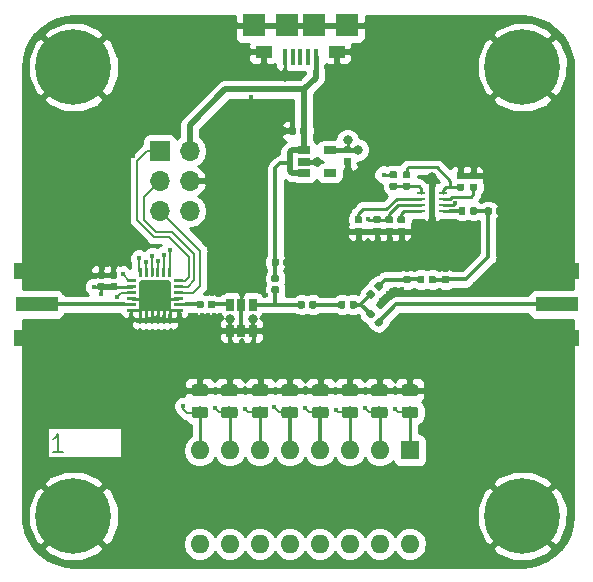
<source format=gtl>
G04 #@! TF.GenerationSoftware,KiCad,Pcbnew,(5.0.2)-1*
G04 #@! TF.CreationDate,2019-01-19T12:29:50+11:00*
G04 #@! TF.ProjectId,Gain_Block_Dev_Rev_0,4761696e-5f42-46c6-9f63-6b5f4465765f,rev?*
G04 #@! TF.SameCoordinates,Original*
G04 #@! TF.FileFunction,Copper,L1,Top*
G04 #@! TF.FilePolarity,Positive*
%FSLAX46Y46*%
G04 Gerber Fmt 4.6, Leading zero omitted, Abs format (unit mm)*
G04 Created by KiCad (PCBNEW (5.0.2)-1) date 19/01/2019 12:29:50*
%MOMM*%
%LPD*%
G01*
G04 APERTURE LIST*
%ADD10C,0.200000*%
G04 #@! TA.AperFunction,Conductor*
%ADD11C,0.100000*%
G04 #@! TD*
G04 #@! TA.AperFunction,SMDPad,CuDef*
%ADD12C,2.600000*%
G04 #@! TD*
G04 #@! TA.AperFunction,ViaPad*
%ADD13C,0.500000*%
G04 #@! TD*
G04 #@! TA.AperFunction,SMDPad,CuDef*
%ADD14C,0.250000*%
G04 #@! TD*
G04 #@! TA.AperFunction,SMDPad,CuDef*
%ADD15C,0.590000*%
G04 #@! TD*
G04 #@! TA.AperFunction,SMDPad,CuDef*
%ADD16R,1.900000X1.900000*%
G04 #@! TD*
G04 #@! TA.AperFunction,SMDPad,CuDef*
%ADD17R,1.350000X1.000000*%
G04 #@! TD*
G04 #@! TA.AperFunction,SMDPad,CuDef*
%ADD18R,0.400000X1.350000*%
G04 #@! TD*
G04 #@! TA.AperFunction,SMDPad,CuDef*
%ADD19R,3.600000X1.270000*%
G04 #@! TD*
G04 #@! TA.AperFunction,SMDPad,CuDef*
%ADD20R,4.200000X1.350000*%
G04 #@! TD*
G04 #@! TA.AperFunction,SMDPad,CuDef*
%ADD21C,0.975000*%
G04 #@! TD*
G04 #@! TA.AperFunction,ComponentPad*
%ADD22R,1.600000X1.600000*%
G04 #@! TD*
G04 #@! TA.AperFunction,ComponentPad*
%ADD23O,1.600000X1.600000*%
G04 #@! TD*
G04 #@! TA.AperFunction,SMDPad,CuDef*
%ADD24R,1.060000X0.650000*%
G04 #@! TD*
G04 #@! TA.AperFunction,SMDPad,CuDef*
%ADD25R,0.700000X0.250000*%
G04 #@! TD*
G04 #@! TA.AperFunction,SMDPad,CuDef*
%ADD26R,0.610000X2.200000*%
G04 #@! TD*
G04 #@! TA.AperFunction,ComponentPad*
%ADD27C,0.800000*%
G04 #@! TD*
G04 #@! TA.AperFunction,ComponentPad*
%ADD28C,6.400000*%
G04 #@! TD*
G04 #@! TA.AperFunction,ComponentPad*
%ADD29R,1.700000X1.700000*%
G04 #@! TD*
G04 #@! TA.AperFunction,ComponentPad*
%ADD30O,1.700000X1.700000*%
G04 #@! TD*
G04 #@! TA.AperFunction,SMDPad,CuDef*
%ADD31R,0.650000X1.060000*%
G04 #@! TD*
G04 #@! TA.AperFunction,ViaPad*
%ADD32C,0.450000*%
G04 #@! TD*
G04 #@! TA.AperFunction,ViaPad*
%ADD33C,0.800000*%
G04 #@! TD*
G04 #@! TA.AperFunction,Conductor*
%ADD34C,0.310000*%
G04 #@! TD*
G04 #@! TA.AperFunction,Conductor*
%ADD35C,0.500000*%
G04 #@! TD*
G04 #@! TA.AperFunction,Conductor*
%ADD36C,0.400000*%
G04 #@! TD*
G04 #@! TA.AperFunction,Conductor*
%ADD37C,0.300000*%
G04 #@! TD*
G04 #@! TA.AperFunction,Conductor*
%ADD38C,0.250000*%
G04 #@! TD*
G04 #@! TA.AperFunction,Conductor*
%ADD39C,0.200000*%
G04 #@! TD*
G04 #@! TA.AperFunction,Conductor*
%ADD40C,0.350000*%
G04 #@! TD*
G04 #@! TA.AperFunction,Conductor*
%ADD41C,0.254000*%
G04 #@! TD*
G04 APERTURE END LIST*
G04 #@! TO.C,REF\002A\002A*
D10*
X109128571Y-107578571D02*
X108271428Y-107578571D01*
X108700000Y-107578571D02*
X108700000Y-106078571D01*
X108557142Y-106292857D01*
X108414285Y-106435714D01*
X108271428Y-106507142D01*
G04 #@! TD*
D11*
G04 #@! TO.N,GND*
G04 #@! TO.C,U1*
G36*
X118024504Y-93051204D02*
X118048773Y-93054804D01*
X118072571Y-93060765D01*
X118095671Y-93069030D01*
X118117849Y-93079520D01*
X118138893Y-93092133D01*
X118158598Y-93106747D01*
X118176777Y-93123223D01*
X118193253Y-93141402D01*
X118207867Y-93161107D01*
X118220480Y-93182151D01*
X118230970Y-93204329D01*
X118239235Y-93227429D01*
X118245196Y-93251227D01*
X118248796Y-93275496D01*
X118250000Y-93300000D01*
X118250000Y-95400000D01*
X118248796Y-95424504D01*
X118245196Y-95448773D01*
X118239235Y-95472571D01*
X118230970Y-95495671D01*
X118220480Y-95517849D01*
X118207867Y-95538893D01*
X118193253Y-95558598D01*
X118176777Y-95576777D01*
X118158598Y-95593253D01*
X118138893Y-95607867D01*
X118117849Y-95620480D01*
X118095671Y-95630970D01*
X118072571Y-95639235D01*
X118048773Y-95645196D01*
X118024504Y-95648796D01*
X118000000Y-95650000D01*
X115800000Y-95650000D01*
X115775496Y-95648796D01*
X115751227Y-95645196D01*
X115727429Y-95639235D01*
X115704329Y-95630970D01*
X115682151Y-95620480D01*
X115661107Y-95607867D01*
X115641402Y-95593253D01*
X115623223Y-95576777D01*
X115606747Y-95558598D01*
X115592133Y-95538893D01*
X115579520Y-95517849D01*
X115569030Y-95495671D01*
X115560765Y-95472571D01*
X115554804Y-95448773D01*
X115551204Y-95424504D01*
X115550000Y-95400000D01*
X115550000Y-93300000D01*
X115551204Y-93275496D01*
X115554804Y-93251227D01*
X115560765Y-93227429D01*
X115569030Y-93204329D01*
X115579520Y-93182151D01*
X115592133Y-93161107D01*
X115606747Y-93141402D01*
X115623223Y-93123223D01*
X115641402Y-93106747D01*
X115661107Y-93092133D01*
X115682151Y-93079520D01*
X115704329Y-93069030D01*
X115727429Y-93060765D01*
X115751227Y-93054804D01*
X115775496Y-93051204D01*
X115800000Y-93050000D01*
X118000000Y-93050000D01*
X118024504Y-93051204D01*
X118024504Y-93051204D01*
G37*
D12*
G04 #@! TD*
G04 #@! TO.P,U1,25*
G04 #@! TO.N,GND*
X116900000Y-94350000D03*
D13*
G04 #@! TO.N,GND*
G04 #@! TO.C,U1*
X115800000Y-93300000D03*
X116900000Y-93300000D03*
X118000000Y-93300000D03*
X115800000Y-94350000D03*
X116900000Y-94350000D03*
X118000000Y-94350000D03*
X115800000Y-95400000D03*
X116900000Y-95400000D03*
X118000000Y-95400000D03*
D11*
G04 #@! TO.N,Net-(R1-Pad1)*
G36*
X115268626Y-92975301D02*
X115274693Y-92976201D01*
X115280643Y-92977691D01*
X115286418Y-92979758D01*
X115291962Y-92982380D01*
X115297223Y-92985533D01*
X115302150Y-92989187D01*
X115306694Y-92993306D01*
X115310813Y-92997850D01*
X115314467Y-93002777D01*
X115317620Y-93008038D01*
X115320242Y-93013582D01*
X115322309Y-93019357D01*
X115323799Y-93025307D01*
X115324699Y-93031374D01*
X115325000Y-93037500D01*
X115325000Y-93162500D01*
X115324699Y-93168626D01*
X115323799Y-93174693D01*
X115322309Y-93180643D01*
X115320242Y-93186418D01*
X115317620Y-93191962D01*
X115314467Y-93197223D01*
X115310813Y-93202150D01*
X115306694Y-93206694D01*
X115302150Y-93210813D01*
X115297223Y-93214467D01*
X115291962Y-93217620D01*
X115286418Y-93220242D01*
X115280643Y-93222309D01*
X115274693Y-93223799D01*
X115268626Y-93224699D01*
X115262500Y-93225000D01*
X114587500Y-93225000D01*
X114581374Y-93224699D01*
X114575307Y-93223799D01*
X114569357Y-93222309D01*
X114563582Y-93220242D01*
X114558038Y-93217620D01*
X114552777Y-93214467D01*
X114547850Y-93210813D01*
X114543306Y-93206694D01*
X114539187Y-93202150D01*
X114535533Y-93197223D01*
X114532380Y-93191962D01*
X114529758Y-93186418D01*
X114527691Y-93180643D01*
X114526201Y-93174693D01*
X114525301Y-93168626D01*
X114525000Y-93162500D01*
X114525000Y-93037500D01*
X114525301Y-93031374D01*
X114526201Y-93025307D01*
X114527691Y-93019357D01*
X114529758Y-93013582D01*
X114532380Y-93008038D01*
X114535533Y-93002777D01*
X114539187Y-92997850D01*
X114543306Y-92993306D01*
X114547850Y-92989187D01*
X114552777Y-92985533D01*
X114558038Y-92982380D01*
X114563582Y-92979758D01*
X114569357Y-92977691D01*
X114575307Y-92976201D01*
X114581374Y-92975301D01*
X114587500Y-92975000D01*
X115262500Y-92975000D01*
X115268626Y-92975301D01*
X115268626Y-92975301D01*
G37*
D14*
G04 #@! TD*
G04 #@! TO.P,U1,1*
G04 #@! TO.N,Net-(R1-Pad1)*
X114925000Y-93100000D03*
D11*
G04 #@! TO.N,+3.3VA*
G04 #@! TO.C,U1*
G36*
X115268626Y-93475301D02*
X115274693Y-93476201D01*
X115280643Y-93477691D01*
X115286418Y-93479758D01*
X115291962Y-93482380D01*
X115297223Y-93485533D01*
X115302150Y-93489187D01*
X115306694Y-93493306D01*
X115310813Y-93497850D01*
X115314467Y-93502777D01*
X115317620Y-93508038D01*
X115320242Y-93513582D01*
X115322309Y-93519357D01*
X115323799Y-93525307D01*
X115324699Y-93531374D01*
X115325000Y-93537500D01*
X115325000Y-93662500D01*
X115324699Y-93668626D01*
X115323799Y-93674693D01*
X115322309Y-93680643D01*
X115320242Y-93686418D01*
X115317620Y-93691962D01*
X115314467Y-93697223D01*
X115310813Y-93702150D01*
X115306694Y-93706694D01*
X115302150Y-93710813D01*
X115297223Y-93714467D01*
X115291962Y-93717620D01*
X115286418Y-93720242D01*
X115280643Y-93722309D01*
X115274693Y-93723799D01*
X115268626Y-93724699D01*
X115262500Y-93725000D01*
X114587500Y-93725000D01*
X114581374Y-93724699D01*
X114575307Y-93723799D01*
X114569357Y-93722309D01*
X114563582Y-93720242D01*
X114558038Y-93717620D01*
X114552777Y-93714467D01*
X114547850Y-93710813D01*
X114543306Y-93706694D01*
X114539187Y-93702150D01*
X114535533Y-93697223D01*
X114532380Y-93691962D01*
X114529758Y-93686418D01*
X114527691Y-93680643D01*
X114526201Y-93674693D01*
X114525301Y-93668626D01*
X114525000Y-93662500D01*
X114525000Y-93537500D01*
X114525301Y-93531374D01*
X114526201Y-93525307D01*
X114527691Y-93519357D01*
X114529758Y-93513582D01*
X114532380Y-93508038D01*
X114535533Y-93502777D01*
X114539187Y-93497850D01*
X114543306Y-93493306D01*
X114547850Y-93489187D01*
X114552777Y-93485533D01*
X114558038Y-93482380D01*
X114563582Y-93479758D01*
X114569357Y-93477691D01*
X114575307Y-93476201D01*
X114581374Y-93475301D01*
X114587500Y-93475000D01*
X115262500Y-93475000D01*
X115268626Y-93475301D01*
X115268626Y-93475301D01*
G37*
D14*
G04 #@! TD*
G04 #@! TO.P,U1,2*
G04 #@! TO.N,+3.3VA*
X114925000Y-93600000D03*
D11*
G04 #@! TO.N,/nP_S*
G04 #@! TO.C,U1*
G36*
X115268626Y-93975301D02*
X115274693Y-93976201D01*
X115280643Y-93977691D01*
X115286418Y-93979758D01*
X115291962Y-93982380D01*
X115297223Y-93985533D01*
X115302150Y-93989187D01*
X115306694Y-93993306D01*
X115310813Y-93997850D01*
X115314467Y-94002777D01*
X115317620Y-94008038D01*
X115320242Y-94013582D01*
X115322309Y-94019357D01*
X115323799Y-94025307D01*
X115324699Y-94031374D01*
X115325000Y-94037500D01*
X115325000Y-94162500D01*
X115324699Y-94168626D01*
X115323799Y-94174693D01*
X115322309Y-94180643D01*
X115320242Y-94186418D01*
X115317620Y-94191962D01*
X115314467Y-94197223D01*
X115310813Y-94202150D01*
X115306694Y-94206694D01*
X115302150Y-94210813D01*
X115297223Y-94214467D01*
X115291962Y-94217620D01*
X115286418Y-94220242D01*
X115280643Y-94222309D01*
X115274693Y-94223799D01*
X115268626Y-94224699D01*
X115262500Y-94225000D01*
X114587500Y-94225000D01*
X114581374Y-94224699D01*
X114575307Y-94223799D01*
X114569357Y-94222309D01*
X114563582Y-94220242D01*
X114558038Y-94217620D01*
X114552777Y-94214467D01*
X114547850Y-94210813D01*
X114543306Y-94206694D01*
X114539187Y-94202150D01*
X114535533Y-94197223D01*
X114532380Y-94191962D01*
X114529758Y-94186418D01*
X114527691Y-94180643D01*
X114526201Y-94174693D01*
X114525301Y-94168626D01*
X114525000Y-94162500D01*
X114525000Y-94037500D01*
X114525301Y-94031374D01*
X114526201Y-94025307D01*
X114527691Y-94019357D01*
X114529758Y-94013582D01*
X114532380Y-94008038D01*
X114535533Y-94002777D01*
X114539187Y-93997850D01*
X114543306Y-93993306D01*
X114547850Y-93989187D01*
X114552777Y-93985533D01*
X114558038Y-93982380D01*
X114563582Y-93979758D01*
X114569357Y-93977691D01*
X114575307Y-93976201D01*
X114581374Y-93975301D01*
X114587500Y-93975000D01*
X115262500Y-93975000D01*
X115268626Y-93975301D01*
X115268626Y-93975301D01*
G37*
D14*
G04 #@! TD*
G04 #@! TO.P,U1,3*
G04 #@! TO.N,/nP_S*
X114925000Y-94100000D03*
D11*
G04 #@! TO.N,GND*
G04 #@! TO.C,U1*
G36*
X115268626Y-94475301D02*
X115274693Y-94476201D01*
X115280643Y-94477691D01*
X115286418Y-94479758D01*
X115291962Y-94482380D01*
X115297223Y-94485533D01*
X115302150Y-94489187D01*
X115306694Y-94493306D01*
X115310813Y-94497850D01*
X115314467Y-94502777D01*
X115317620Y-94508038D01*
X115320242Y-94513582D01*
X115322309Y-94519357D01*
X115323799Y-94525307D01*
X115324699Y-94531374D01*
X115325000Y-94537500D01*
X115325000Y-94662500D01*
X115324699Y-94668626D01*
X115323799Y-94674693D01*
X115322309Y-94680643D01*
X115320242Y-94686418D01*
X115317620Y-94691962D01*
X115314467Y-94697223D01*
X115310813Y-94702150D01*
X115306694Y-94706694D01*
X115302150Y-94710813D01*
X115297223Y-94714467D01*
X115291962Y-94717620D01*
X115286418Y-94720242D01*
X115280643Y-94722309D01*
X115274693Y-94723799D01*
X115268626Y-94724699D01*
X115262500Y-94725000D01*
X114587500Y-94725000D01*
X114581374Y-94724699D01*
X114575307Y-94723799D01*
X114569357Y-94722309D01*
X114563582Y-94720242D01*
X114558038Y-94717620D01*
X114552777Y-94714467D01*
X114547850Y-94710813D01*
X114543306Y-94706694D01*
X114539187Y-94702150D01*
X114535533Y-94697223D01*
X114532380Y-94691962D01*
X114529758Y-94686418D01*
X114527691Y-94680643D01*
X114526201Y-94674693D01*
X114525301Y-94668626D01*
X114525000Y-94662500D01*
X114525000Y-94537500D01*
X114525301Y-94531374D01*
X114526201Y-94525307D01*
X114527691Y-94519357D01*
X114529758Y-94513582D01*
X114532380Y-94508038D01*
X114535533Y-94502777D01*
X114539187Y-94497850D01*
X114543306Y-94493306D01*
X114547850Y-94489187D01*
X114552777Y-94485533D01*
X114558038Y-94482380D01*
X114563582Y-94479758D01*
X114569357Y-94477691D01*
X114575307Y-94476201D01*
X114581374Y-94475301D01*
X114587500Y-94475000D01*
X115262500Y-94475000D01*
X115268626Y-94475301D01*
X115268626Y-94475301D01*
G37*
D14*
G04 #@! TD*
G04 #@! TO.P,U1,4*
G04 #@! TO.N,GND*
X114925000Y-94600000D03*
D11*
G04 #@! TO.N,Net-(J2-Pad1)*
G04 #@! TO.C,U1*
G36*
X115268626Y-94975301D02*
X115274693Y-94976201D01*
X115280643Y-94977691D01*
X115286418Y-94979758D01*
X115291962Y-94982380D01*
X115297223Y-94985533D01*
X115302150Y-94989187D01*
X115306694Y-94993306D01*
X115310813Y-94997850D01*
X115314467Y-95002777D01*
X115317620Y-95008038D01*
X115320242Y-95013582D01*
X115322309Y-95019357D01*
X115323799Y-95025307D01*
X115324699Y-95031374D01*
X115325000Y-95037500D01*
X115325000Y-95162500D01*
X115324699Y-95168626D01*
X115323799Y-95174693D01*
X115322309Y-95180643D01*
X115320242Y-95186418D01*
X115317620Y-95191962D01*
X115314467Y-95197223D01*
X115310813Y-95202150D01*
X115306694Y-95206694D01*
X115302150Y-95210813D01*
X115297223Y-95214467D01*
X115291962Y-95217620D01*
X115286418Y-95220242D01*
X115280643Y-95222309D01*
X115274693Y-95223799D01*
X115268626Y-95224699D01*
X115262500Y-95225000D01*
X114587500Y-95225000D01*
X114581374Y-95224699D01*
X114575307Y-95223799D01*
X114569357Y-95222309D01*
X114563582Y-95220242D01*
X114558038Y-95217620D01*
X114552777Y-95214467D01*
X114547850Y-95210813D01*
X114543306Y-95206694D01*
X114539187Y-95202150D01*
X114535533Y-95197223D01*
X114532380Y-95191962D01*
X114529758Y-95186418D01*
X114527691Y-95180643D01*
X114526201Y-95174693D01*
X114525301Y-95168626D01*
X114525000Y-95162500D01*
X114525000Y-95037500D01*
X114525301Y-95031374D01*
X114526201Y-95025307D01*
X114527691Y-95019357D01*
X114529758Y-95013582D01*
X114532380Y-95008038D01*
X114535533Y-95002777D01*
X114539187Y-94997850D01*
X114543306Y-94993306D01*
X114547850Y-94989187D01*
X114552777Y-94985533D01*
X114558038Y-94982380D01*
X114563582Y-94979758D01*
X114569357Y-94977691D01*
X114575307Y-94976201D01*
X114581374Y-94975301D01*
X114587500Y-94975000D01*
X115262500Y-94975000D01*
X115268626Y-94975301D01*
X115268626Y-94975301D01*
G37*
D14*
G04 #@! TD*
G04 #@! TO.P,U1,5*
G04 #@! TO.N,Net-(J2-Pad1)*
X114925000Y-95100000D03*
D11*
G04 #@! TO.N,GND*
G04 #@! TO.C,U1*
G36*
X115268626Y-95475301D02*
X115274693Y-95476201D01*
X115280643Y-95477691D01*
X115286418Y-95479758D01*
X115291962Y-95482380D01*
X115297223Y-95485533D01*
X115302150Y-95489187D01*
X115306694Y-95493306D01*
X115310813Y-95497850D01*
X115314467Y-95502777D01*
X115317620Y-95508038D01*
X115320242Y-95513582D01*
X115322309Y-95519357D01*
X115323799Y-95525307D01*
X115324699Y-95531374D01*
X115325000Y-95537500D01*
X115325000Y-95662500D01*
X115324699Y-95668626D01*
X115323799Y-95674693D01*
X115322309Y-95680643D01*
X115320242Y-95686418D01*
X115317620Y-95691962D01*
X115314467Y-95697223D01*
X115310813Y-95702150D01*
X115306694Y-95706694D01*
X115302150Y-95710813D01*
X115297223Y-95714467D01*
X115291962Y-95717620D01*
X115286418Y-95720242D01*
X115280643Y-95722309D01*
X115274693Y-95723799D01*
X115268626Y-95724699D01*
X115262500Y-95725000D01*
X114587500Y-95725000D01*
X114581374Y-95724699D01*
X114575307Y-95723799D01*
X114569357Y-95722309D01*
X114563582Y-95720242D01*
X114558038Y-95717620D01*
X114552777Y-95714467D01*
X114547850Y-95710813D01*
X114543306Y-95706694D01*
X114539187Y-95702150D01*
X114535533Y-95697223D01*
X114532380Y-95691962D01*
X114529758Y-95686418D01*
X114527691Y-95680643D01*
X114526201Y-95674693D01*
X114525301Y-95668626D01*
X114525000Y-95662500D01*
X114525000Y-95537500D01*
X114525301Y-95531374D01*
X114526201Y-95525307D01*
X114527691Y-95519357D01*
X114529758Y-95513582D01*
X114532380Y-95508038D01*
X114535533Y-95502777D01*
X114539187Y-95497850D01*
X114543306Y-95493306D01*
X114547850Y-95489187D01*
X114552777Y-95485533D01*
X114558038Y-95482380D01*
X114563582Y-95479758D01*
X114569357Y-95477691D01*
X114575307Y-95476201D01*
X114581374Y-95475301D01*
X114587500Y-95475000D01*
X115262500Y-95475000D01*
X115268626Y-95475301D01*
X115268626Y-95475301D01*
G37*
D14*
G04 #@! TD*
G04 #@! TO.P,U1,6*
G04 #@! TO.N,GND*
X114925000Y-95600000D03*
D11*
G04 #@! TO.N,GND*
G04 #@! TO.C,U1*
G36*
X115718626Y-95925301D02*
X115724693Y-95926201D01*
X115730643Y-95927691D01*
X115736418Y-95929758D01*
X115741962Y-95932380D01*
X115747223Y-95935533D01*
X115752150Y-95939187D01*
X115756694Y-95943306D01*
X115760813Y-95947850D01*
X115764467Y-95952777D01*
X115767620Y-95958038D01*
X115770242Y-95963582D01*
X115772309Y-95969357D01*
X115773799Y-95975307D01*
X115774699Y-95981374D01*
X115775000Y-95987500D01*
X115775000Y-96662500D01*
X115774699Y-96668626D01*
X115773799Y-96674693D01*
X115772309Y-96680643D01*
X115770242Y-96686418D01*
X115767620Y-96691962D01*
X115764467Y-96697223D01*
X115760813Y-96702150D01*
X115756694Y-96706694D01*
X115752150Y-96710813D01*
X115747223Y-96714467D01*
X115741962Y-96717620D01*
X115736418Y-96720242D01*
X115730643Y-96722309D01*
X115724693Y-96723799D01*
X115718626Y-96724699D01*
X115712500Y-96725000D01*
X115587500Y-96725000D01*
X115581374Y-96724699D01*
X115575307Y-96723799D01*
X115569357Y-96722309D01*
X115563582Y-96720242D01*
X115558038Y-96717620D01*
X115552777Y-96714467D01*
X115547850Y-96710813D01*
X115543306Y-96706694D01*
X115539187Y-96702150D01*
X115535533Y-96697223D01*
X115532380Y-96691962D01*
X115529758Y-96686418D01*
X115527691Y-96680643D01*
X115526201Y-96674693D01*
X115525301Y-96668626D01*
X115525000Y-96662500D01*
X115525000Y-95987500D01*
X115525301Y-95981374D01*
X115526201Y-95975307D01*
X115527691Y-95969357D01*
X115529758Y-95963582D01*
X115532380Y-95958038D01*
X115535533Y-95952777D01*
X115539187Y-95947850D01*
X115543306Y-95943306D01*
X115547850Y-95939187D01*
X115552777Y-95935533D01*
X115558038Y-95932380D01*
X115563582Y-95929758D01*
X115569357Y-95927691D01*
X115575307Y-95926201D01*
X115581374Y-95925301D01*
X115587500Y-95925000D01*
X115712500Y-95925000D01*
X115718626Y-95925301D01*
X115718626Y-95925301D01*
G37*
D14*
G04 #@! TD*
G04 #@! TO.P,U1,7*
G04 #@! TO.N,GND*
X115650000Y-96325000D03*
D11*
G04 #@! TO.N,GND*
G04 #@! TO.C,U1*
G36*
X116218626Y-95925301D02*
X116224693Y-95926201D01*
X116230643Y-95927691D01*
X116236418Y-95929758D01*
X116241962Y-95932380D01*
X116247223Y-95935533D01*
X116252150Y-95939187D01*
X116256694Y-95943306D01*
X116260813Y-95947850D01*
X116264467Y-95952777D01*
X116267620Y-95958038D01*
X116270242Y-95963582D01*
X116272309Y-95969357D01*
X116273799Y-95975307D01*
X116274699Y-95981374D01*
X116275000Y-95987500D01*
X116275000Y-96662500D01*
X116274699Y-96668626D01*
X116273799Y-96674693D01*
X116272309Y-96680643D01*
X116270242Y-96686418D01*
X116267620Y-96691962D01*
X116264467Y-96697223D01*
X116260813Y-96702150D01*
X116256694Y-96706694D01*
X116252150Y-96710813D01*
X116247223Y-96714467D01*
X116241962Y-96717620D01*
X116236418Y-96720242D01*
X116230643Y-96722309D01*
X116224693Y-96723799D01*
X116218626Y-96724699D01*
X116212500Y-96725000D01*
X116087500Y-96725000D01*
X116081374Y-96724699D01*
X116075307Y-96723799D01*
X116069357Y-96722309D01*
X116063582Y-96720242D01*
X116058038Y-96717620D01*
X116052777Y-96714467D01*
X116047850Y-96710813D01*
X116043306Y-96706694D01*
X116039187Y-96702150D01*
X116035533Y-96697223D01*
X116032380Y-96691962D01*
X116029758Y-96686418D01*
X116027691Y-96680643D01*
X116026201Y-96674693D01*
X116025301Y-96668626D01*
X116025000Y-96662500D01*
X116025000Y-95987500D01*
X116025301Y-95981374D01*
X116026201Y-95975307D01*
X116027691Y-95969357D01*
X116029758Y-95963582D01*
X116032380Y-95958038D01*
X116035533Y-95952777D01*
X116039187Y-95947850D01*
X116043306Y-95943306D01*
X116047850Y-95939187D01*
X116052777Y-95935533D01*
X116058038Y-95932380D01*
X116063582Y-95929758D01*
X116069357Y-95927691D01*
X116075307Y-95926201D01*
X116081374Y-95925301D01*
X116087500Y-95925000D01*
X116212500Y-95925000D01*
X116218626Y-95925301D01*
X116218626Y-95925301D01*
G37*
D14*
G04 #@! TD*
G04 #@! TO.P,U1,8*
G04 #@! TO.N,GND*
X116150000Y-96325000D03*
D11*
G04 #@! TO.N,GND*
G04 #@! TO.C,U1*
G36*
X116718626Y-95925301D02*
X116724693Y-95926201D01*
X116730643Y-95927691D01*
X116736418Y-95929758D01*
X116741962Y-95932380D01*
X116747223Y-95935533D01*
X116752150Y-95939187D01*
X116756694Y-95943306D01*
X116760813Y-95947850D01*
X116764467Y-95952777D01*
X116767620Y-95958038D01*
X116770242Y-95963582D01*
X116772309Y-95969357D01*
X116773799Y-95975307D01*
X116774699Y-95981374D01*
X116775000Y-95987500D01*
X116775000Y-96662500D01*
X116774699Y-96668626D01*
X116773799Y-96674693D01*
X116772309Y-96680643D01*
X116770242Y-96686418D01*
X116767620Y-96691962D01*
X116764467Y-96697223D01*
X116760813Y-96702150D01*
X116756694Y-96706694D01*
X116752150Y-96710813D01*
X116747223Y-96714467D01*
X116741962Y-96717620D01*
X116736418Y-96720242D01*
X116730643Y-96722309D01*
X116724693Y-96723799D01*
X116718626Y-96724699D01*
X116712500Y-96725000D01*
X116587500Y-96725000D01*
X116581374Y-96724699D01*
X116575307Y-96723799D01*
X116569357Y-96722309D01*
X116563582Y-96720242D01*
X116558038Y-96717620D01*
X116552777Y-96714467D01*
X116547850Y-96710813D01*
X116543306Y-96706694D01*
X116539187Y-96702150D01*
X116535533Y-96697223D01*
X116532380Y-96691962D01*
X116529758Y-96686418D01*
X116527691Y-96680643D01*
X116526201Y-96674693D01*
X116525301Y-96668626D01*
X116525000Y-96662500D01*
X116525000Y-95987500D01*
X116525301Y-95981374D01*
X116526201Y-95975307D01*
X116527691Y-95969357D01*
X116529758Y-95963582D01*
X116532380Y-95958038D01*
X116535533Y-95952777D01*
X116539187Y-95947850D01*
X116543306Y-95943306D01*
X116547850Y-95939187D01*
X116552777Y-95935533D01*
X116558038Y-95932380D01*
X116563582Y-95929758D01*
X116569357Y-95927691D01*
X116575307Y-95926201D01*
X116581374Y-95925301D01*
X116587500Y-95925000D01*
X116712500Y-95925000D01*
X116718626Y-95925301D01*
X116718626Y-95925301D01*
G37*
D14*
G04 #@! TD*
G04 #@! TO.P,U1,9*
G04 #@! TO.N,GND*
X116650000Y-96325000D03*
D11*
G04 #@! TO.N,GND*
G04 #@! TO.C,U1*
G36*
X117218626Y-95925301D02*
X117224693Y-95926201D01*
X117230643Y-95927691D01*
X117236418Y-95929758D01*
X117241962Y-95932380D01*
X117247223Y-95935533D01*
X117252150Y-95939187D01*
X117256694Y-95943306D01*
X117260813Y-95947850D01*
X117264467Y-95952777D01*
X117267620Y-95958038D01*
X117270242Y-95963582D01*
X117272309Y-95969357D01*
X117273799Y-95975307D01*
X117274699Y-95981374D01*
X117275000Y-95987500D01*
X117275000Y-96662500D01*
X117274699Y-96668626D01*
X117273799Y-96674693D01*
X117272309Y-96680643D01*
X117270242Y-96686418D01*
X117267620Y-96691962D01*
X117264467Y-96697223D01*
X117260813Y-96702150D01*
X117256694Y-96706694D01*
X117252150Y-96710813D01*
X117247223Y-96714467D01*
X117241962Y-96717620D01*
X117236418Y-96720242D01*
X117230643Y-96722309D01*
X117224693Y-96723799D01*
X117218626Y-96724699D01*
X117212500Y-96725000D01*
X117087500Y-96725000D01*
X117081374Y-96724699D01*
X117075307Y-96723799D01*
X117069357Y-96722309D01*
X117063582Y-96720242D01*
X117058038Y-96717620D01*
X117052777Y-96714467D01*
X117047850Y-96710813D01*
X117043306Y-96706694D01*
X117039187Y-96702150D01*
X117035533Y-96697223D01*
X117032380Y-96691962D01*
X117029758Y-96686418D01*
X117027691Y-96680643D01*
X117026201Y-96674693D01*
X117025301Y-96668626D01*
X117025000Y-96662500D01*
X117025000Y-95987500D01*
X117025301Y-95981374D01*
X117026201Y-95975307D01*
X117027691Y-95969357D01*
X117029758Y-95963582D01*
X117032380Y-95958038D01*
X117035533Y-95952777D01*
X117039187Y-95947850D01*
X117043306Y-95943306D01*
X117047850Y-95939187D01*
X117052777Y-95935533D01*
X117058038Y-95932380D01*
X117063582Y-95929758D01*
X117069357Y-95927691D01*
X117075307Y-95926201D01*
X117081374Y-95925301D01*
X117087500Y-95925000D01*
X117212500Y-95925000D01*
X117218626Y-95925301D01*
X117218626Y-95925301D01*
G37*
D14*
G04 #@! TD*
G04 #@! TO.P,U1,10*
G04 #@! TO.N,GND*
X117150000Y-96325000D03*
D11*
G04 #@! TO.N,GND*
G04 #@! TO.C,U1*
G36*
X117718626Y-95925301D02*
X117724693Y-95926201D01*
X117730643Y-95927691D01*
X117736418Y-95929758D01*
X117741962Y-95932380D01*
X117747223Y-95935533D01*
X117752150Y-95939187D01*
X117756694Y-95943306D01*
X117760813Y-95947850D01*
X117764467Y-95952777D01*
X117767620Y-95958038D01*
X117770242Y-95963582D01*
X117772309Y-95969357D01*
X117773799Y-95975307D01*
X117774699Y-95981374D01*
X117775000Y-95987500D01*
X117775000Y-96662500D01*
X117774699Y-96668626D01*
X117773799Y-96674693D01*
X117772309Y-96680643D01*
X117770242Y-96686418D01*
X117767620Y-96691962D01*
X117764467Y-96697223D01*
X117760813Y-96702150D01*
X117756694Y-96706694D01*
X117752150Y-96710813D01*
X117747223Y-96714467D01*
X117741962Y-96717620D01*
X117736418Y-96720242D01*
X117730643Y-96722309D01*
X117724693Y-96723799D01*
X117718626Y-96724699D01*
X117712500Y-96725000D01*
X117587500Y-96725000D01*
X117581374Y-96724699D01*
X117575307Y-96723799D01*
X117569357Y-96722309D01*
X117563582Y-96720242D01*
X117558038Y-96717620D01*
X117552777Y-96714467D01*
X117547850Y-96710813D01*
X117543306Y-96706694D01*
X117539187Y-96702150D01*
X117535533Y-96697223D01*
X117532380Y-96691962D01*
X117529758Y-96686418D01*
X117527691Y-96680643D01*
X117526201Y-96674693D01*
X117525301Y-96668626D01*
X117525000Y-96662500D01*
X117525000Y-95987500D01*
X117525301Y-95981374D01*
X117526201Y-95975307D01*
X117527691Y-95969357D01*
X117529758Y-95963582D01*
X117532380Y-95958038D01*
X117535533Y-95952777D01*
X117539187Y-95947850D01*
X117543306Y-95943306D01*
X117547850Y-95939187D01*
X117552777Y-95935533D01*
X117558038Y-95932380D01*
X117563582Y-95929758D01*
X117569357Y-95927691D01*
X117575307Y-95926201D01*
X117581374Y-95925301D01*
X117587500Y-95925000D01*
X117712500Y-95925000D01*
X117718626Y-95925301D01*
X117718626Y-95925301D01*
G37*
D14*
G04 #@! TD*
G04 #@! TO.P,U1,11*
G04 #@! TO.N,GND*
X117650000Y-96325000D03*
D11*
G04 #@! TO.N,GND*
G04 #@! TO.C,U1*
G36*
X118218626Y-95925301D02*
X118224693Y-95926201D01*
X118230643Y-95927691D01*
X118236418Y-95929758D01*
X118241962Y-95932380D01*
X118247223Y-95935533D01*
X118252150Y-95939187D01*
X118256694Y-95943306D01*
X118260813Y-95947850D01*
X118264467Y-95952777D01*
X118267620Y-95958038D01*
X118270242Y-95963582D01*
X118272309Y-95969357D01*
X118273799Y-95975307D01*
X118274699Y-95981374D01*
X118275000Y-95987500D01*
X118275000Y-96662500D01*
X118274699Y-96668626D01*
X118273799Y-96674693D01*
X118272309Y-96680643D01*
X118270242Y-96686418D01*
X118267620Y-96691962D01*
X118264467Y-96697223D01*
X118260813Y-96702150D01*
X118256694Y-96706694D01*
X118252150Y-96710813D01*
X118247223Y-96714467D01*
X118241962Y-96717620D01*
X118236418Y-96720242D01*
X118230643Y-96722309D01*
X118224693Y-96723799D01*
X118218626Y-96724699D01*
X118212500Y-96725000D01*
X118087500Y-96725000D01*
X118081374Y-96724699D01*
X118075307Y-96723799D01*
X118069357Y-96722309D01*
X118063582Y-96720242D01*
X118058038Y-96717620D01*
X118052777Y-96714467D01*
X118047850Y-96710813D01*
X118043306Y-96706694D01*
X118039187Y-96702150D01*
X118035533Y-96697223D01*
X118032380Y-96691962D01*
X118029758Y-96686418D01*
X118027691Y-96680643D01*
X118026201Y-96674693D01*
X118025301Y-96668626D01*
X118025000Y-96662500D01*
X118025000Y-95987500D01*
X118025301Y-95981374D01*
X118026201Y-95975307D01*
X118027691Y-95969357D01*
X118029758Y-95963582D01*
X118032380Y-95958038D01*
X118035533Y-95952777D01*
X118039187Y-95947850D01*
X118043306Y-95943306D01*
X118047850Y-95939187D01*
X118052777Y-95935533D01*
X118058038Y-95932380D01*
X118063582Y-95929758D01*
X118069357Y-95927691D01*
X118075307Y-95926201D01*
X118081374Y-95925301D01*
X118087500Y-95925000D01*
X118212500Y-95925000D01*
X118218626Y-95925301D01*
X118218626Y-95925301D01*
G37*
D14*
G04 #@! TD*
G04 #@! TO.P,U1,12*
G04 #@! TO.N,GND*
X118150000Y-96325000D03*
D11*
G04 #@! TO.N,GND*
G04 #@! TO.C,U1*
G36*
X119218626Y-95475301D02*
X119224693Y-95476201D01*
X119230643Y-95477691D01*
X119236418Y-95479758D01*
X119241962Y-95482380D01*
X119247223Y-95485533D01*
X119252150Y-95489187D01*
X119256694Y-95493306D01*
X119260813Y-95497850D01*
X119264467Y-95502777D01*
X119267620Y-95508038D01*
X119270242Y-95513582D01*
X119272309Y-95519357D01*
X119273799Y-95525307D01*
X119274699Y-95531374D01*
X119275000Y-95537500D01*
X119275000Y-95662500D01*
X119274699Y-95668626D01*
X119273799Y-95674693D01*
X119272309Y-95680643D01*
X119270242Y-95686418D01*
X119267620Y-95691962D01*
X119264467Y-95697223D01*
X119260813Y-95702150D01*
X119256694Y-95706694D01*
X119252150Y-95710813D01*
X119247223Y-95714467D01*
X119241962Y-95717620D01*
X119236418Y-95720242D01*
X119230643Y-95722309D01*
X119224693Y-95723799D01*
X119218626Y-95724699D01*
X119212500Y-95725000D01*
X118537500Y-95725000D01*
X118531374Y-95724699D01*
X118525307Y-95723799D01*
X118519357Y-95722309D01*
X118513582Y-95720242D01*
X118508038Y-95717620D01*
X118502777Y-95714467D01*
X118497850Y-95710813D01*
X118493306Y-95706694D01*
X118489187Y-95702150D01*
X118485533Y-95697223D01*
X118482380Y-95691962D01*
X118479758Y-95686418D01*
X118477691Y-95680643D01*
X118476201Y-95674693D01*
X118475301Y-95668626D01*
X118475000Y-95662500D01*
X118475000Y-95537500D01*
X118475301Y-95531374D01*
X118476201Y-95525307D01*
X118477691Y-95519357D01*
X118479758Y-95513582D01*
X118482380Y-95508038D01*
X118485533Y-95502777D01*
X118489187Y-95497850D01*
X118493306Y-95493306D01*
X118497850Y-95489187D01*
X118502777Y-95485533D01*
X118508038Y-95482380D01*
X118513582Y-95479758D01*
X118519357Y-95477691D01*
X118525307Y-95476201D01*
X118531374Y-95475301D01*
X118537500Y-95475000D01*
X119212500Y-95475000D01*
X119218626Y-95475301D01*
X119218626Y-95475301D01*
G37*
D14*
G04 #@! TD*
G04 #@! TO.P,U1,13*
G04 #@! TO.N,GND*
X118875000Y-95600000D03*
D11*
G04 #@! TO.N,Net-(C5-Pad2)*
G04 #@! TO.C,U1*
G36*
X119218626Y-94975301D02*
X119224693Y-94976201D01*
X119230643Y-94977691D01*
X119236418Y-94979758D01*
X119241962Y-94982380D01*
X119247223Y-94985533D01*
X119252150Y-94989187D01*
X119256694Y-94993306D01*
X119260813Y-94997850D01*
X119264467Y-95002777D01*
X119267620Y-95008038D01*
X119270242Y-95013582D01*
X119272309Y-95019357D01*
X119273799Y-95025307D01*
X119274699Y-95031374D01*
X119275000Y-95037500D01*
X119275000Y-95162500D01*
X119274699Y-95168626D01*
X119273799Y-95174693D01*
X119272309Y-95180643D01*
X119270242Y-95186418D01*
X119267620Y-95191962D01*
X119264467Y-95197223D01*
X119260813Y-95202150D01*
X119256694Y-95206694D01*
X119252150Y-95210813D01*
X119247223Y-95214467D01*
X119241962Y-95217620D01*
X119236418Y-95220242D01*
X119230643Y-95222309D01*
X119224693Y-95223799D01*
X119218626Y-95224699D01*
X119212500Y-95225000D01*
X118537500Y-95225000D01*
X118531374Y-95224699D01*
X118525307Y-95223799D01*
X118519357Y-95222309D01*
X118513582Y-95220242D01*
X118508038Y-95217620D01*
X118502777Y-95214467D01*
X118497850Y-95210813D01*
X118493306Y-95206694D01*
X118489187Y-95202150D01*
X118485533Y-95197223D01*
X118482380Y-95191962D01*
X118479758Y-95186418D01*
X118477691Y-95180643D01*
X118476201Y-95174693D01*
X118475301Y-95168626D01*
X118475000Y-95162500D01*
X118475000Y-95037500D01*
X118475301Y-95031374D01*
X118476201Y-95025307D01*
X118477691Y-95019357D01*
X118479758Y-95013582D01*
X118482380Y-95008038D01*
X118485533Y-95002777D01*
X118489187Y-94997850D01*
X118493306Y-94993306D01*
X118497850Y-94989187D01*
X118502777Y-94985533D01*
X118508038Y-94982380D01*
X118513582Y-94979758D01*
X118519357Y-94977691D01*
X118525307Y-94976201D01*
X118531374Y-94975301D01*
X118537500Y-94975000D01*
X119212500Y-94975000D01*
X119218626Y-94975301D01*
X119218626Y-94975301D01*
G37*
D14*
G04 #@! TD*
G04 #@! TO.P,U1,14*
G04 #@! TO.N,Net-(C5-Pad2)*
X118875000Y-95100000D03*
D11*
G04 #@! TO.N,GND*
G04 #@! TO.C,U1*
G36*
X119218626Y-94475301D02*
X119224693Y-94476201D01*
X119230643Y-94477691D01*
X119236418Y-94479758D01*
X119241962Y-94482380D01*
X119247223Y-94485533D01*
X119252150Y-94489187D01*
X119256694Y-94493306D01*
X119260813Y-94497850D01*
X119264467Y-94502777D01*
X119267620Y-94508038D01*
X119270242Y-94513582D01*
X119272309Y-94519357D01*
X119273799Y-94525307D01*
X119274699Y-94531374D01*
X119275000Y-94537500D01*
X119275000Y-94662500D01*
X119274699Y-94668626D01*
X119273799Y-94674693D01*
X119272309Y-94680643D01*
X119270242Y-94686418D01*
X119267620Y-94691962D01*
X119264467Y-94697223D01*
X119260813Y-94702150D01*
X119256694Y-94706694D01*
X119252150Y-94710813D01*
X119247223Y-94714467D01*
X119241962Y-94717620D01*
X119236418Y-94720242D01*
X119230643Y-94722309D01*
X119224693Y-94723799D01*
X119218626Y-94724699D01*
X119212500Y-94725000D01*
X118537500Y-94725000D01*
X118531374Y-94724699D01*
X118525307Y-94723799D01*
X118519357Y-94722309D01*
X118513582Y-94720242D01*
X118508038Y-94717620D01*
X118502777Y-94714467D01*
X118497850Y-94710813D01*
X118493306Y-94706694D01*
X118489187Y-94702150D01*
X118485533Y-94697223D01*
X118482380Y-94691962D01*
X118479758Y-94686418D01*
X118477691Y-94680643D01*
X118476201Y-94674693D01*
X118475301Y-94668626D01*
X118475000Y-94662500D01*
X118475000Y-94537500D01*
X118475301Y-94531374D01*
X118476201Y-94525307D01*
X118477691Y-94519357D01*
X118479758Y-94513582D01*
X118482380Y-94508038D01*
X118485533Y-94502777D01*
X118489187Y-94497850D01*
X118493306Y-94493306D01*
X118497850Y-94489187D01*
X118502777Y-94485533D01*
X118508038Y-94482380D01*
X118513582Y-94479758D01*
X118519357Y-94477691D01*
X118525307Y-94476201D01*
X118531374Y-94475301D01*
X118537500Y-94475000D01*
X119212500Y-94475000D01*
X119218626Y-94475301D01*
X119218626Y-94475301D01*
G37*
D14*
G04 #@! TD*
G04 #@! TO.P,U1,15*
G04 #@! TO.N,GND*
X118875000Y-94600000D03*
D11*
G04 #@! TO.N,/CLK*
G04 #@! TO.C,U1*
G36*
X119218626Y-93975301D02*
X119224693Y-93976201D01*
X119230643Y-93977691D01*
X119236418Y-93979758D01*
X119241962Y-93982380D01*
X119247223Y-93985533D01*
X119252150Y-93989187D01*
X119256694Y-93993306D01*
X119260813Y-93997850D01*
X119264467Y-94002777D01*
X119267620Y-94008038D01*
X119270242Y-94013582D01*
X119272309Y-94019357D01*
X119273799Y-94025307D01*
X119274699Y-94031374D01*
X119275000Y-94037500D01*
X119275000Y-94162500D01*
X119274699Y-94168626D01*
X119273799Y-94174693D01*
X119272309Y-94180643D01*
X119270242Y-94186418D01*
X119267620Y-94191962D01*
X119264467Y-94197223D01*
X119260813Y-94202150D01*
X119256694Y-94206694D01*
X119252150Y-94210813D01*
X119247223Y-94214467D01*
X119241962Y-94217620D01*
X119236418Y-94220242D01*
X119230643Y-94222309D01*
X119224693Y-94223799D01*
X119218626Y-94224699D01*
X119212500Y-94225000D01*
X118537500Y-94225000D01*
X118531374Y-94224699D01*
X118525307Y-94223799D01*
X118519357Y-94222309D01*
X118513582Y-94220242D01*
X118508038Y-94217620D01*
X118502777Y-94214467D01*
X118497850Y-94210813D01*
X118493306Y-94206694D01*
X118489187Y-94202150D01*
X118485533Y-94197223D01*
X118482380Y-94191962D01*
X118479758Y-94186418D01*
X118477691Y-94180643D01*
X118476201Y-94174693D01*
X118475301Y-94168626D01*
X118475000Y-94162500D01*
X118475000Y-94037500D01*
X118475301Y-94031374D01*
X118476201Y-94025307D01*
X118477691Y-94019357D01*
X118479758Y-94013582D01*
X118482380Y-94008038D01*
X118485533Y-94002777D01*
X118489187Y-93997850D01*
X118493306Y-93993306D01*
X118497850Y-93989187D01*
X118502777Y-93985533D01*
X118508038Y-93982380D01*
X118513582Y-93979758D01*
X118519357Y-93977691D01*
X118525307Y-93976201D01*
X118531374Y-93975301D01*
X118537500Y-93975000D01*
X119212500Y-93975000D01*
X119218626Y-93975301D01*
X119218626Y-93975301D01*
G37*
D14*
G04 #@! TD*
G04 #@! TO.P,U1,16*
G04 #@! TO.N,/CLK*
X118875000Y-94100000D03*
D11*
G04 #@! TO.N,/LE*
G04 #@! TO.C,U1*
G36*
X119218626Y-93475301D02*
X119224693Y-93476201D01*
X119230643Y-93477691D01*
X119236418Y-93479758D01*
X119241962Y-93482380D01*
X119247223Y-93485533D01*
X119252150Y-93489187D01*
X119256694Y-93493306D01*
X119260813Y-93497850D01*
X119264467Y-93502777D01*
X119267620Y-93508038D01*
X119270242Y-93513582D01*
X119272309Y-93519357D01*
X119273799Y-93525307D01*
X119274699Y-93531374D01*
X119275000Y-93537500D01*
X119275000Y-93662500D01*
X119274699Y-93668626D01*
X119273799Y-93674693D01*
X119272309Y-93680643D01*
X119270242Y-93686418D01*
X119267620Y-93691962D01*
X119264467Y-93697223D01*
X119260813Y-93702150D01*
X119256694Y-93706694D01*
X119252150Y-93710813D01*
X119247223Y-93714467D01*
X119241962Y-93717620D01*
X119236418Y-93720242D01*
X119230643Y-93722309D01*
X119224693Y-93723799D01*
X119218626Y-93724699D01*
X119212500Y-93725000D01*
X118537500Y-93725000D01*
X118531374Y-93724699D01*
X118525307Y-93723799D01*
X118519357Y-93722309D01*
X118513582Y-93720242D01*
X118508038Y-93717620D01*
X118502777Y-93714467D01*
X118497850Y-93710813D01*
X118493306Y-93706694D01*
X118489187Y-93702150D01*
X118485533Y-93697223D01*
X118482380Y-93691962D01*
X118479758Y-93686418D01*
X118477691Y-93680643D01*
X118476201Y-93674693D01*
X118475301Y-93668626D01*
X118475000Y-93662500D01*
X118475000Y-93537500D01*
X118475301Y-93531374D01*
X118476201Y-93525307D01*
X118477691Y-93519357D01*
X118479758Y-93513582D01*
X118482380Y-93508038D01*
X118485533Y-93502777D01*
X118489187Y-93497850D01*
X118493306Y-93493306D01*
X118497850Y-93489187D01*
X118502777Y-93485533D01*
X118508038Y-93482380D01*
X118513582Y-93479758D01*
X118519357Y-93477691D01*
X118525307Y-93476201D01*
X118531374Y-93475301D01*
X118537500Y-93475000D01*
X119212500Y-93475000D01*
X119218626Y-93475301D01*
X119218626Y-93475301D01*
G37*
D14*
G04 #@! TD*
G04 #@! TO.P,U1,17*
G04 #@! TO.N,/LE*
X118875000Y-93600000D03*
D11*
G04 #@! TO.N,/SI*
G04 #@! TO.C,U1*
G36*
X119218626Y-92975301D02*
X119224693Y-92976201D01*
X119230643Y-92977691D01*
X119236418Y-92979758D01*
X119241962Y-92982380D01*
X119247223Y-92985533D01*
X119252150Y-92989187D01*
X119256694Y-92993306D01*
X119260813Y-92997850D01*
X119264467Y-93002777D01*
X119267620Y-93008038D01*
X119270242Y-93013582D01*
X119272309Y-93019357D01*
X119273799Y-93025307D01*
X119274699Y-93031374D01*
X119275000Y-93037500D01*
X119275000Y-93162500D01*
X119274699Y-93168626D01*
X119273799Y-93174693D01*
X119272309Y-93180643D01*
X119270242Y-93186418D01*
X119267620Y-93191962D01*
X119264467Y-93197223D01*
X119260813Y-93202150D01*
X119256694Y-93206694D01*
X119252150Y-93210813D01*
X119247223Y-93214467D01*
X119241962Y-93217620D01*
X119236418Y-93220242D01*
X119230643Y-93222309D01*
X119224693Y-93223799D01*
X119218626Y-93224699D01*
X119212500Y-93225000D01*
X118537500Y-93225000D01*
X118531374Y-93224699D01*
X118525307Y-93223799D01*
X118519357Y-93222309D01*
X118513582Y-93220242D01*
X118508038Y-93217620D01*
X118502777Y-93214467D01*
X118497850Y-93210813D01*
X118493306Y-93206694D01*
X118489187Y-93202150D01*
X118485533Y-93197223D01*
X118482380Y-93191962D01*
X118479758Y-93186418D01*
X118477691Y-93180643D01*
X118476201Y-93174693D01*
X118475301Y-93168626D01*
X118475000Y-93162500D01*
X118475000Y-93037500D01*
X118475301Y-93031374D01*
X118476201Y-93025307D01*
X118477691Y-93019357D01*
X118479758Y-93013582D01*
X118482380Y-93008038D01*
X118485533Y-93002777D01*
X118489187Y-92997850D01*
X118493306Y-92993306D01*
X118497850Y-92989187D01*
X118502777Y-92985533D01*
X118508038Y-92982380D01*
X118513582Y-92979758D01*
X118519357Y-92977691D01*
X118525307Y-92976201D01*
X118531374Y-92975301D01*
X118537500Y-92975000D01*
X119212500Y-92975000D01*
X119218626Y-92975301D01*
X119218626Y-92975301D01*
G37*
D14*
G04 #@! TD*
G04 #@! TO.P,U1,18*
G04 #@! TO.N,/SI*
X118875000Y-93100000D03*
D11*
G04 #@! TO.N,Net-(R7-Pad1)*
G04 #@! TO.C,U1*
G36*
X118218626Y-91975301D02*
X118224693Y-91976201D01*
X118230643Y-91977691D01*
X118236418Y-91979758D01*
X118241962Y-91982380D01*
X118247223Y-91985533D01*
X118252150Y-91989187D01*
X118256694Y-91993306D01*
X118260813Y-91997850D01*
X118264467Y-92002777D01*
X118267620Y-92008038D01*
X118270242Y-92013582D01*
X118272309Y-92019357D01*
X118273799Y-92025307D01*
X118274699Y-92031374D01*
X118275000Y-92037500D01*
X118275000Y-92712500D01*
X118274699Y-92718626D01*
X118273799Y-92724693D01*
X118272309Y-92730643D01*
X118270242Y-92736418D01*
X118267620Y-92741962D01*
X118264467Y-92747223D01*
X118260813Y-92752150D01*
X118256694Y-92756694D01*
X118252150Y-92760813D01*
X118247223Y-92764467D01*
X118241962Y-92767620D01*
X118236418Y-92770242D01*
X118230643Y-92772309D01*
X118224693Y-92773799D01*
X118218626Y-92774699D01*
X118212500Y-92775000D01*
X118087500Y-92775000D01*
X118081374Y-92774699D01*
X118075307Y-92773799D01*
X118069357Y-92772309D01*
X118063582Y-92770242D01*
X118058038Y-92767620D01*
X118052777Y-92764467D01*
X118047850Y-92760813D01*
X118043306Y-92756694D01*
X118039187Y-92752150D01*
X118035533Y-92747223D01*
X118032380Y-92741962D01*
X118029758Y-92736418D01*
X118027691Y-92730643D01*
X118026201Y-92724693D01*
X118025301Y-92718626D01*
X118025000Y-92712500D01*
X118025000Y-92037500D01*
X118025301Y-92031374D01*
X118026201Y-92025307D01*
X118027691Y-92019357D01*
X118029758Y-92013582D01*
X118032380Y-92008038D01*
X118035533Y-92002777D01*
X118039187Y-91997850D01*
X118043306Y-91993306D01*
X118047850Y-91989187D01*
X118052777Y-91985533D01*
X118058038Y-91982380D01*
X118063582Y-91979758D01*
X118069357Y-91977691D01*
X118075307Y-91976201D01*
X118081374Y-91975301D01*
X118087500Y-91975000D01*
X118212500Y-91975000D01*
X118218626Y-91975301D01*
X118218626Y-91975301D01*
G37*
D14*
G04 #@! TD*
G04 #@! TO.P,U1,19*
G04 #@! TO.N,Net-(R7-Pad1)*
X118150000Y-92375000D03*
D11*
G04 #@! TO.N,Net-(R6-Pad1)*
G04 #@! TO.C,U1*
G36*
X117718626Y-91975301D02*
X117724693Y-91976201D01*
X117730643Y-91977691D01*
X117736418Y-91979758D01*
X117741962Y-91982380D01*
X117747223Y-91985533D01*
X117752150Y-91989187D01*
X117756694Y-91993306D01*
X117760813Y-91997850D01*
X117764467Y-92002777D01*
X117767620Y-92008038D01*
X117770242Y-92013582D01*
X117772309Y-92019357D01*
X117773799Y-92025307D01*
X117774699Y-92031374D01*
X117775000Y-92037500D01*
X117775000Y-92712500D01*
X117774699Y-92718626D01*
X117773799Y-92724693D01*
X117772309Y-92730643D01*
X117770242Y-92736418D01*
X117767620Y-92741962D01*
X117764467Y-92747223D01*
X117760813Y-92752150D01*
X117756694Y-92756694D01*
X117752150Y-92760813D01*
X117747223Y-92764467D01*
X117741962Y-92767620D01*
X117736418Y-92770242D01*
X117730643Y-92772309D01*
X117724693Y-92773799D01*
X117718626Y-92774699D01*
X117712500Y-92775000D01*
X117587500Y-92775000D01*
X117581374Y-92774699D01*
X117575307Y-92773799D01*
X117569357Y-92772309D01*
X117563582Y-92770242D01*
X117558038Y-92767620D01*
X117552777Y-92764467D01*
X117547850Y-92760813D01*
X117543306Y-92756694D01*
X117539187Y-92752150D01*
X117535533Y-92747223D01*
X117532380Y-92741962D01*
X117529758Y-92736418D01*
X117527691Y-92730643D01*
X117526201Y-92724693D01*
X117525301Y-92718626D01*
X117525000Y-92712500D01*
X117525000Y-92037500D01*
X117525301Y-92031374D01*
X117526201Y-92025307D01*
X117527691Y-92019357D01*
X117529758Y-92013582D01*
X117532380Y-92008038D01*
X117535533Y-92002777D01*
X117539187Y-91997850D01*
X117543306Y-91993306D01*
X117547850Y-91989187D01*
X117552777Y-91985533D01*
X117558038Y-91982380D01*
X117563582Y-91979758D01*
X117569357Y-91977691D01*
X117575307Y-91976201D01*
X117581374Y-91975301D01*
X117587500Y-91975000D01*
X117712500Y-91975000D01*
X117718626Y-91975301D01*
X117718626Y-91975301D01*
G37*
D14*
G04 #@! TD*
G04 #@! TO.P,U1,20*
G04 #@! TO.N,Net-(R6-Pad1)*
X117650000Y-92375000D03*
D11*
G04 #@! TO.N,Net-(R5-Pad1)*
G04 #@! TO.C,U1*
G36*
X117218626Y-91975301D02*
X117224693Y-91976201D01*
X117230643Y-91977691D01*
X117236418Y-91979758D01*
X117241962Y-91982380D01*
X117247223Y-91985533D01*
X117252150Y-91989187D01*
X117256694Y-91993306D01*
X117260813Y-91997850D01*
X117264467Y-92002777D01*
X117267620Y-92008038D01*
X117270242Y-92013582D01*
X117272309Y-92019357D01*
X117273799Y-92025307D01*
X117274699Y-92031374D01*
X117275000Y-92037500D01*
X117275000Y-92712500D01*
X117274699Y-92718626D01*
X117273799Y-92724693D01*
X117272309Y-92730643D01*
X117270242Y-92736418D01*
X117267620Y-92741962D01*
X117264467Y-92747223D01*
X117260813Y-92752150D01*
X117256694Y-92756694D01*
X117252150Y-92760813D01*
X117247223Y-92764467D01*
X117241962Y-92767620D01*
X117236418Y-92770242D01*
X117230643Y-92772309D01*
X117224693Y-92773799D01*
X117218626Y-92774699D01*
X117212500Y-92775000D01*
X117087500Y-92775000D01*
X117081374Y-92774699D01*
X117075307Y-92773799D01*
X117069357Y-92772309D01*
X117063582Y-92770242D01*
X117058038Y-92767620D01*
X117052777Y-92764467D01*
X117047850Y-92760813D01*
X117043306Y-92756694D01*
X117039187Y-92752150D01*
X117035533Y-92747223D01*
X117032380Y-92741962D01*
X117029758Y-92736418D01*
X117027691Y-92730643D01*
X117026201Y-92724693D01*
X117025301Y-92718626D01*
X117025000Y-92712500D01*
X117025000Y-92037500D01*
X117025301Y-92031374D01*
X117026201Y-92025307D01*
X117027691Y-92019357D01*
X117029758Y-92013582D01*
X117032380Y-92008038D01*
X117035533Y-92002777D01*
X117039187Y-91997850D01*
X117043306Y-91993306D01*
X117047850Y-91989187D01*
X117052777Y-91985533D01*
X117058038Y-91982380D01*
X117063582Y-91979758D01*
X117069357Y-91977691D01*
X117075307Y-91976201D01*
X117081374Y-91975301D01*
X117087500Y-91975000D01*
X117212500Y-91975000D01*
X117218626Y-91975301D01*
X117218626Y-91975301D01*
G37*
D14*
G04 #@! TD*
G04 #@! TO.P,U1,21*
G04 #@! TO.N,Net-(R5-Pad1)*
X117150000Y-92375000D03*
D11*
G04 #@! TO.N,Net-(R4-Pad1)*
G04 #@! TO.C,U1*
G36*
X116718626Y-91975301D02*
X116724693Y-91976201D01*
X116730643Y-91977691D01*
X116736418Y-91979758D01*
X116741962Y-91982380D01*
X116747223Y-91985533D01*
X116752150Y-91989187D01*
X116756694Y-91993306D01*
X116760813Y-91997850D01*
X116764467Y-92002777D01*
X116767620Y-92008038D01*
X116770242Y-92013582D01*
X116772309Y-92019357D01*
X116773799Y-92025307D01*
X116774699Y-92031374D01*
X116775000Y-92037500D01*
X116775000Y-92712500D01*
X116774699Y-92718626D01*
X116773799Y-92724693D01*
X116772309Y-92730643D01*
X116770242Y-92736418D01*
X116767620Y-92741962D01*
X116764467Y-92747223D01*
X116760813Y-92752150D01*
X116756694Y-92756694D01*
X116752150Y-92760813D01*
X116747223Y-92764467D01*
X116741962Y-92767620D01*
X116736418Y-92770242D01*
X116730643Y-92772309D01*
X116724693Y-92773799D01*
X116718626Y-92774699D01*
X116712500Y-92775000D01*
X116587500Y-92775000D01*
X116581374Y-92774699D01*
X116575307Y-92773799D01*
X116569357Y-92772309D01*
X116563582Y-92770242D01*
X116558038Y-92767620D01*
X116552777Y-92764467D01*
X116547850Y-92760813D01*
X116543306Y-92756694D01*
X116539187Y-92752150D01*
X116535533Y-92747223D01*
X116532380Y-92741962D01*
X116529758Y-92736418D01*
X116527691Y-92730643D01*
X116526201Y-92724693D01*
X116525301Y-92718626D01*
X116525000Y-92712500D01*
X116525000Y-92037500D01*
X116525301Y-92031374D01*
X116526201Y-92025307D01*
X116527691Y-92019357D01*
X116529758Y-92013582D01*
X116532380Y-92008038D01*
X116535533Y-92002777D01*
X116539187Y-91997850D01*
X116543306Y-91993306D01*
X116547850Y-91989187D01*
X116552777Y-91985533D01*
X116558038Y-91982380D01*
X116563582Y-91979758D01*
X116569357Y-91977691D01*
X116575307Y-91976201D01*
X116581374Y-91975301D01*
X116587500Y-91975000D01*
X116712500Y-91975000D01*
X116718626Y-91975301D01*
X116718626Y-91975301D01*
G37*
D14*
G04 #@! TD*
G04 #@! TO.P,U1,22*
G04 #@! TO.N,Net-(R4-Pad1)*
X116650000Y-92375000D03*
D11*
G04 #@! TO.N,Net-(R3-Pad1)*
G04 #@! TO.C,U1*
G36*
X116218626Y-91975301D02*
X116224693Y-91976201D01*
X116230643Y-91977691D01*
X116236418Y-91979758D01*
X116241962Y-91982380D01*
X116247223Y-91985533D01*
X116252150Y-91989187D01*
X116256694Y-91993306D01*
X116260813Y-91997850D01*
X116264467Y-92002777D01*
X116267620Y-92008038D01*
X116270242Y-92013582D01*
X116272309Y-92019357D01*
X116273799Y-92025307D01*
X116274699Y-92031374D01*
X116275000Y-92037500D01*
X116275000Y-92712500D01*
X116274699Y-92718626D01*
X116273799Y-92724693D01*
X116272309Y-92730643D01*
X116270242Y-92736418D01*
X116267620Y-92741962D01*
X116264467Y-92747223D01*
X116260813Y-92752150D01*
X116256694Y-92756694D01*
X116252150Y-92760813D01*
X116247223Y-92764467D01*
X116241962Y-92767620D01*
X116236418Y-92770242D01*
X116230643Y-92772309D01*
X116224693Y-92773799D01*
X116218626Y-92774699D01*
X116212500Y-92775000D01*
X116087500Y-92775000D01*
X116081374Y-92774699D01*
X116075307Y-92773799D01*
X116069357Y-92772309D01*
X116063582Y-92770242D01*
X116058038Y-92767620D01*
X116052777Y-92764467D01*
X116047850Y-92760813D01*
X116043306Y-92756694D01*
X116039187Y-92752150D01*
X116035533Y-92747223D01*
X116032380Y-92741962D01*
X116029758Y-92736418D01*
X116027691Y-92730643D01*
X116026201Y-92724693D01*
X116025301Y-92718626D01*
X116025000Y-92712500D01*
X116025000Y-92037500D01*
X116025301Y-92031374D01*
X116026201Y-92025307D01*
X116027691Y-92019357D01*
X116029758Y-92013582D01*
X116032380Y-92008038D01*
X116035533Y-92002777D01*
X116039187Y-91997850D01*
X116043306Y-91993306D01*
X116047850Y-91989187D01*
X116052777Y-91985533D01*
X116058038Y-91982380D01*
X116063582Y-91979758D01*
X116069357Y-91977691D01*
X116075307Y-91976201D01*
X116081374Y-91975301D01*
X116087500Y-91975000D01*
X116212500Y-91975000D01*
X116218626Y-91975301D01*
X116218626Y-91975301D01*
G37*
D14*
G04 #@! TD*
G04 #@! TO.P,U1,23*
G04 #@! TO.N,Net-(R3-Pad1)*
X116150000Y-92375000D03*
D11*
G04 #@! TO.N,Net-(R2-Pad1)*
G04 #@! TO.C,U1*
G36*
X115718626Y-91975301D02*
X115724693Y-91976201D01*
X115730643Y-91977691D01*
X115736418Y-91979758D01*
X115741962Y-91982380D01*
X115747223Y-91985533D01*
X115752150Y-91989187D01*
X115756694Y-91993306D01*
X115760813Y-91997850D01*
X115764467Y-92002777D01*
X115767620Y-92008038D01*
X115770242Y-92013582D01*
X115772309Y-92019357D01*
X115773799Y-92025307D01*
X115774699Y-92031374D01*
X115775000Y-92037500D01*
X115775000Y-92712500D01*
X115774699Y-92718626D01*
X115773799Y-92724693D01*
X115772309Y-92730643D01*
X115770242Y-92736418D01*
X115767620Y-92741962D01*
X115764467Y-92747223D01*
X115760813Y-92752150D01*
X115756694Y-92756694D01*
X115752150Y-92760813D01*
X115747223Y-92764467D01*
X115741962Y-92767620D01*
X115736418Y-92770242D01*
X115730643Y-92772309D01*
X115724693Y-92773799D01*
X115718626Y-92774699D01*
X115712500Y-92775000D01*
X115587500Y-92775000D01*
X115581374Y-92774699D01*
X115575307Y-92773799D01*
X115569357Y-92772309D01*
X115563582Y-92770242D01*
X115558038Y-92767620D01*
X115552777Y-92764467D01*
X115547850Y-92760813D01*
X115543306Y-92756694D01*
X115539187Y-92752150D01*
X115535533Y-92747223D01*
X115532380Y-92741962D01*
X115529758Y-92736418D01*
X115527691Y-92730643D01*
X115526201Y-92724693D01*
X115525301Y-92718626D01*
X115525000Y-92712500D01*
X115525000Y-92037500D01*
X115525301Y-92031374D01*
X115526201Y-92025307D01*
X115527691Y-92019357D01*
X115529758Y-92013582D01*
X115532380Y-92008038D01*
X115535533Y-92002777D01*
X115539187Y-91997850D01*
X115543306Y-91993306D01*
X115547850Y-91989187D01*
X115552777Y-91985533D01*
X115558038Y-91982380D01*
X115563582Y-91979758D01*
X115569357Y-91977691D01*
X115575307Y-91976201D01*
X115581374Y-91975301D01*
X115587500Y-91975000D01*
X115712500Y-91975000D01*
X115718626Y-91975301D01*
X115718626Y-91975301D01*
G37*
D14*
G04 #@! TD*
G04 #@! TO.P,U1,24*
G04 #@! TO.N,Net-(R2-Pad1)*
X115650000Y-92375000D03*
D11*
G04 #@! TO.N,+3.3VA*
G04 #@! TO.C,C2*
G36*
X112536958Y-93290710D02*
X112551276Y-93292834D01*
X112565317Y-93296351D01*
X112578946Y-93301228D01*
X112592031Y-93307417D01*
X112604447Y-93314858D01*
X112616073Y-93323481D01*
X112626798Y-93333202D01*
X112636519Y-93343927D01*
X112645142Y-93355553D01*
X112652583Y-93367969D01*
X112658772Y-93381054D01*
X112663649Y-93394683D01*
X112667166Y-93408724D01*
X112669290Y-93423042D01*
X112670000Y-93437500D01*
X112670000Y-93732500D01*
X112669290Y-93746958D01*
X112667166Y-93761276D01*
X112663649Y-93775317D01*
X112658772Y-93788946D01*
X112652583Y-93802031D01*
X112645142Y-93814447D01*
X112636519Y-93826073D01*
X112626798Y-93836798D01*
X112616073Y-93846519D01*
X112604447Y-93855142D01*
X112592031Y-93862583D01*
X112578946Y-93868772D01*
X112565317Y-93873649D01*
X112551276Y-93877166D01*
X112536958Y-93879290D01*
X112522500Y-93880000D01*
X112177500Y-93880000D01*
X112163042Y-93879290D01*
X112148724Y-93877166D01*
X112134683Y-93873649D01*
X112121054Y-93868772D01*
X112107969Y-93862583D01*
X112095553Y-93855142D01*
X112083927Y-93846519D01*
X112073202Y-93836798D01*
X112063481Y-93826073D01*
X112054858Y-93814447D01*
X112047417Y-93802031D01*
X112041228Y-93788946D01*
X112036351Y-93775317D01*
X112032834Y-93761276D01*
X112030710Y-93746958D01*
X112030000Y-93732500D01*
X112030000Y-93437500D01*
X112030710Y-93423042D01*
X112032834Y-93408724D01*
X112036351Y-93394683D01*
X112041228Y-93381054D01*
X112047417Y-93367969D01*
X112054858Y-93355553D01*
X112063481Y-93343927D01*
X112073202Y-93333202D01*
X112083927Y-93323481D01*
X112095553Y-93314858D01*
X112107969Y-93307417D01*
X112121054Y-93301228D01*
X112134683Y-93296351D01*
X112148724Y-93292834D01*
X112163042Y-93290710D01*
X112177500Y-93290000D01*
X112522500Y-93290000D01*
X112536958Y-93290710D01*
X112536958Y-93290710D01*
G37*
D15*
G04 #@! TD*
G04 #@! TO.P,C2,2*
G04 #@! TO.N,+3.3VA*
X112350000Y-93585000D03*
D11*
G04 #@! TO.N,GND*
G04 #@! TO.C,C2*
G36*
X112536958Y-92320710D02*
X112551276Y-92322834D01*
X112565317Y-92326351D01*
X112578946Y-92331228D01*
X112592031Y-92337417D01*
X112604447Y-92344858D01*
X112616073Y-92353481D01*
X112626798Y-92363202D01*
X112636519Y-92373927D01*
X112645142Y-92385553D01*
X112652583Y-92397969D01*
X112658772Y-92411054D01*
X112663649Y-92424683D01*
X112667166Y-92438724D01*
X112669290Y-92453042D01*
X112670000Y-92467500D01*
X112670000Y-92762500D01*
X112669290Y-92776958D01*
X112667166Y-92791276D01*
X112663649Y-92805317D01*
X112658772Y-92818946D01*
X112652583Y-92832031D01*
X112645142Y-92844447D01*
X112636519Y-92856073D01*
X112626798Y-92866798D01*
X112616073Y-92876519D01*
X112604447Y-92885142D01*
X112592031Y-92892583D01*
X112578946Y-92898772D01*
X112565317Y-92903649D01*
X112551276Y-92907166D01*
X112536958Y-92909290D01*
X112522500Y-92910000D01*
X112177500Y-92910000D01*
X112163042Y-92909290D01*
X112148724Y-92907166D01*
X112134683Y-92903649D01*
X112121054Y-92898772D01*
X112107969Y-92892583D01*
X112095553Y-92885142D01*
X112083927Y-92876519D01*
X112073202Y-92866798D01*
X112063481Y-92856073D01*
X112054858Y-92844447D01*
X112047417Y-92832031D01*
X112041228Y-92818946D01*
X112036351Y-92805317D01*
X112032834Y-92791276D01*
X112030710Y-92776958D01*
X112030000Y-92762500D01*
X112030000Y-92467500D01*
X112030710Y-92453042D01*
X112032834Y-92438724D01*
X112036351Y-92424683D01*
X112041228Y-92411054D01*
X112047417Y-92397969D01*
X112054858Y-92385553D01*
X112063481Y-92373927D01*
X112073202Y-92363202D01*
X112083927Y-92353481D01*
X112095553Y-92344858D01*
X112107969Y-92337417D01*
X112121054Y-92331228D01*
X112134683Y-92326351D01*
X112148724Y-92322834D01*
X112163042Y-92320710D01*
X112177500Y-92320000D01*
X112522500Y-92320000D01*
X112536958Y-92320710D01*
X112536958Y-92320710D01*
G37*
D15*
G04 #@! TD*
G04 #@! TO.P,C2,1*
G04 #@! TO.N,GND*
X112350000Y-92615000D03*
D11*
G04 #@! TO.N,GND*
G04 #@! TO.C,C3*
G36*
X113586958Y-92320710D02*
X113601276Y-92322834D01*
X113615317Y-92326351D01*
X113628946Y-92331228D01*
X113642031Y-92337417D01*
X113654447Y-92344858D01*
X113666073Y-92353481D01*
X113676798Y-92363202D01*
X113686519Y-92373927D01*
X113695142Y-92385553D01*
X113702583Y-92397969D01*
X113708772Y-92411054D01*
X113713649Y-92424683D01*
X113717166Y-92438724D01*
X113719290Y-92453042D01*
X113720000Y-92467500D01*
X113720000Y-92762500D01*
X113719290Y-92776958D01*
X113717166Y-92791276D01*
X113713649Y-92805317D01*
X113708772Y-92818946D01*
X113702583Y-92832031D01*
X113695142Y-92844447D01*
X113686519Y-92856073D01*
X113676798Y-92866798D01*
X113666073Y-92876519D01*
X113654447Y-92885142D01*
X113642031Y-92892583D01*
X113628946Y-92898772D01*
X113615317Y-92903649D01*
X113601276Y-92907166D01*
X113586958Y-92909290D01*
X113572500Y-92910000D01*
X113227500Y-92910000D01*
X113213042Y-92909290D01*
X113198724Y-92907166D01*
X113184683Y-92903649D01*
X113171054Y-92898772D01*
X113157969Y-92892583D01*
X113145553Y-92885142D01*
X113133927Y-92876519D01*
X113123202Y-92866798D01*
X113113481Y-92856073D01*
X113104858Y-92844447D01*
X113097417Y-92832031D01*
X113091228Y-92818946D01*
X113086351Y-92805317D01*
X113082834Y-92791276D01*
X113080710Y-92776958D01*
X113080000Y-92762500D01*
X113080000Y-92467500D01*
X113080710Y-92453042D01*
X113082834Y-92438724D01*
X113086351Y-92424683D01*
X113091228Y-92411054D01*
X113097417Y-92397969D01*
X113104858Y-92385553D01*
X113113481Y-92373927D01*
X113123202Y-92363202D01*
X113133927Y-92353481D01*
X113145553Y-92344858D01*
X113157969Y-92337417D01*
X113171054Y-92331228D01*
X113184683Y-92326351D01*
X113198724Y-92322834D01*
X113213042Y-92320710D01*
X113227500Y-92320000D01*
X113572500Y-92320000D01*
X113586958Y-92320710D01*
X113586958Y-92320710D01*
G37*
D15*
G04 #@! TD*
G04 #@! TO.P,C3,1*
G04 #@! TO.N,GND*
X113400000Y-92615000D03*
D11*
G04 #@! TO.N,+3.3VA*
G04 #@! TO.C,C3*
G36*
X113586958Y-93290710D02*
X113601276Y-93292834D01*
X113615317Y-93296351D01*
X113628946Y-93301228D01*
X113642031Y-93307417D01*
X113654447Y-93314858D01*
X113666073Y-93323481D01*
X113676798Y-93333202D01*
X113686519Y-93343927D01*
X113695142Y-93355553D01*
X113702583Y-93367969D01*
X113708772Y-93381054D01*
X113713649Y-93394683D01*
X113717166Y-93408724D01*
X113719290Y-93423042D01*
X113720000Y-93437500D01*
X113720000Y-93732500D01*
X113719290Y-93746958D01*
X113717166Y-93761276D01*
X113713649Y-93775317D01*
X113708772Y-93788946D01*
X113702583Y-93802031D01*
X113695142Y-93814447D01*
X113686519Y-93826073D01*
X113676798Y-93836798D01*
X113666073Y-93846519D01*
X113654447Y-93855142D01*
X113642031Y-93862583D01*
X113628946Y-93868772D01*
X113615317Y-93873649D01*
X113601276Y-93877166D01*
X113586958Y-93879290D01*
X113572500Y-93880000D01*
X113227500Y-93880000D01*
X113213042Y-93879290D01*
X113198724Y-93877166D01*
X113184683Y-93873649D01*
X113171054Y-93868772D01*
X113157969Y-93862583D01*
X113145553Y-93855142D01*
X113133927Y-93846519D01*
X113123202Y-93836798D01*
X113113481Y-93826073D01*
X113104858Y-93814447D01*
X113097417Y-93802031D01*
X113091228Y-93788946D01*
X113086351Y-93775317D01*
X113082834Y-93761276D01*
X113080710Y-93746958D01*
X113080000Y-93732500D01*
X113080000Y-93437500D01*
X113080710Y-93423042D01*
X113082834Y-93408724D01*
X113086351Y-93394683D01*
X113091228Y-93381054D01*
X113097417Y-93367969D01*
X113104858Y-93355553D01*
X113113481Y-93343927D01*
X113123202Y-93333202D01*
X113133927Y-93323481D01*
X113145553Y-93314858D01*
X113157969Y-93307417D01*
X113171054Y-93301228D01*
X113184683Y-93296351D01*
X113198724Y-93292834D01*
X113213042Y-93290710D01*
X113227500Y-93290000D01*
X113572500Y-93290000D01*
X113586958Y-93290710D01*
X113586958Y-93290710D01*
G37*
D15*
G04 #@! TD*
G04 #@! TO.P,C3,2*
G04 #@! TO.N,+3.3VA*
X113400000Y-93585000D03*
D11*
G04 #@! TO.N,Net-(C5-Pad1)*
G04 #@! TO.C,C5*
G36*
X121846958Y-94780710D02*
X121861276Y-94782834D01*
X121875317Y-94786351D01*
X121888946Y-94791228D01*
X121902031Y-94797417D01*
X121914447Y-94804858D01*
X121926073Y-94813481D01*
X121936798Y-94823202D01*
X121946519Y-94833927D01*
X121955142Y-94845553D01*
X121962583Y-94857969D01*
X121968772Y-94871054D01*
X121973649Y-94884683D01*
X121977166Y-94898724D01*
X121979290Y-94913042D01*
X121980000Y-94927500D01*
X121980000Y-95272500D01*
X121979290Y-95286958D01*
X121977166Y-95301276D01*
X121973649Y-95315317D01*
X121968772Y-95328946D01*
X121962583Y-95342031D01*
X121955142Y-95354447D01*
X121946519Y-95366073D01*
X121936798Y-95376798D01*
X121926073Y-95386519D01*
X121914447Y-95395142D01*
X121902031Y-95402583D01*
X121888946Y-95408772D01*
X121875317Y-95413649D01*
X121861276Y-95417166D01*
X121846958Y-95419290D01*
X121832500Y-95420000D01*
X121537500Y-95420000D01*
X121523042Y-95419290D01*
X121508724Y-95417166D01*
X121494683Y-95413649D01*
X121481054Y-95408772D01*
X121467969Y-95402583D01*
X121455553Y-95395142D01*
X121443927Y-95386519D01*
X121433202Y-95376798D01*
X121423481Y-95366073D01*
X121414858Y-95354447D01*
X121407417Y-95342031D01*
X121401228Y-95328946D01*
X121396351Y-95315317D01*
X121392834Y-95301276D01*
X121390710Y-95286958D01*
X121390000Y-95272500D01*
X121390000Y-94927500D01*
X121390710Y-94913042D01*
X121392834Y-94898724D01*
X121396351Y-94884683D01*
X121401228Y-94871054D01*
X121407417Y-94857969D01*
X121414858Y-94845553D01*
X121423481Y-94833927D01*
X121433202Y-94823202D01*
X121443927Y-94813481D01*
X121455553Y-94804858D01*
X121467969Y-94797417D01*
X121481054Y-94791228D01*
X121494683Y-94786351D01*
X121508724Y-94782834D01*
X121523042Y-94780710D01*
X121537500Y-94780000D01*
X121832500Y-94780000D01*
X121846958Y-94780710D01*
X121846958Y-94780710D01*
G37*
D15*
G04 #@! TD*
G04 #@! TO.P,C5,1*
G04 #@! TO.N,Net-(C5-Pad1)*
X121685000Y-95100000D03*
D11*
G04 #@! TO.N,Net-(C5-Pad2)*
G04 #@! TO.C,C5*
G36*
X120876958Y-94780710D02*
X120891276Y-94782834D01*
X120905317Y-94786351D01*
X120918946Y-94791228D01*
X120932031Y-94797417D01*
X120944447Y-94804858D01*
X120956073Y-94813481D01*
X120966798Y-94823202D01*
X120976519Y-94833927D01*
X120985142Y-94845553D01*
X120992583Y-94857969D01*
X120998772Y-94871054D01*
X121003649Y-94884683D01*
X121007166Y-94898724D01*
X121009290Y-94913042D01*
X121010000Y-94927500D01*
X121010000Y-95272500D01*
X121009290Y-95286958D01*
X121007166Y-95301276D01*
X121003649Y-95315317D01*
X120998772Y-95328946D01*
X120992583Y-95342031D01*
X120985142Y-95354447D01*
X120976519Y-95366073D01*
X120966798Y-95376798D01*
X120956073Y-95386519D01*
X120944447Y-95395142D01*
X120932031Y-95402583D01*
X120918946Y-95408772D01*
X120905317Y-95413649D01*
X120891276Y-95417166D01*
X120876958Y-95419290D01*
X120862500Y-95420000D01*
X120567500Y-95420000D01*
X120553042Y-95419290D01*
X120538724Y-95417166D01*
X120524683Y-95413649D01*
X120511054Y-95408772D01*
X120497969Y-95402583D01*
X120485553Y-95395142D01*
X120473927Y-95386519D01*
X120463202Y-95376798D01*
X120453481Y-95366073D01*
X120444858Y-95354447D01*
X120437417Y-95342031D01*
X120431228Y-95328946D01*
X120426351Y-95315317D01*
X120422834Y-95301276D01*
X120420710Y-95286958D01*
X120420000Y-95272500D01*
X120420000Y-94927500D01*
X120420710Y-94913042D01*
X120422834Y-94898724D01*
X120426351Y-94884683D01*
X120431228Y-94871054D01*
X120437417Y-94857969D01*
X120444858Y-94845553D01*
X120453481Y-94833927D01*
X120463202Y-94823202D01*
X120473927Y-94813481D01*
X120485553Y-94804858D01*
X120497969Y-94797417D01*
X120511054Y-94791228D01*
X120524683Y-94786351D01*
X120538724Y-94782834D01*
X120553042Y-94780710D01*
X120567500Y-94780000D01*
X120862500Y-94780000D01*
X120876958Y-94780710D01*
X120876958Y-94780710D01*
G37*
D15*
G04 #@! TD*
G04 #@! TO.P,C5,2*
G04 #@! TO.N,Net-(C5-Pad2)*
X120715000Y-95100000D03*
D11*
G04 #@! TO.N,+5V*
G04 #@! TO.C,C6*
G36*
X129646958Y-80080710D02*
X129661276Y-80082834D01*
X129675317Y-80086351D01*
X129688946Y-80091228D01*
X129702031Y-80097417D01*
X129714447Y-80104858D01*
X129726073Y-80113481D01*
X129736798Y-80123202D01*
X129746519Y-80133927D01*
X129755142Y-80145553D01*
X129762583Y-80157969D01*
X129768772Y-80171054D01*
X129773649Y-80184683D01*
X129777166Y-80198724D01*
X129779290Y-80213042D01*
X129780000Y-80227500D01*
X129780000Y-80572500D01*
X129779290Y-80586958D01*
X129777166Y-80601276D01*
X129773649Y-80615317D01*
X129768772Y-80628946D01*
X129762583Y-80642031D01*
X129755142Y-80654447D01*
X129746519Y-80666073D01*
X129736798Y-80676798D01*
X129726073Y-80686519D01*
X129714447Y-80695142D01*
X129702031Y-80702583D01*
X129688946Y-80708772D01*
X129675317Y-80713649D01*
X129661276Y-80717166D01*
X129646958Y-80719290D01*
X129632500Y-80720000D01*
X129337500Y-80720000D01*
X129323042Y-80719290D01*
X129308724Y-80717166D01*
X129294683Y-80713649D01*
X129281054Y-80708772D01*
X129267969Y-80702583D01*
X129255553Y-80695142D01*
X129243927Y-80686519D01*
X129233202Y-80676798D01*
X129223481Y-80666073D01*
X129214858Y-80654447D01*
X129207417Y-80642031D01*
X129201228Y-80628946D01*
X129196351Y-80615317D01*
X129192834Y-80601276D01*
X129190710Y-80586958D01*
X129190000Y-80572500D01*
X129190000Y-80227500D01*
X129190710Y-80213042D01*
X129192834Y-80198724D01*
X129196351Y-80184683D01*
X129201228Y-80171054D01*
X129207417Y-80157969D01*
X129214858Y-80145553D01*
X129223481Y-80133927D01*
X129233202Y-80123202D01*
X129243927Y-80113481D01*
X129255553Y-80104858D01*
X129267969Y-80097417D01*
X129281054Y-80091228D01*
X129294683Y-80086351D01*
X129308724Y-80082834D01*
X129323042Y-80080710D01*
X129337500Y-80080000D01*
X129632500Y-80080000D01*
X129646958Y-80080710D01*
X129646958Y-80080710D01*
G37*
D15*
G04 #@! TD*
G04 #@! TO.P,C6,1*
G04 #@! TO.N,+5V*
X129485000Y-80400000D03*
D11*
G04 #@! TO.N,GND*
G04 #@! TO.C,C6*
G36*
X128676958Y-80080710D02*
X128691276Y-80082834D01*
X128705317Y-80086351D01*
X128718946Y-80091228D01*
X128732031Y-80097417D01*
X128744447Y-80104858D01*
X128756073Y-80113481D01*
X128766798Y-80123202D01*
X128776519Y-80133927D01*
X128785142Y-80145553D01*
X128792583Y-80157969D01*
X128798772Y-80171054D01*
X128803649Y-80184683D01*
X128807166Y-80198724D01*
X128809290Y-80213042D01*
X128810000Y-80227500D01*
X128810000Y-80572500D01*
X128809290Y-80586958D01*
X128807166Y-80601276D01*
X128803649Y-80615317D01*
X128798772Y-80628946D01*
X128792583Y-80642031D01*
X128785142Y-80654447D01*
X128776519Y-80666073D01*
X128766798Y-80676798D01*
X128756073Y-80686519D01*
X128744447Y-80695142D01*
X128732031Y-80702583D01*
X128718946Y-80708772D01*
X128705317Y-80713649D01*
X128691276Y-80717166D01*
X128676958Y-80719290D01*
X128662500Y-80720000D01*
X128367500Y-80720000D01*
X128353042Y-80719290D01*
X128338724Y-80717166D01*
X128324683Y-80713649D01*
X128311054Y-80708772D01*
X128297969Y-80702583D01*
X128285553Y-80695142D01*
X128273927Y-80686519D01*
X128263202Y-80676798D01*
X128253481Y-80666073D01*
X128244858Y-80654447D01*
X128237417Y-80642031D01*
X128231228Y-80628946D01*
X128226351Y-80615317D01*
X128222834Y-80601276D01*
X128220710Y-80586958D01*
X128220000Y-80572500D01*
X128220000Y-80227500D01*
X128220710Y-80213042D01*
X128222834Y-80198724D01*
X128226351Y-80184683D01*
X128231228Y-80171054D01*
X128237417Y-80157969D01*
X128244858Y-80145553D01*
X128253481Y-80133927D01*
X128263202Y-80123202D01*
X128273927Y-80113481D01*
X128285553Y-80104858D01*
X128297969Y-80097417D01*
X128311054Y-80091228D01*
X128324683Y-80086351D01*
X128338724Y-80082834D01*
X128353042Y-80080710D01*
X128367500Y-80080000D01*
X128662500Y-80080000D01*
X128676958Y-80080710D01*
X128676958Y-80080710D01*
G37*
D15*
G04 #@! TD*
G04 #@! TO.P,C6,2*
G04 #@! TO.N,GND*
X128515000Y-80400000D03*
D11*
G04 #@! TO.N,GND*
G04 #@! TO.C,C7*
G36*
X133386958Y-82690710D02*
X133401276Y-82692834D01*
X133415317Y-82696351D01*
X133428946Y-82701228D01*
X133442031Y-82707417D01*
X133454447Y-82714858D01*
X133466073Y-82723481D01*
X133476798Y-82733202D01*
X133486519Y-82743927D01*
X133495142Y-82755553D01*
X133502583Y-82767969D01*
X133508772Y-82781054D01*
X133513649Y-82794683D01*
X133517166Y-82808724D01*
X133519290Y-82823042D01*
X133520000Y-82837500D01*
X133520000Y-83132500D01*
X133519290Y-83146958D01*
X133517166Y-83161276D01*
X133513649Y-83175317D01*
X133508772Y-83188946D01*
X133502583Y-83202031D01*
X133495142Y-83214447D01*
X133486519Y-83226073D01*
X133476798Y-83236798D01*
X133466073Y-83246519D01*
X133454447Y-83255142D01*
X133442031Y-83262583D01*
X133428946Y-83268772D01*
X133415317Y-83273649D01*
X133401276Y-83277166D01*
X133386958Y-83279290D01*
X133372500Y-83280000D01*
X133027500Y-83280000D01*
X133013042Y-83279290D01*
X132998724Y-83277166D01*
X132984683Y-83273649D01*
X132971054Y-83268772D01*
X132957969Y-83262583D01*
X132945553Y-83255142D01*
X132933927Y-83246519D01*
X132923202Y-83236798D01*
X132913481Y-83226073D01*
X132904858Y-83214447D01*
X132897417Y-83202031D01*
X132891228Y-83188946D01*
X132886351Y-83175317D01*
X132882834Y-83161276D01*
X132880710Y-83146958D01*
X132880000Y-83132500D01*
X132880000Y-82837500D01*
X132880710Y-82823042D01*
X132882834Y-82808724D01*
X132886351Y-82794683D01*
X132891228Y-82781054D01*
X132897417Y-82767969D01*
X132904858Y-82755553D01*
X132913481Y-82743927D01*
X132923202Y-82733202D01*
X132933927Y-82723481D01*
X132945553Y-82714858D01*
X132957969Y-82707417D01*
X132971054Y-82701228D01*
X132984683Y-82696351D01*
X132998724Y-82692834D01*
X133013042Y-82690710D01*
X133027500Y-82690000D01*
X133372500Y-82690000D01*
X133386958Y-82690710D01*
X133386958Y-82690710D01*
G37*
D15*
G04 #@! TD*
G04 #@! TO.P,C7,2*
G04 #@! TO.N,GND*
X133200000Y-82985000D03*
D11*
G04 #@! TO.N,+3.3VA*
G04 #@! TO.C,C7*
G36*
X133386958Y-81720710D02*
X133401276Y-81722834D01*
X133415317Y-81726351D01*
X133428946Y-81731228D01*
X133442031Y-81737417D01*
X133454447Y-81744858D01*
X133466073Y-81753481D01*
X133476798Y-81763202D01*
X133486519Y-81773927D01*
X133495142Y-81785553D01*
X133502583Y-81797969D01*
X133508772Y-81811054D01*
X133513649Y-81824683D01*
X133517166Y-81838724D01*
X133519290Y-81853042D01*
X133520000Y-81867500D01*
X133520000Y-82162500D01*
X133519290Y-82176958D01*
X133517166Y-82191276D01*
X133513649Y-82205317D01*
X133508772Y-82218946D01*
X133502583Y-82232031D01*
X133495142Y-82244447D01*
X133486519Y-82256073D01*
X133476798Y-82266798D01*
X133466073Y-82276519D01*
X133454447Y-82285142D01*
X133442031Y-82292583D01*
X133428946Y-82298772D01*
X133415317Y-82303649D01*
X133401276Y-82307166D01*
X133386958Y-82309290D01*
X133372500Y-82310000D01*
X133027500Y-82310000D01*
X133013042Y-82309290D01*
X132998724Y-82307166D01*
X132984683Y-82303649D01*
X132971054Y-82298772D01*
X132957969Y-82292583D01*
X132945553Y-82285142D01*
X132933927Y-82276519D01*
X132923202Y-82266798D01*
X132913481Y-82256073D01*
X132904858Y-82244447D01*
X132897417Y-82232031D01*
X132891228Y-82218946D01*
X132886351Y-82205317D01*
X132882834Y-82191276D01*
X132880710Y-82176958D01*
X132880000Y-82162500D01*
X132880000Y-81867500D01*
X132880710Y-81853042D01*
X132882834Y-81838724D01*
X132886351Y-81824683D01*
X132891228Y-81811054D01*
X132897417Y-81797969D01*
X132904858Y-81785553D01*
X132913481Y-81773927D01*
X132923202Y-81763202D01*
X132933927Y-81753481D01*
X132945553Y-81744858D01*
X132957969Y-81737417D01*
X132971054Y-81731228D01*
X132984683Y-81726351D01*
X132998724Y-81722834D01*
X133013042Y-81720710D01*
X133027500Y-81720000D01*
X133372500Y-81720000D01*
X133386958Y-81720710D01*
X133386958Y-81720710D01*
G37*
D15*
G04 #@! TD*
G04 #@! TO.P,C7,1*
G04 #@! TO.N,+3.3VA*
X133200000Y-82015000D03*
D11*
G04 #@! TO.N,+5V*
G04 #@! TO.C,C8*
G36*
X127251958Y-91205710D02*
X127266276Y-91207834D01*
X127280317Y-91211351D01*
X127293946Y-91216228D01*
X127307031Y-91222417D01*
X127319447Y-91229858D01*
X127331073Y-91238481D01*
X127341798Y-91248202D01*
X127351519Y-91258927D01*
X127360142Y-91270553D01*
X127367583Y-91282969D01*
X127373772Y-91296054D01*
X127378649Y-91309683D01*
X127382166Y-91323724D01*
X127384290Y-91338042D01*
X127385000Y-91352500D01*
X127385000Y-91697500D01*
X127384290Y-91711958D01*
X127382166Y-91726276D01*
X127378649Y-91740317D01*
X127373772Y-91753946D01*
X127367583Y-91767031D01*
X127360142Y-91779447D01*
X127351519Y-91791073D01*
X127341798Y-91801798D01*
X127331073Y-91811519D01*
X127319447Y-91820142D01*
X127307031Y-91827583D01*
X127293946Y-91833772D01*
X127280317Y-91838649D01*
X127266276Y-91842166D01*
X127251958Y-91844290D01*
X127237500Y-91845000D01*
X126942500Y-91845000D01*
X126928042Y-91844290D01*
X126913724Y-91842166D01*
X126899683Y-91838649D01*
X126886054Y-91833772D01*
X126872969Y-91827583D01*
X126860553Y-91820142D01*
X126848927Y-91811519D01*
X126838202Y-91801798D01*
X126828481Y-91791073D01*
X126819858Y-91779447D01*
X126812417Y-91767031D01*
X126806228Y-91753946D01*
X126801351Y-91740317D01*
X126797834Y-91726276D01*
X126795710Y-91711958D01*
X126795000Y-91697500D01*
X126795000Y-91352500D01*
X126795710Y-91338042D01*
X126797834Y-91323724D01*
X126801351Y-91309683D01*
X126806228Y-91296054D01*
X126812417Y-91282969D01*
X126819858Y-91270553D01*
X126828481Y-91258927D01*
X126838202Y-91248202D01*
X126848927Y-91238481D01*
X126860553Y-91229858D01*
X126872969Y-91222417D01*
X126886054Y-91216228D01*
X126899683Y-91211351D01*
X126913724Y-91207834D01*
X126928042Y-91205710D01*
X126942500Y-91205000D01*
X127237500Y-91205000D01*
X127251958Y-91205710D01*
X127251958Y-91205710D01*
G37*
D15*
G04 #@! TD*
G04 #@! TO.P,C8,1*
G04 #@! TO.N,+5V*
X127090000Y-91525000D03*
D11*
G04 #@! TO.N,GND*
G04 #@! TO.C,C8*
G36*
X128221958Y-91205710D02*
X128236276Y-91207834D01*
X128250317Y-91211351D01*
X128263946Y-91216228D01*
X128277031Y-91222417D01*
X128289447Y-91229858D01*
X128301073Y-91238481D01*
X128311798Y-91248202D01*
X128321519Y-91258927D01*
X128330142Y-91270553D01*
X128337583Y-91282969D01*
X128343772Y-91296054D01*
X128348649Y-91309683D01*
X128352166Y-91323724D01*
X128354290Y-91338042D01*
X128355000Y-91352500D01*
X128355000Y-91697500D01*
X128354290Y-91711958D01*
X128352166Y-91726276D01*
X128348649Y-91740317D01*
X128343772Y-91753946D01*
X128337583Y-91767031D01*
X128330142Y-91779447D01*
X128321519Y-91791073D01*
X128311798Y-91801798D01*
X128301073Y-91811519D01*
X128289447Y-91820142D01*
X128277031Y-91827583D01*
X128263946Y-91833772D01*
X128250317Y-91838649D01*
X128236276Y-91842166D01*
X128221958Y-91844290D01*
X128207500Y-91845000D01*
X127912500Y-91845000D01*
X127898042Y-91844290D01*
X127883724Y-91842166D01*
X127869683Y-91838649D01*
X127856054Y-91833772D01*
X127842969Y-91827583D01*
X127830553Y-91820142D01*
X127818927Y-91811519D01*
X127808202Y-91801798D01*
X127798481Y-91791073D01*
X127789858Y-91779447D01*
X127782417Y-91767031D01*
X127776228Y-91753946D01*
X127771351Y-91740317D01*
X127767834Y-91726276D01*
X127765710Y-91711958D01*
X127765000Y-91697500D01*
X127765000Y-91352500D01*
X127765710Y-91338042D01*
X127767834Y-91323724D01*
X127771351Y-91309683D01*
X127776228Y-91296054D01*
X127782417Y-91282969D01*
X127789858Y-91270553D01*
X127798481Y-91258927D01*
X127808202Y-91248202D01*
X127818927Y-91238481D01*
X127830553Y-91229858D01*
X127842969Y-91222417D01*
X127856054Y-91216228D01*
X127869683Y-91211351D01*
X127883724Y-91207834D01*
X127898042Y-91205710D01*
X127912500Y-91205000D01*
X128207500Y-91205000D01*
X128221958Y-91205710D01*
X128221958Y-91205710D01*
G37*
D15*
G04 #@! TD*
G04 #@! TO.P,C8,2*
G04 #@! TO.N,GND*
X128060000Y-91525000D03*
D11*
G04 #@! TO.N,Net-(C9-Pad2)*
G04 #@! TO.C,C9*
G36*
X129451958Y-94805710D02*
X129466276Y-94807834D01*
X129480317Y-94811351D01*
X129493946Y-94816228D01*
X129507031Y-94822417D01*
X129519447Y-94829858D01*
X129531073Y-94838481D01*
X129541798Y-94848202D01*
X129551519Y-94858927D01*
X129560142Y-94870553D01*
X129567583Y-94882969D01*
X129573772Y-94896054D01*
X129578649Y-94909683D01*
X129582166Y-94923724D01*
X129584290Y-94938042D01*
X129585000Y-94952500D01*
X129585000Y-95297500D01*
X129584290Y-95311958D01*
X129582166Y-95326276D01*
X129578649Y-95340317D01*
X129573772Y-95353946D01*
X129567583Y-95367031D01*
X129560142Y-95379447D01*
X129551519Y-95391073D01*
X129541798Y-95401798D01*
X129531073Y-95411519D01*
X129519447Y-95420142D01*
X129507031Y-95427583D01*
X129493946Y-95433772D01*
X129480317Y-95438649D01*
X129466276Y-95442166D01*
X129451958Y-95444290D01*
X129437500Y-95445000D01*
X129142500Y-95445000D01*
X129128042Y-95444290D01*
X129113724Y-95442166D01*
X129099683Y-95438649D01*
X129086054Y-95433772D01*
X129072969Y-95427583D01*
X129060553Y-95420142D01*
X129048927Y-95411519D01*
X129038202Y-95401798D01*
X129028481Y-95391073D01*
X129019858Y-95379447D01*
X129012417Y-95367031D01*
X129006228Y-95353946D01*
X129001351Y-95340317D01*
X128997834Y-95326276D01*
X128995710Y-95311958D01*
X128995000Y-95297500D01*
X128995000Y-94952500D01*
X128995710Y-94938042D01*
X128997834Y-94923724D01*
X129001351Y-94909683D01*
X129006228Y-94896054D01*
X129012417Y-94882969D01*
X129019858Y-94870553D01*
X129028481Y-94858927D01*
X129038202Y-94848202D01*
X129048927Y-94838481D01*
X129060553Y-94829858D01*
X129072969Y-94822417D01*
X129086054Y-94816228D01*
X129099683Y-94811351D01*
X129113724Y-94807834D01*
X129128042Y-94805710D01*
X129142500Y-94805000D01*
X129437500Y-94805000D01*
X129451958Y-94805710D01*
X129451958Y-94805710D01*
G37*
D15*
G04 #@! TD*
G04 #@! TO.P,C9,2*
G04 #@! TO.N,Net-(C9-Pad2)*
X129290000Y-95125000D03*
D11*
G04 #@! TO.N,Net-(C9-Pad1)*
G04 #@! TO.C,C9*
G36*
X130421958Y-94805710D02*
X130436276Y-94807834D01*
X130450317Y-94811351D01*
X130463946Y-94816228D01*
X130477031Y-94822417D01*
X130489447Y-94829858D01*
X130501073Y-94838481D01*
X130511798Y-94848202D01*
X130521519Y-94858927D01*
X130530142Y-94870553D01*
X130537583Y-94882969D01*
X130543772Y-94896054D01*
X130548649Y-94909683D01*
X130552166Y-94923724D01*
X130554290Y-94938042D01*
X130555000Y-94952500D01*
X130555000Y-95297500D01*
X130554290Y-95311958D01*
X130552166Y-95326276D01*
X130548649Y-95340317D01*
X130543772Y-95353946D01*
X130537583Y-95367031D01*
X130530142Y-95379447D01*
X130521519Y-95391073D01*
X130511798Y-95401798D01*
X130501073Y-95411519D01*
X130489447Y-95420142D01*
X130477031Y-95427583D01*
X130463946Y-95433772D01*
X130450317Y-95438649D01*
X130436276Y-95442166D01*
X130421958Y-95444290D01*
X130407500Y-95445000D01*
X130112500Y-95445000D01*
X130098042Y-95444290D01*
X130083724Y-95442166D01*
X130069683Y-95438649D01*
X130056054Y-95433772D01*
X130042969Y-95427583D01*
X130030553Y-95420142D01*
X130018927Y-95411519D01*
X130008202Y-95401798D01*
X129998481Y-95391073D01*
X129989858Y-95379447D01*
X129982417Y-95367031D01*
X129976228Y-95353946D01*
X129971351Y-95340317D01*
X129967834Y-95326276D01*
X129965710Y-95311958D01*
X129965000Y-95297500D01*
X129965000Y-94952500D01*
X129965710Y-94938042D01*
X129967834Y-94923724D01*
X129971351Y-94909683D01*
X129976228Y-94896054D01*
X129982417Y-94882969D01*
X129989858Y-94870553D01*
X129998481Y-94858927D01*
X130008202Y-94848202D01*
X130018927Y-94838481D01*
X130030553Y-94829858D01*
X130042969Y-94822417D01*
X130056054Y-94816228D01*
X130069683Y-94811351D01*
X130083724Y-94807834D01*
X130098042Y-94805710D01*
X130112500Y-94805000D01*
X130407500Y-94805000D01*
X130421958Y-94805710D01*
X130421958Y-94805710D01*
G37*
D15*
G04 #@! TD*
G04 #@! TO.P,C9,1*
G04 #@! TO.N,Net-(C9-Pad1)*
X130260000Y-95125000D03*
D11*
G04 #@! TO.N,GND*
G04 #@! TO.C,C10*
G36*
X144036958Y-83895710D02*
X144051276Y-83897834D01*
X144065317Y-83901351D01*
X144078946Y-83906228D01*
X144092031Y-83912417D01*
X144104447Y-83919858D01*
X144116073Y-83928481D01*
X144126798Y-83938202D01*
X144136519Y-83948927D01*
X144145142Y-83960553D01*
X144152583Y-83972969D01*
X144158772Y-83986054D01*
X144163649Y-83999683D01*
X144167166Y-84013724D01*
X144169290Y-84028042D01*
X144170000Y-84042500D01*
X144170000Y-84337500D01*
X144169290Y-84351958D01*
X144167166Y-84366276D01*
X144163649Y-84380317D01*
X144158772Y-84393946D01*
X144152583Y-84407031D01*
X144145142Y-84419447D01*
X144136519Y-84431073D01*
X144126798Y-84441798D01*
X144116073Y-84451519D01*
X144104447Y-84460142D01*
X144092031Y-84467583D01*
X144078946Y-84473772D01*
X144065317Y-84478649D01*
X144051276Y-84482166D01*
X144036958Y-84484290D01*
X144022500Y-84485000D01*
X143677500Y-84485000D01*
X143663042Y-84484290D01*
X143648724Y-84482166D01*
X143634683Y-84478649D01*
X143621054Y-84473772D01*
X143607969Y-84467583D01*
X143595553Y-84460142D01*
X143583927Y-84451519D01*
X143573202Y-84441798D01*
X143563481Y-84431073D01*
X143554858Y-84419447D01*
X143547417Y-84407031D01*
X143541228Y-84393946D01*
X143536351Y-84380317D01*
X143532834Y-84366276D01*
X143530710Y-84351958D01*
X143530000Y-84337500D01*
X143530000Y-84042500D01*
X143530710Y-84028042D01*
X143532834Y-84013724D01*
X143536351Y-83999683D01*
X143541228Y-83986054D01*
X143547417Y-83972969D01*
X143554858Y-83960553D01*
X143563481Y-83948927D01*
X143573202Y-83938202D01*
X143583927Y-83928481D01*
X143595553Y-83919858D01*
X143607969Y-83912417D01*
X143621054Y-83906228D01*
X143634683Y-83901351D01*
X143648724Y-83897834D01*
X143663042Y-83895710D01*
X143677500Y-83895000D01*
X144022500Y-83895000D01*
X144036958Y-83895710D01*
X144036958Y-83895710D01*
G37*
D15*
G04 #@! TD*
G04 #@! TO.P,C10,2*
G04 #@! TO.N,GND*
X143850000Y-84190000D03*
D11*
G04 #@! TO.N,Net-(C10-Pad1)*
G04 #@! TO.C,C10*
G36*
X144036958Y-84865710D02*
X144051276Y-84867834D01*
X144065317Y-84871351D01*
X144078946Y-84876228D01*
X144092031Y-84882417D01*
X144104447Y-84889858D01*
X144116073Y-84898481D01*
X144126798Y-84908202D01*
X144136519Y-84918927D01*
X144145142Y-84930553D01*
X144152583Y-84942969D01*
X144158772Y-84956054D01*
X144163649Y-84969683D01*
X144167166Y-84983724D01*
X144169290Y-84998042D01*
X144170000Y-85012500D01*
X144170000Y-85307500D01*
X144169290Y-85321958D01*
X144167166Y-85336276D01*
X144163649Y-85350317D01*
X144158772Y-85363946D01*
X144152583Y-85377031D01*
X144145142Y-85389447D01*
X144136519Y-85401073D01*
X144126798Y-85411798D01*
X144116073Y-85421519D01*
X144104447Y-85430142D01*
X144092031Y-85437583D01*
X144078946Y-85443772D01*
X144065317Y-85448649D01*
X144051276Y-85452166D01*
X144036958Y-85454290D01*
X144022500Y-85455000D01*
X143677500Y-85455000D01*
X143663042Y-85454290D01*
X143648724Y-85452166D01*
X143634683Y-85448649D01*
X143621054Y-85443772D01*
X143607969Y-85437583D01*
X143595553Y-85430142D01*
X143583927Y-85421519D01*
X143573202Y-85411798D01*
X143563481Y-85401073D01*
X143554858Y-85389447D01*
X143547417Y-85377031D01*
X143541228Y-85363946D01*
X143536351Y-85350317D01*
X143532834Y-85336276D01*
X143530710Y-85321958D01*
X143530000Y-85307500D01*
X143530000Y-85012500D01*
X143530710Y-84998042D01*
X143532834Y-84983724D01*
X143536351Y-84969683D01*
X143541228Y-84956054D01*
X143547417Y-84942969D01*
X143554858Y-84930553D01*
X143563481Y-84918927D01*
X143573202Y-84908202D01*
X143583927Y-84898481D01*
X143595553Y-84889858D01*
X143607969Y-84882417D01*
X143621054Y-84876228D01*
X143634683Y-84871351D01*
X143648724Y-84867834D01*
X143663042Y-84865710D01*
X143677500Y-84865000D01*
X144022500Y-84865000D01*
X144036958Y-84865710D01*
X144036958Y-84865710D01*
G37*
D15*
G04 #@! TD*
G04 #@! TO.P,C10,1*
G04 #@! TO.N,Net-(C10-Pad1)*
X143850000Y-85160000D03*
D11*
G04 #@! TO.N,Net-(C11-Pad2)*
G04 #@! TO.C,C11*
G36*
X143051958Y-86855710D02*
X143066276Y-86857834D01*
X143080317Y-86861351D01*
X143093946Y-86866228D01*
X143107031Y-86872417D01*
X143119447Y-86879858D01*
X143131073Y-86888481D01*
X143141798Y-86898202D01*
X143151519Y-86908927D01*
X143160142Y-86920553D01*
X143167583Y-86932969D01*
X143173772Y-86946054D01*
X143178649Y-86959683D01*
X143182166Y-86973724D01*
X143184290Y-86988042D01*
X143185000Y-87002500D01*
X143185000Y-87347500D01*
X143184290Y-87361958D01*
X143182166Y-87376276D01*
X143178649Y-87390317D01*
X143173772Y-87403946D01*
X143167583Y-87417031D01*
X143160142Y-87429447D01*
X143151519Y-87441073D01*
X143141798Y-87451798D01*
X143131073Y-87461519D01*
X143119447Y-87470142D01*
X143107031Y-87477583D01*
X143093946Y-87483772D01*
X143080317Y-87488649D01*
X143066276Y-87492166D01*
X143051958Y-87494290D01*
X143037500Y-87495000D01*
X142742500Y-87495000D01*
X142728042Y-87494290D01*
X142713724Y-87492166D01*
X142699683Y-87488649D01*
X142686054Y-87483772D01*
X142672969Y-87477583D01*
X142660553Y-87470142D01*
X142648927Y-87461519D01*
X142638202Y-87451798D01*
X142628481Y-87441073D01*
X142619858Y-87429447D01*
X142612417Y-87417031D01*
X142606228Y-87403946D01*
X142601351Y-87390317D01*
X142597834Y-87376276D01*
X142595710Y-87361958D01*
X142595000Y-87347500D01*
X142595000Y-87002500D01*
X142595710Y-86988042D01*
X142597834Y-86973724D01*
X142601351Y-86959683D01*
X142606228Y-86946054D01*
X142612417Y-86932969D01*
X142619858Y-86920553D01*
X142628481Y-86908927D01*
X142638202Y-86898202D01*
X142648927Y-86888481D01*
X142660553Y-86879858D01*
X142672969Y-86872417D01*
X142686054Y-86866228D01*
X142699683Y-86861351D01*
X142713724Y-86857834D01*
X142728042Y-86855710D01*
X142742500Y-86855000D01*
X143037500Y-86855000D01*
X143051958Y-86855710D01*
X143051958Y-86855710D01*
G37*
D15*
G04 #@! TD*
G04 #@! TO.P,C11,2*
G04 #@! TO.N,Net-(C11-Pad2)*
X142890000Y-87175000D03*
D11*
G04 #@! TO.N,Net-(C11-Pad1)*
G04 #@! TO.C,C11*
G36*
X144021958Y-86855710D02*
X144036276Y-86857834D01*
X144050317Y-86861351D01*
X144063946Y-86866228D01*
X144077031Y-86872417D01*
X144089447Y-86879858D01*
X144101073Y-86888481D01*
X144111798Y-86898202D01*
X144121519Y-86908927D01*
X144130142Y-86920553D01*
X144137583Y-86932969D01*
X144143772Y-86946054D01*
X144148649Y-86959683D01*
X144152166Y-86973724D01*
X144154290Y-86988042D01*
X144155000Y-87002500D01*
X144155000Y-87347500D01*
X144154290Y-87361958D01*
X144152166Y-87376276D01*
X144148649Y-87390317D01*
X144143772Y-87403946D01*
X144137583Y-87417031D01*
X144130142Y-87429447D01*
X144121519Y-87441073D01*
X144111798Y-87451798D01*
X144101073Y-87461519D01*
X144089447Y-87470142D01*
X144077031Y-87477583D01*
X144063946Y-87483772D01*
X144050317Y-87488649D01*
X144036276Y-87492166D01*
X144021958Y-87494290D01*
X144007500Y-87495000D01*
X143712500Y-87495000D01*
X143698042Y-87494290D01*
X143683724Y-87492166D01*
X143669683Y-87488649D01*
X143656054Y-87483772D01*
X143642969Y-87477583D01*
X143630553Y-87470142D01*
X143618927Y-87461519D01*
X143608202Y-87451798D01*
X143598481Y-87441073D01*
X143589858Y-87429447D01*
X143582417Y-87417031D01*
X143576228Y-87403946D01*
X143571351Y-87390317D01*
X143567834Y-87376276D01*
X143565710Y-87361958D01*
X143565000Y-87347500D01*
X143565000Y-87002500D01*
X143565710Y-86988042D01*
X143567834Y-86973724D01*
X143571351Y-86959683D01*
X143576228Y-86946054D01*
X143582417Y-86932969D01*
X143589858Y-86920553D01*
X143598481Y-86908927D01*
X143608202Y-86898202D01*
X143618927Y-86888481D01*
X143630553Y-86879858D01*
X143642969Y-86872417D01*
X143656054Y-86866228D01*
X143669683Y-86861351D01*
X143683724Y-86857834D01*
X143698042Y-86855710D01*
X143712500Y-86855000D01*
X144007500Y-86855000D01*
X144021958Y-86855710D01*
X144021958Y-86855710D01*
G37*
D15*
G04 #@! TD*
G04 #@! TO.P,C11,1*
G04 #@! TO.N,Net-(C11-Pad1)*
X143860000Y-87175000D03*
D11*
G04 #@! TO.N,GND*
G04 #@! TO.C,C12*
G36*
X137936958Y-88590710D02*
X137951276Y-88592834D01*
X137965317Y-88596351D01*
X137978946Y-88601228D01*
X137992031Y-88607417D01*
X138004447Y-88614858D01*
X138016073Y-88623481D01*
X138026798Y-88633202D01*
X138036519Y-88643927D01*
X138045142Y-88655553D01*
X138052583Y-88667969D01*
X138058772Y-88681054D01*
X138063649Y-88694683D01*
X138067166Y-88708724D01*
X138069290Y-88723042D01*
X138070000Y-88737500D01*
X138070000Y-89032500D01*
X138069290Y-89046958D01*
X138067166Y-89061276D01*
X138063649Y-89075317D01*
X138058772Y-89088946D01*
X138052583Y-89102031D01*
X138045142Y-89114447D01*
X138036519Y-89126073D01*
X138026798Y-89136798D01*
X138016073Y-89146519D01*
X138004447Y-89155142D01*
X137992031Y-89162583D01*
X137978946Y-89168772D01*
X137965317Y-89173649D01*
X137951276Y-89177166D01*
X137936958Y-89179290D01*
X137922500Y-89180000D01*
X137577500Y-89180000D01*
X137563042Y-89179290D01*
X137548724Y-89177166D01*
X137534683Y-89173649D01*
X137521054Y-89168772D01*
X137507969Y-89162583D01*
X137495553Y-89155142D01*
X137483927Y-89146519D01*
X137473202Y-89136798D01*
X137463481Y-89126073D01*
X137454858Y-89114447D01*
X137447417Y-89102031D01*
X137441228Y-89088946D01*
X137436351Y-89075317D01*
X137432834Y-89061276D01*
X137430710Y-89046958D01*
X137430000Y-89032500D01*
X137430000Y-88737500D01*
X137430710Y-88723042D01*
X137432834Y-88708724D01*
X137436351Y-88694683D01*
X137441228Y-88681054D01*
X137447417Y-88667969D01*
X137454858Y-88655553D01*
X137463481Y-88643927D01*
X137473202Y-88633202D01*
X137483927Y-88623481D01*
X137495553Y-88614858D01*
X137507969Y-88607417D01*
X137521054Y-88601228D01*
X137534683Y-88596351D01*
X137548724Y-88592834D01*
X137563042Y-88590710D01*
X137577500Y-88590000D01*
X137922500Y-88590000D01*
X137936958Y-88590710D01*
X137936958Y-88590710D01*
G37*
D15*
G04 #@! TD*
G04 #@! TO.P,C12,1*
G04 #@! TO.N,GND*
X137750000Y-88885000D03*
D11*
G04 #@! TO.N,Net-(C12-Pad2)*
G04 #@! TO.C,C12*
G36*
X137936958Y-87620710D02*
X137951276Y-87622834D01*
X137965317Y-87626351D01*
X137978946Y-87631228D01*
X137992031Y-87637417D01*
X138004447Y-87644858D01*
X138016073Y-87653481D01*
X138026798Y-87663202D01*
X138036519Y-87673927D01*
X138045142Y-87685553D01*
X138052583Y-87697969D01*
X138058772Y-87711054D01*
X138063649Y-87724683D01*
X138067166Y-87738724D01*
X138069290Y-87753042D01*
X138070000Y-87767500D01*
X138070000Y-88062500D01*
X138069290Y-88076958D01*
X138067166Y-88091276D01*
X138063649Y-88105317D01*
X138058772Y-88118946D01*
X138052583Y-88132031D01*
X138045142Y-88144447D01*
X138036519Y-88156073D01*
X138026798Y-88166798D01*
X138016073Y-88176519D01*
X138004447Y-88185142D01*
X137992031Y-88192583D01*
X137978946Y-88198772D01*
X137965317Y-88203649D01*
X137951276Y-88207166D01*
X137936958Y-88209290D01*
X137922500Y-88210000D01*
X137577500Y-88210000D01*
X137563042Y-88209290D01*
X137548724Y-88207166D01*
X137534683Y-88203649D01*
X137521054Y-88198772D01*
X137507969Y-88192583D01*
X137495553Y-88185142D01*
X137483927Y-88176519D01*
X137473202Y-88166798D01*
X137463481Y-88156073D01*
X137454858Y-88144447D01*
X137447417Y-88132031D01*
X137441228Y-88118946D01*
X137436351Y-88105317D01*
X137432834Y-88091276D01*
X137430710Y-88076958D01*
X137430000Y-88062500D01*
X137430000Y-87767500D01*
X137430710Y-87753042D01*
X137432834Y-87738724D01*
X137436351Y-87724683D01*
X137441228Y-87711054D01*
X137447417Y-87697969D01*
X137454858Y-87685553D01*
X137463481Y-87673927D01*
X137473202Y-87663202D01*
X137483927Y-87653481D01*
X137495553Y-87644858D01*
X137507969Y-87637417D01*
X137521054Y-87631228D01*
X137534683Y-87626351D01*
X137548724Y-87622834D01*
X137563042Y-87620710D01*
X137577500Y-87620000D01*
X137922500Y-87620000D01*
X137936958Y-87620710D01*
X137936958Y-87620710D01*
G37*
D15*
G04 #@! TD*
G04 #@! TO.P,C12,2*
G04 #@! TO.N,Net-(C12-Pad2)*
X137750000Y-87915000D03*
D16*
G04 #@! TO.P,J1,6*
G04 #@! TO.N,GND*
X128050000Y-71450000D03*
X130350000Y-71450000D03*
X133150000Y-71450000D03*
X125250000Y-71450000D03*
D17*
X126100000Y-73700000D03*
X132300000Y-73700000D03*
D18*
G04 #@! TO.P,J1,3*
G04 #@! TO.N,Net-(J1-Pad3)*
X129200000Y-74125000D03*
G04 #@! TO.P,J1,5*
G04 #@! TO.N,GND*
X127900000Y-74125000D03*
G04 #@! TO.P,J1,4*
G04 #@! TO.N,Net-(J1-Pad4)*
X128550000Y-74125000D03*
G04 #@! TO.P,J1,1*
G04 #@! TO.N,+5V*
X130500000Y-74125000D03*
G04 #@! TO.P,J1,2*
G04 #@! TO.N,Net-(J1-Pad2)*
X129850000Y-74125000D03*
G04 #@! TD*
D19*
G04 #@! TO.P,J2,1*
G04 #@! TO.N,Net-(J2-Pad1)*
X106900000Y-95100000D03*
D20*
G04 #@! TO.P,J2,2*
G04 #@! TO.N,GND*
X107100000Y-97925000D03*
X107100000Y-92275000D03*
G04 #@! TD*
G04 #@! TO.P,J4,2*
G04 #@! TO.N,GND*
X150700000Y-97925000D03*
X150700000Y-92275000D03*
D19*
G04 #@! TO.P,J4,1*
G04 #@! TO.N,Net-(J4-Pad1)*
X150900000Y-95100000D03*
G04 #@! TD*
D11*
G04 #@! TO.N,+5V*
G04 #@! TO.C,L1*
G36*
X127261958Y-92595710D02*
X127276276Y-92597834D01*
X127290317Y-92601351D01*
X127303946Y-92606228D01*
X127317031Y-92612417D01*
X127329447Y-92619858D01*
X127341073Y-92628481D01*
X127351798Y-92638202D01*
X127361519Y-92648927D01*
X127370142Y-92660553D01*
X127377583Y-92672969D01*
X127383772Y-92686054D01*
X127388649Y-92699683D01*
X127392166Y-92713724D01*
X127394290Y-92728042D01*
X127395000Y-92742500D01*
X127395000Y-93037500D01*
X127394290Y-93051958D01*
X127392166Y-93066276D01*
X127388649Y-93080317D01*
X127383772Y-93093946D01*
X127377583Y-93107031D01*
X127370142Y-93119447D01*
X127361519Y-93131073D01*
X127351798Y-93141798D01*
X127341073Y-93151519D01*
X127329447Y-93160142D01*
X127317031Y-93167583D01*
X127303946Y-93173772D01*
X127290317Y-93178649D01*
X127276276Y-93182166D01*
X127261958Y-93184290D01*
X127247500Y-93185000D01*
X126902500Y-93185000D01*
X126888042Y-93184290D01*
X126873724Y-93182166D01*
X126859683Y-93178649D01*
X126846054Y-93173772D01*
X126832969Y-93167583D01*
X126820553Y-93160142D01*
X126808927Y-93151519D01*
X126798202Y-93141798D01*
X126788481Y-93131073D01*
X126779858Y-93119447D01*
X126772417Y-93107031D01*
X126766228Y-93093946D01*
X126761351Y-93080317D01*
X126757834Y-93066276D01*
X126755710Y-93051958D01*
X126755000Y-93037500D01*
X126755000Y-92742500D01*
X126755710Y-92728042D01*
X126757834Y-92713724D01*
X126761351Y-92699683D01*
X126766228Y-92686054D01*
X126772417Y-92672969D01*
X126779858Y-92660553D01*
X126788481Y-92648927D01*
X126798202Y-92638202D01*
X126808927Y-92628481D01*
X126820553Y-92619858D01*
X126832969Y-92612417D01*
X126846054Y-92606228D01*
X126859683Y-92601351D01*
X126873724Y-92597834D01*
X126888042Y-92595710D01*
X126902500Y-92595000D01*
X127247500Y-92595000D01*
X127261958Y-92595710D01*
X127261958Y-92595710D01*
G37*
D15*
G04 #@! TD*
G04 #@! TO.P,L1,1*
G04 #@! TO.N,+5V*
X127075000Y-92890000D03*
D11*
G04 #@! TO.N,Net-(C9-Pad2)*
G04 #@! TO.C,L1*
G36*
X127261958Y-93565710D02*
X127276276Y-93567834D01*
X127290317Y-93571351D01*
X127303946Y-93576228D01*
X127317031Y-93582417D01*
X127329447Y-93589858D01*
X127341073Y-93598481D01*
X127351798Y-93608202D01*
X127361519Y-93618927D01*
X127370142Y-93630553D01*
X127377583Y-93642969D01*
X127383772Y-93656054D01*
X127388649Y-93669683D01*
X127392166Y-93683724D01*
X127394290Y-93698042D01*
X127395000Y-93712500D01*
X127395000Y-94007500D01*
X127394290Y-94021958D01*
X127392166Y-94036276D01*
X127388649Y-94050317D01*
X127383772Y-94063946D01*
X127377583Y-94077031D01*
X127370142Y-94089447D01*
X127361519Y-94101073D01*
X127351798Y-94111798D01*
X127341073Y-94121519D01*
X127329447Y-94130142D01*
X127317031Y-94137583D01*
X127303946Y-94143772D01*
X127290317Y-94148649D01*
X127276276Y-94152166D01*
X127261958Y-94154290D01*
X127247500Y-94155000D01*
X126902500Y-94155000D01*
X126888042Y-94154290D01*
X126873724Y-94152166D01*
X126859683Y-94148649D01*
X126846054Y-94143772D01*
X126832969Y-94137583D01*
X126820553Y-94130142D01*
X126808927Y-94121519D01*
X126798202Y-94111798D01*
X126788481Y-94101073D01*
X126779858Y-94089447D01*
X126772417Y-94077031D01*
X126766228Y-94063946D01*
X126761351Y-94050317D01*
X126757834Y-94036276D01*
X126755710Y-94021958D01*
X126755000Y-94007500D01*
X126755000Y-93712500D01*
X126755710Y-93698042D01*
X126757834Y-93683724D01*
X126761351Y-93669683D01*
X126766228Y-93656054D01*
X126772417Y-93642969D01*
X126779858Y-93630553D01*
X126788481Y-93618927D01*
X126798202Y-93608202D01*
X126808927Y-93598481D01*
X126820553Y-93589858D01*
X126832969Y-93582417D01*
X126846054Y-93576228D01*
X126859683Y-93571351D01*
X126873724Y-93567834D01*
X126888042Y-93565710D01*
X126902500Y-93565000D01*
X127247500Y-93565000D01*
X127261958Y-93565710D01*
X127261958Y-93565710D01*
G37*
D15*
G04 #@! TD*
G04 #@! TO.P,L1,2*
G04 #@! TO.N,Net-(C9-Pad2)*
X127075000Y-93860000D03*
D11*
G04 #@! TO.N,Net-(R1-Pad1)*
G04 #@! TO.C,R1*
G36*
X121180142Y-103751174D02*
X121203803Y-103754684D01*
X121227007Y-103760496D01*
X121249529Y-103768554D01*
X121271153Y-103778782D01*
X121291670Y-103791079D01*
X121310883Y-103805329D01*
X121328607Y-103821393D01*
X121344671Y-103839117D01*
X121358921Y-103858330D01*
X121371218Y-103878847D01*
X121381446Y-103900471D01*
X121389504Y-103922993D01*
X121395316Y-103946197D01*
X121398826Y-103969858D01*
X121400000Y-103993750D01*
X121400000Y-104481250D01*
X121398826Y-104505142D01*
X121395316Y-104528803D01*
X121389504Y-104552007D01*
X121381446Y-104574529D01*
X121371218Y-104596153D01*
X121358921Y-104616670D01*
X121344671Y-104635883D01*
X121328607Y-104653607D01*
X121310883Y-104669671D01*
X121291670Y-104683921D01*
X121271153Y-104696218D01*
X121249529Y-104706446D01*
X121227007Y-104714504D01*
X121203803Y-104720316D01*
X121180142Y-104723826D01*
X121156250Y-104725000D01*
X120243750Y-104725000D01*
X120219858Y-104723826D01*
X120196197Y-104720316D01*
X120172993Y-104714504D01*
X120150471Y-104706446D01*
X120128847Y-104696218D01*
X120108330Y-104683921D01*
X120089117Y-104669671D01*
X120071393Y-104653607D01*
X120055329Y-104635883D01*
X120041079Y-104616670D01*
X120028782Y-104596153D01*
X120018554Y-104574529D01*
X120010496Y-104552007D01*
X120004684Y-104528803D01*
X120001174Y-104505142D01*
X120000000Y-104481250D01*
X120000000Y-103993750D01*
X120001174Y-103969858D01*
X120004684Y-103946197D01*
X120010496Y-103922993D01*
X120018554Y-103900471D01*
X120028782Y-103878847D01*
X120041079Y-103858330D01*
X120055329Y-103839117D01*
X120071393Y-103821393D01*
X120089117Y-103805329D01*
X120108330Y-103791079D01*
X120128847Y-103778782D01*
X120150471Y-103768554D01*
X120172993Y-103760496D01*
X120196197Y-103754684D01*
X120219858Y-103751174D01*
X120243750Y-103750000D01*
X121156250Y-103750000D01*
X121180142Y-103751174D01*
X121180142Y-103751174D01*
G37*
D21*
G04 #@! TD*
G04 #@! TO.P,R1,1*
G04 #@! TO.N,Net-(R1-Pad1)*
X120700000Y-104237500D03*
D11*
G04 #@! TO.N,GND*
G04 #@! TO.C,R1*
G36*
X121180142Y-101876174D02*
X121203803Y-101879684D01*
X121227007Y-101885496D01*
X121249529Y-101893554D01*
X121271153Y-101903782D01*
X121291670Y-101916079D01*
X121310883Y-101930329D01*
X121328607Y-101946393D01*
X121344671Y-101964117D01*
X121358921Y-101983330D01*
X121371218Y-102003847D01*
X121381446Y-102025471D01*
X121389504Y-102047993D01*
X121395316Y-102071197D01*
X121398826Y-102094858D01*
X121400000Y-102118750D01*
X121400000Y-102606250D01*
X121398826Y-102630142D01*
X121395316Y-102653803D01*
X121389504Y-102677007D01*
X121381446Y-102699529D01*
X121371218Y-102721153D01*
X121358921Y-102741670D01*
X121344671Y-102760883D01*
X121328607Y-102778607D01*
X121310883Y-102794671D01*
X121291670Y-102808921D01*
X121271153Y-102821218D01*
X121249529Y-102831446D01*
X121227007Y-102839504D01*
X121203803Y-102845316D01*
X121180142Y-102848826D01*
X121156250Y-102850000D01*
X120243750Y-102850000D01*
X120219858Y-102848826D01*
X120196197Y-102845316D01*
X120172993Y-102839504D01*
X120150471Y-102831446D01*
X120128847Y-102821218D01*
X120108330Y-102808921D01*
X120089117Y-102794671D01*
X120071393Y-102778607D01*
X120055329Y-102760883D01*
X120041079Y-102741670D01*
X120028782Y-102721153D01*
X120018554Y-102699529D01*
X120010496Y-102677007D01*
X120004684Y-102653803D01*
X120001174Y-102630142D01*
X120000000Y-102606250D01*
X120000000Y-102118750D01*
X120001174Y-102094858D01*
X120004684Y-102071197D01*
X120010496Y-102047993D01*
X120018554Y-102025471D01*
X120028782Y-102003847D01*
X120041079Y-101983330D01*
X120055329Y-101964117D01*
X120071393Y-101946393D01*
X120089117Y-101930329D01*
X120108330Y-101916079D01*
X120128847Y-101903782D01*
X120150471Y-101893554D01*
X120172993Y-101885496D01*
X120196197Y-101879684D01*
X120219858Y-101876174D01*
X120243750Y-101875000D01*
X121156250Y-101875000D01*
X121180142Y-101876174D01*
X121180142Y-101876174D01*
G37*
D21*
G04 #@! TD*
G04 #@! TO.P,R1,2*
G04 #@! TO.N,GND*
X120700000Y-102362500D03*
D11*
G04 #@! TO.N,GND*
G04 #@! TO.C,R2*
G36*
X123680142Y-101876174D02*
X123703803Y-101879684D01*
X123727007Y-101885496D01*
X123749529Y-101893554D01*
X123771153Y-101903782D01*
X123791670Y-101916079D01*
X123810883Y-101930329D01*
X123828607Y-101946393D01*
X123844671Y-101964117D01*
X123858921Y-101983330D01*
X123871218Y-102003847D01*
X123881446Y-102025471D01*
X123889504Y-102047993D01*
X123895316Y-102071197D01*
X123898826Y-102094858D01*
X123900000Y-102118750D01*
X123900000Y-102606250D01*
X123898826Y-102630142D01*
X123895316Y-102653803D01*
X123889504Y-102677007D01*
X123881446Y-102699529D01*
X123871218Y-102721153D01*
X123858921Y-102741670D01*
X123844671Y-102760883D01*
X123828607Y-102778607D01*
X123810883Y-102794671D01*
X123791670Y-102808921D01*
X123771153Y-102821218D01*
X123749529Y-102831446D01*
X123727007Y-102839504D01*
X123703803Y-102845316D01*
X123680142Y-102848826D01*
X123656250Y-102850000D01*
X122743750Y-102850000D01*
X122719858Y-102848826D01*
X122696197Y-102845316D01*
X122672993Y-102839504D01*
X122650471Y-102831446D01*
X122628847Y-102821218D01*
X122608330Y-102808921D01*
X122589117Y-102794671D01*
X122571393Y-102778607D01*
X122555329Y-102760883D01*
X122541079Y-102741670D01*
X122528782Y-102721153D01*
X122518554Y-102699529D01*
X122510496Y-102677007D01*
X122504684Y-102653803D01*
X122501174Y-102630142D01*
X122500000Y-102606250D01*
X122500000Y-102118750D01*
X122501174Y-102094858D01*
X122504684Y-102071197D01*
X122510496Y-102047993D01*
X122518554Y-102025471D01*
X122528782Y-102003847D01*
X122541079Y-101983330D01*
X122555329Y-101964117D01*
X122571393Y-101946393D01*
X122589117Y-101930329D01*
X122608330Y-101916079D01*
X122628847Y-101903782D01*
X122650471Y-101893554D01*
X122672993Y-101885496D01*
X122696197Y-101879684D01*
X122719858Y-101876174D01*
X122743750Y-101875000D01*
X123656250Y-101875000D01*
X123680142Y-101876174D01*
X123680142Y-101876174D01*
G37*
D21*
G04 #@! TD*
G04 #@! TO.P,R2,2*
G04 #@! TO.N,GND*
X123200000Y-102362500D03*
D11*
G04 #@! TO.N,Net-(R2-Pad1)*
G04 #@! TO.C,R2*
G36*
X123680142Y-103751174D02*
X123703803Y-103754684D01*
X123727007Y-103760496D01*
X123749529Y-103768554D01*
X123771153Y-103778782D01*
X123791670Y-103791079D01*
X123810883Y-103805329D01*
X123828607Y-103821393D01*
X123844671Y-103839117D01*
X123858921Y-103858330D01*
X123871218Y-103878847D01*
X123881446Y-103900471D01*
X123889504Y-103922993D01*
X123895316Y-103946197D01*
X123898826Y-103969858D01*
X123900000Y-103993750D01*
X123900000Y-104481250D01*
X123898826Y-104505142D01*
X123895316Y-104528803D01*
X123889504Y-104552007D01*
X123881446Y-104574529D01*
X123871218Y-104596153D01*
X123858921Y-104616670D01*
X123844671Y-104635883D01*
X123828607Y-104653607D01*
X123810883Y-104669671D01*
X123791670Y-104683921D01*
X123771153Y-104696218D01*
X123749529Y-104706446D01*
X123727007Y-104714504D01*
X123703803Y-104720316D01*
X123680142Y-104723826D01*
X123656250Y-104725000D01*
X122743750Y-104725000D01*
X122719858Y-104723826D01*
X122696197Y-104720316D01*
X122672993Y-104714504D01*
X122650471Y-104706446D01*
X122628847Y-104696218D01*
X122608330Y-104683921D01*
X122589117Y-104669671D01*
X122571393Y-104653607D01*
X122555329Y-104635883D01*
X122541079Y-104616670D01*
X122528782Y-104596153D01*
X122518554Y-104574529D01*
X122510496Y-104552007D01*
X122504684Y-104528803D01*
X122501174Y-104505142D01*
X122500000Y-104481250D01*
X122500000Y-103993750D01*
X122501174Y-103969858D01*
X122504684Y-103946197D01*
X122510496Y-103922993D01*
X122518554Y-103900471D01*
X122528782Y-103878847D01*
X122541079Y-103858330D01*
X122555329Y-103839117D01*
X122571393Y-103821393D01*
X122589117Y-103805329D01*
X122608330Y-103791079D01*
X122628847Y-103778782D01*
X122650471Y-103768554D01*
X122672993Y-103760496D01*
X122696197Y-103754684D01*
X122719858Y-103751174D01*
X122743750Y-103750000D01*
X123656250Y-103750000D01*
X123680142Y-103751174D01*
X123680142Y-103751174D01*
G37*
D21*
G04 #@! TD*
G04 #@! TO.P,R2,1*
G04 #@! TO.N,Net-(R2-Pad1)*
X123200000Y-104237500D03*
D11*
G04 #@! TO.N,Net-(R3-Pad1)*
G04 #@! TO.C,R3*
G36*
X126280142Y-103751174D02*
X126303803Y-103754684D01*
X126327007Y-103760496D01*
X126349529Y-103768554D01*
X126371153Y-103778782D01*
X126391670Y-103791079D01*
X126410883Y-103805329D01*
X126428607Y-103821393D01*
X126444671Y-103839117D01*
X126458921Y-103858330D01*
X126471218Y-103878847D01*
X126481446Y-103900471D01*
X126489504Y-103922993D01*
X126495316Y-103946197D01*
X126498826Y-103969858D01*
X126500000Y-103993750D01*
X126500000Y-104481250D01*
X126498826Y-104505142D01*
X126495316Y-104528803D01*
X126489504Y-104552007D01*
X126481446Y-104574529D01*
X126471218Y-104596153D01*
X126458921Y-104616670D01*
X126444671Y-104635883D01*
X126428607Y-104653607D01*
X126410883Y-104669671D01*
X126391670Y-104683921D01*
X126371153Y-104696218D01*
X126349529Y-104706446D01*
X126327007Y-104714504D01*
X126303803Y-104720316D01*
X126280142Y-104723826D01*
X126256250Y-104725000D01*
X125343750Y-104725000D01*
X125319858Y-104723826D01*
X125296197Y-104720316D01*
X125272993Y-104714504D01*
X125250471Y-104706446D01*
X125228847Y-104696218D01*
X125208330Y-104683921D01*
X125189117Y-104669671D01*
X125171393Y-104653607D01*
X125155329Y-104635883D01*
X125141079Y-104616670D01*
X125128782Y-104596153D01*
X125118554Y-104574529D01*
X125110496Y-104552007D01*
X125104684Y-104528803D01*
X125101174Y-104505142D01*
X125100000Y-104481250D01*
X125100000Y-103993750D01*
X125101174Y-103969858D01*
X125104684Y-103946197D01*
X125110496Y-103922993D01*
X125118554Y-103900471D01*
X125128782Y-103878847D01*
X125141079Y-103858330D01*
X125155329Y-103839117D01*
X125171393Y-103821393D01*
X125189117Y-103805329D01*
X125208330Y-103791079D01*
X125228847Y-103778782D01*
X125250471Y-103768554D01*
X125272993Y-103760496D01*
X125296197Y-103754684D01*
X125319858Y-103751174D01*
X125343750Y-103750000D01*
X126256250Y-103750000D01*
X126280142Y-103751174D01*
X126280142Y-103751174D01*
G37*
D21*
G04 #@! TD*
G04 #@! TO.P,R3,1*
G04 #@! TO.N,Net-(R3-Pad1)*
X125800000Y-104237500D03*
D11*
G04 #@! TO.N,GND*
G04 #@! TO.C,R3*
G36*
X126280142Y-101876174D02*
X126303803Y-101879684D01*
X126327007Y-101885496D01*
X126349529Y-101893554D01*
X126371153Y-101903782D01*
X126391670Y-101916079D01*
X126410883Y-101930329D01*
X126428607Y-101946393D01*
X126444671Y-101964117D01*
X126458921Y-101983330D01*
X126471218Y-102003847D01*
X126481446Y-102025471D01*
X126489504Y-102047993D01*
X126495316Y-102071197D01*
X126498826Y-102094858D01*
X126500000Y-102118750D01*
X126500000Y-102606250D01*
X126498826Y-102630142D01*
X126495316Y-102653803D01*
X126489504Y-102677007D01*
X126481446Y-102699529D01*
X126471218Y-102721153D01*
X126458921Y-102741670D01*
X126444671Y-102760883D01*
X126428607Y-102778607D01*
X126410883Y-102794671D01*
X126391670Y-102808921D01*
X126371153Y-102821218D01*
X126349529Y-102831446D01*
X126327007Y-102839504D01*
X126303803Y-102845316D01*
X126280142Y-102848826D01*
X126256250Y-102850000D01*
X125343750Y-102850000D01*
X125319858Y-102848826D01*
X125296197Y-102845316D01*
X125272993Y-102839504D01*
X125250471Y-102831446D01*
X125228847Y-102821218D01*
X125208330Y-102808921D01*
X125189117Y-102794671D01*
X125171393Y-102778607D01*
X125155329Y-102760883D01*
X125141079Y-102741670D01*
X125128782Y-102721153D01*
X125118554Y-102699529D01*
X125110496Y-102677007D01*
X125104684Y-102653803D01*
X125101174Y-102630142D01*
X125100000Y-102606250D01*
X125100000Y-102118750D01*
X125101174Y-102094858D01*
X125104684Y-102071197D01*
X125110496Y-102047993D01*
X125118554Y-102025471D01*
X125128782Y-102003847D01*
X125141079Y-101983330D01*
X125155329Y-101964117D01*
X125171393Y-101946393D01*
X125189117Y-101930329D01*
X125208330Y-101916079D01*
X125228847Y-101903782D01*
X125250471Y-101893554D01*
X125272993Y-101885496D01*
X125296197Y-101879684D01*
X125319858Y-101876174D01*
X125343750Y-101875000D01*
X126256250Y-101875000D01*
X126280142Y-101876174D01*
X126280142Y-101876174D01*
G37*
D21*
G04 #@! TD*
G04 #@! TO.P,R3,2*
G04 #@! TO.N,GND*
X125800000Y-102362500D03*
D11*
G04 #@! TO.N,GND*
G04 #@! TO.C,R4*
G36*
X128780142Y-101876174D02*
X128803803Y-101879684D01*
X128827007Y-101885496D01*
X128849529Y-101893554D01*
X128871153Y-101903782D01*
X128891670Y-101916079D01*
X128910883Y-101930329D01*
X128928607Y-101946393D01*
X128944671Y-101964117D01*
X128958921Y-101983330D01*
X128971218Y-102003847D01*
X128981446Y-102025471D01*
X128989504Y-102047993D01*
X128995316Y-102071197D01*
X128998826Y-102094858D01*
X129000000Y-102118750D01*
X129000000Y-102606250D01*
X128998826Y-102630142D01*
X128995316Y-102653803D01*
X128989504Y-102677007D01*
X128981446Y-102699529D01*
X128971218Y-102721153D01*
X128958921Y-102741670D01*
X128944671Y-102760883D01*
X128928607Y-102778607D01*
X128910883Y-102794671D01*
X128891670Y-102808921D01*
X128871153Y-102821218D01*
X128849529Y-102831446D01*
X128827007Y-102839504D01*
X128803803Y-102845316D01*
X128780142Y-102848826D01*
X128756250Y-102850000D01*
X127843750Y-102850000D01*
X127819858Y-102848826D01*
X127796197Y-102845316D01*
X127772993Y-102839504D01*
X127750471Y-102831446D01*
X127728847Y-102821218D01*
X127708330Y-102808921D01*
X127689117Y-102794671D01*
X127671393Y-102778607D01*
X127655329Y-102760883D01*
X127641079Y-102741670D01*
X127628782Y-102721153D01*
X127618554Y-102699529D01*
X127610496Y-102677007D01*
X127604684Y-102653803D01*
X127601174Y-102630142D01*
X127600000Y-102606250D01*
X127600000Y-102118750D01*
X127601174Y-102094858D01*
X127604684Y-102071197D01*
X127610496Y-102047993D01*
X127618554Y-102025471D01*
X127628782Y-102003847D01*
X127641079Y-101983330D01*
X127655329Y-101964117D01*
X127671393Y-101946393D01*
X127689117Y-101930329D01*
X127708330Y-101916079D01*
X127728847Y-101903782D01*
X127750471Y-101893554D01*
X127772993Y-101885496D01*
X127796197Y-101879684D01*
X127819858Y-101876174D01*
X127843750Y-101875000D01*
X128756250Y-101875000D01*
X128780142Y-101876174D01*
X128780142Y-101876174D01*
G37*
D21*
G04 #@! TD*
G04 #@! TO.P,R4,2*
G04 #@! TO.N,GND*
X128300000Y-102362500D03*
D11*
G04 #@! TO.N,Net-(R4-Pad1)*
G04 #@! TO.C,R4*
G36*
X128780142Y-103751174D02*
X128803803Y-103754684D01*
X128827007Y-103760496D01*
X128849529Y-103768554D01*
X128871153Y-103778782D01*
X128891670Y-103791079D01*
X128910883Y-103805329D01*
X128928607Y-103821393D01*
X128944671Y-103839117D01*
X128958921Y-103858330D01*
X128971218Y-103878847D01*
X128981446Y-103900471D01*
X128989504Y-103922993D01*
X128995316Y-103946197D01*
X128998826Y-103969858D01*
X129000000Y-103993750D01*
X129000000Y-104481250D01*
X128998826Y-104505142D01*
X128995316Y-104528803D01*
X128989504Y-104552007D01*
X128981446Y-104574529D01*
X128971218Y-104596153D01*
X128958921Y-104616670D01*
X128944671Y-104635883D01*
X128928607Y-104653607D01*
X128910883Y-104669671D01*
X128891670Y-104683921D01*
X128871153Y-104696218D01*
X128849529Y-104706446D01*
X128827007Y-104714504D01*
X128803803Y-104720316D01*
X128780142Y-104723826D01*
X128756250Y-104725000D01*
X127843750Y-104725000D01*
X127819858Y-104723826D01*
X127796197Y-104720316D01*
X127772993Y-104714504D01*
X127750471Y-104706446D01*
X127728847Y-104696218D01*
X127708330Y-104683921D01*
X127689117Y-104669671D01*
X127671393Y-104653607D01*
X127655329Y-104635883D01*
X127641079Y-104616670D01*
X127628782Y-104596153D01*
X127618554Y-104574529D01*
X127610496Y-104552007D01*
X127604684Y-104528803D01*
X127601174Y-104505142D01*
X127600000Y-104481250D01*
X127600000Y-103993750D01*
X127601174Y-103969858D01*
X127604684Y-103946197D01*
X127610496Y-103922993D01*
X127618554Y-103900471D01*
X127628782Y-103878847D01*
X127641079Y-103858330D01*
X127655329Y-103839117D01*
X127671393Y-103821393D01*
X127689117Y-103805329D01*
X127708330Y-103791079D01*
X127728847Y-103778782D01*
X127750471Y-103768554D01*
X127772993Y-103760496D01*
X127796197Y-103754684D01*
X127819858Y-103751174D01*
X127843750Y-103750000D01*
X128756250Y-103750000D01*
X128780142Y-103751174D01*
X128780142Y-103751174D01*
G37*
D21*
G04 #@! TD*
G04 #@! TO.P,R4,1*
G04 #@! TO.N,Net-(R4-Pad1)*
X128300000Y-104237500D03*
D11*
G04 #@! TO.N,Net-(R5-Pad1)*
G04 #@! TO.C,R5*
G36*
X131380142Y-103751174D02*
X131403803Y-103754684D01*
X131427007Y-103760496D01*
X131449529Y-103768554D01*
X131471153Y-103778782D01*
X131491670Y-103791079D01*
X131510883Y-103805329D01*
X131528607Y-103821393D01*
X131544671Y-103839117D01*
X131558921Y-103858330D01*
X131571218Y-103878847D01*
X131581446Y-103900471D01*
X131589504Y-103922993D01*
X131595316Y-103946197D01*
X131598826Y-103969858D01*
X131600000Y-103993750D01*
X131600000Y-104481250D01*
X131598826Y-104505142D01*
X131595316Y-104528803D01*
X131589504Y-104552007D01*
X131581446Y-104574529D01*
X131571218Y-104596153D01*
X131558921Y-104616670D01*
X131544671Y-104635883D01*
X131528607Y-104653607D01*
X131510883Y-104669671D01*
X131491670Y-104683921D01*
X131471153Y-104696218D01*
X131449529Y-104706446D01*
X131427007Y-104714504D01*
X131403803Y-104720316D01*
X131380142Y-104723826D01*
X131356250Y-104725000D01*
X130443750Y-104725000D01*
X130419858Y-104723826D01*
X130396197Y-104720316D01*
X130372993Y-104714504D01*
X130350471Y-104706446D01*
X130328847Y-104696218D01*
X130308330Y-104683921D01*
X130289117Y-104669671D01*
X130271393Y-104653607D01*
X130255329Y-104635883D01*
X130241079Y-104616670D01*
X130228782Y-104596153D01*
X130218554Y-104574529D01*
X130210496Y-104552007D01*
X130204684Y-104528803D01*
X130201174Y-104505142D01*
X130200000Y-104481250D01*
X130200000Y-103993750D01*
X130201174Y-103969858D01*
X130204684Y-103946197D01*
X130210496Y-103922993D01*
X130218554Y-103900471D01*
X130228782Y-103878847D01*
X130241079Y-103858330D01*
X130255329Y-103839117D01*
X130271393Y-103821393D01*
X130289117Y-103805329D01*
X130308330Y-103791079D01*
X130328847Y-103778782D01*
X130350471Y-103768554D01*
X130372993Y-103760496D01*
X130396197Y-103754684D01*
X130419858Y-103751174D01*
X130443750Y-103750000D01*
X131356250Y-103750000D01*
X131380142Y-103751174D01*
X131380142Y-103751174D01*
G37*
D21*
G04 #@! TD*
G04 #@! TO.P,R5,1*
G04 #@! TO.N,Net-(R5-Pad1)*
X130900000Y-104237500D03*
D11*
G04 #@! TO.N,GND*
G04 #@! TO.C,R5*
G36*
X131380142Y-101876174D02*
X131403803Y-101879684D01*
X131427007Y-101885496D01*
X131449529Y-101893554D01*
X131471153Y-101903782D01*
X131491670Y-101916079D01*
X131510883Y-101930329D01*
X131528607Y-101946393D01*
X131544671Y-101964117D01*
X131558921Y-101983330D01*
X131571218Y-102003847D01*
X131581446Y-102025471D01*
X131589504Y-102047993D01*
X131595316Y-102071197D01*
X131598826Y-102094858D01*
X131600000Y-102118750D01*
X131600000Y-102606250D01*
X131598826Y-102630142D01*
X131595316Y-102653803D01*
X131589504Y-102677007D01*
X131581446Y-102699529D01*
X131571218Y-102721153D01*
X131558921Y-102741670D01*
X131544671Y-102760883D01*
X131528607Y-102778607D01*
X131510883Y-102794671D01*
X131491670Y-102808921D01*
X131471153Y-102821218D01*
X131449529Y-102831446D01*
X131427007Y-102839504D01*
X131403803Y-102845316D01*
X131380142Y-102848826D01*
X131356250Y-102850000D01*
X130443750Y-102850000D01*
X130419858Y-102848826D01*
X130396197Y-102845316D01*
X130372993Y-102839504D01*
X130350471Y-102831446D01*
X130328847Y-102821218D01*
X130308330Y-102808921D01*
X130289117Y-102794671D01*
X130271393Y-102778607D01*
X130255329Y-102760883D01*
X130241079Y-102741670D01*
X130228782Y-102721153D01*
X130218554Y-102699529D01*
X130210496Y-102677007D01*
X130204684Y-102653803D01*
X130201174Y-102630142D01*
X130200000Y-102606250D01*
X130200000Y-102118750D01*
X130201174Y-102094858D01*
X130204684Y-102071197D01*
X130210496Y-102047993D01*
X130218554Y-102025471D01*
X130228782Y-102003847D01*
X130241079Y-101983330D01*
X130255329Y-101964117D01*
X130271393Y-101946393D01*
X130289117Y-101930329D01*
X130308330Y-101916079D01*
X130328847Y-101903782D01*
X130350471Y-101893554D01*
X130372993Y-101885496D01*
X130396197Y-101879684D01*
X130419858Y-101876174D01*
X130443750Y-101875000D01*
X131356250Y-101875000D01*
X131380142Y-101876174D01*
X131380142Y-101876174D01*
G37*
D21*
G04 #@! TD*
G04 #@! TO.P,R5,2*
G04 #@! TO.N,GND*
X130900000Y-102362500D03*
D11*
G04 #@! TO.N,GND*
G04 #@! TO.C,R6*
G36*
X133880142Y-101876174D02*
X133903803Y-101879684D01*
X133927007Y-101885496D01*
X133949529Y-101893554D01*
X133971153Y-101903782D01*
X133991670Y-101916079D01*
X134010883Y-101930329D01*
X134028607Y-101946393D01*
X134044671Y-101964117D01*
X134058921Y-101983330D01*
X134071218Y-102003847D01*
X134081446Y-102025471D01*
X134089504Y-102047993D01*
X134095316Y-102071197D01*
X134098826Y-102094858D01*
X134100000Y-102118750D01*
X134100000Y-102606250D01*
X134098826Y-102630142D01*
X134095316Y-102653803D01*
X134089504Y-102677007D01*
X134081446Y-102699529D01*
X134071218Y-102721153D01*
X134058921Y-102741670D01*
X134044671Y-102760883D01*
X134028607Y-102778607D01*
X134010883Y-102794671D01*
X133991670Y-102808921D01*
X133971153Y-102821218D01*
X133949529Y-102831446D01*
X133927007Y-102839504D01*
X133903803Y-102845316D01*
X133880142Y-102848826D01*
X133856250Y-102850000D01*
X132943750Y-102850000D01*
X132919858Y-102848826D01*
X132896197Y-102845316D01*
X132872993Y-102839504D01*
X132850471Y-102831446D01*
X132828847Y-102821218D01*
X132808330Y-102808921D01*
X132789117Y-102794671D01*
X132771393Y-102778607D01*
X132755329Y-102760883D01*
X132741079Y-102741670D01*
X132728782Y-102721153D01*
X132718554Y-102699529D01*
X132710496Y-102677007D01*
X132704684Y-102653803D01*
X132701174Y-102630142D01*
X132700000Y-102606250D01*
X132700000Y-102118750D01*
X132701174Y-102094858D01*
X132704684Y-102071197D01*
X132710496Y-102047993D01*
X132718554Y-102025471D01*
X132728782Y-102003847D01*
X132741079Y-101983330D01*
X132755329Y-101964117D01*
X132771393Y-101946393D01*
X132789117Y-101930329D01*
X132808330Y-101916079D01*
X132828847Y-101903782D01*
X132850471Y-101893554D01*
X132872993Y-101885496D01*
X132896197Y-101879684D01*
X132919858Y-101876174D01*
X132943750Y-101875000D01*
X133856250Y-101875000D01*
X133880142Y-101876174D01*
X133880142Y-101876174D01*
G37*
D21*
G04 #@! TD*
G04 #@! TO.P,R6,2*
G04 #@! TO.N,GND*
X133400000Y-102362500D03*
D11*
G04 #@! TO.N,Net-(R6-Pad1)*
G04 #@! TO.C,R6*
G36*
X133880142Y-103751174D02*
X133903803Y-103754684D01*
X133927007Y-103760496D01*
X133949529Y-103768554D01*
X133971153Y-103778782D01*
X133991670Y-103791079D01*
X134010883Y-103805329D01*
X134028607Y-103821393D01*
X134044671Y-103839117D01*
X134058921Y-103858330D01*
X134071218Y-103878847D01*
X134081446Y-103900471D01*
X134089504Y-103922993D01*
X134095316Y-103946197D01*
X134098826Y-103969858D01*
X134100000Y-103993750D01*
X134100000Y-104481250D01*
X134098826Y-104505142D01*
X134095316Y-104528803D01*
X134089504Y-104552007D01*
X134081446Y-104574529D01*
X134071218Y-104596153D01*
X134058921Y-104616670D01*
X134044671Y-104635883D01*
X134028607Y-104653607D01*
X134010883Y-104669671D01*
X133991670Y-104683921D01*
X133971153Y-104696218D01*
X133949529Y-104706446D01*
X133927007Y-104714504D01*
X133903803Y-104720316D01*
X133880142Y-104723826D01*
X133856250Y-104725000D01*
X132943750Y-104725000D01*
X132919858Y-104723826D01*
X132896197Y-104720316D01*
X132872993Y-104714504D01*
X132850471Y-104706446D01*
X132828847Y-104696218D01*
X132808330Y-104683921D01*
X132789117Y-104669671D01*
X132771393Y-104653607D01*
X132755329Y-104635883D01*
X132741079Y-104616670D01*
X132728782Y-104596153D01*
X132718554Y-104574529D01*
X132710496Y-104552007D01*
X132704684Y-104528803D01*
X132701174Y-104505142D01*
X132700000Y-104481250D01*
X132700000Y-103993750D01*
X132701174Y-103969858D01*
X132704684Y-103946197D01*
X132710496Y-103922993D01*
X132718554Y-103900471D01*
X132728782Y-103878847D01*
X132741079Y-103858330D01*
X132755329Y-103839117D01*
X132771393Y-103821393D01*
X132789117Y-103805329D01*
X132808330Y-103791079D01*
X132828847Y-103778782D01*
X132850471Y-103768554D01*
X132872993Y-103760496D01*
X132896197Y-103754684D01*
X132919858Y-103751174D01*
X132943750Y-103750000D01*
X133856250Y-103750000D01*
X133880142Y-103751174D01*
X133880142Y-103751174D01*
G37*
D21*
G04 #@! TD*
G04 #@! TO.P,R6,1*
G04 #@! TO.N,Net-(R6-Pad1)*
X133400000Y-104237500D03*
D11*
G04 #@! TO.N,Net-(R7-Pad1)*
G04 #@! TO.C,R7*
G36*
X136380142Y-103751174D02*
X136403803Y-103754684D01*
X136427007Y-103760496D01*
X136449529Y-103768554D01*
X136471153Y-103778782D01*
X136491670Y-103791079D01*
X136510883Y-103805329D01*
X136528607Y-103821393D01*
X136544671Y-103839117D01*
X136558921Y-103858330D01*
X136571218Y-103878847D01*
X136581446Y-103900471D01*
X136589504Y-103922993D01*
X136595316Y-103946197D01*
X136598826Y-103969858D01*
X136600000Y-103993750D01*
X136600000Y-104481250D01*
X136598826Y-104505142D01*
X136595316Y-104528803D01*
X136589504Y-104552007D01*
X136581446Y-104574529D01*
X136571218Y-104596153D01*
X136558921Y-104616670D01*
X136544671Y-104635883D01*
X136528607Y-104653607D01*
X136510883Y-104669671D01*
X136491670Y-104683921D01*
X136471153Y-104696218D01*
X136449529Y-104706446D01*
X136427007Y-104714504D01*
X136403803Y-104720316D01*
X136380142Y-104723826D01*
X136356250Y-104725000D01*
X135443750Y-104725000D01*
X135419858Y-104723826D01*
X135396197Y-104720316D01*
X135372993Y-104714504D01*
X135350471Y-104706446D01*
X135328847Y-104696218D01*
X135308330Y-104683921D01*
X135289117Y-104669671D01*
X135271393Y-104653607D01*
X135255329Y-104635883D01*
X135241079Y-104616670D01*
X135228782Y-104596153D01*
X135218554Y-104574529D01*
X135210496Y-104552007D01*
X135204684Y-104528803D01*
X135201174Y-104505142D01*
X135200000Y-104481250D01*
X135200000Y-103993750D01*
X135201174Y-103969858D01*
X135204684Y-103946197D01*
X135210496Y-103922993D01*
X135218554Y-103900471D01*
X135228782Y-103878847D01*
X135241079Y-103858330D01*
X135255329Y-103839117D01*
X135271393Y-103821393D01*
X135289117Y-103805329D01*
X135308330Y-103791079D01*
X135328847Y-103778782D01*
X135350471Y-103768554D01*
X135372993Y-103760496D01*
X135396197Y-103754684D01*
X135419858Y-103751174D01*
X135443750Y-103750000D01*
X136356250Y-103750000D01*
X136380142Y-103751174D01*
X136380142Y-103751174D01*
G37*
D21*
G04 #@! TD*
G04 #@! TO.P,R7,1*
G04 #@! TO.N,Net-(R7-Pad1)*
X135900000Y-104237500D03*
D11*
G04 #@! TO.N,GND*
G04 #@! TO.C,R7*
G36*
X136380142Y-101876174D02*
X136403803Y-101879684D01*
X136427007Y-101885496D01*
X136449529Y-101893554D01*
X136471153Y-101903782D01*
X136491670Y-101916079D01*
X136510883Y-101930329D01*
X136528607Y-101946393D01*
X136544671Y-101964117D01*
X136558921Y-101983330D01*
X136571218Y-102003847D01*
X136581446Y-102025471D01*
X136589504Y-102047993D01*
X136595316Y-102071197D01*
X136598826Y-102094858D01*
X136600000Y-102118750D01*
X136600000Y-102606250D01*
X136598826Y-102630142D01*
X136595316Y-102653803D01*
X136589504Y-102677007D01*
X136581446Y-102699529D01*
X136571218Y-102721153D01*
X136558921Y-102741670D01*
X136544671Y-102760883D01*
X136528607Y-102778607D01*
X136510883Y-102794671D01*
X136491670Y-102808921D01*
X136471153Y-102821218D01*
X136449529Y-102831446D01*
X136427007Y-102839504D01*
X136403803Y-102845316D01*
X136380142Y-102848826D01*
X136356250Y-102850000D01*
X135443750Y-102850000D01*
X135419858Y-102848826D01*
X135396197Y-102845316D01*
X135372993Y-102839504D01*
X135350471Y-102831446D01*
X135328847Y-102821218D01*
X135308330Y-102808921D01*
X135289117Y-102794671D01*
X135271393Y-102778607D01*
X135255329Y-102760883D01*
X135241079Y-102741670D01*
X135228782Y-102721153D01*
X135218554Y-102699529D01*
X135210496Y-102677007D01*
X135204684Y-102653803D01*
X135201174Y-102630142D01*
X135200000Y-102606250D01*
X135200000Y-102118750D01*
X135201174Y-102094858D01*
X135204684Y-102071197D01*
X135210496Y-102047993D01*
X135218554Y-102025471D01*
X135228782Y-102003847D01*
X135241079Y-101983330D01*
X135255329Y-101964117D01*
X135271393Y-101946393D01*
X135289117Y-101930329D01*
X135308330Y-101916079D01*
X135328847Y-101903782D01*
X135350471Y-101893554D01*
X135372993Y-101885496D01*
X135396197Y-101879684D01*
X135419858Y-101876174D01*
X135443750Y-101875000D01*
X136356250Y-101875000D01*
X136380142Y-101876174D01*
X136380142Y-101876174D01*
G37*
D21*
G04 #@! TD*
G04 #@! TO.P,R7,2*
G04 #@! TO.N,GND*
X135900000Y-102362500D03*
D11*
G04 #@! TO.N,GND*
G04 #@! TO.C,R8*
G36*
X138955142Y-101876174D02*
X138978803Y-101879684D01*
X139002007Y-101885496D01*
X139024529Y-101893554D01*
X139046153Y-101903782D01*
X139066670Y-101916079D01*
X139085883Y-101930329D01*
X139103607Y-101946393D01*
X139119671Y-101964117D01*
X139133921Y-101983330D01*
X139146218Y-102003847D01*
X139156446Y-102025471D01*
X139164504Y-102047993D01*
X139170316Y-102071197D01*
X139173826Y-102094858D01*
X139175000Y-102118750D01*
X139175000Y-102606250D01*
X139173826Y-102630142D01*
X139170316Y-102653803D01*
X139164504Y-102677007D01*
X139156446Y-102699529D01*
X139146218Y-102721153D01*
X139133921Y-102741670D01*
X139119671Y-102760883D01*
X139103607Y-102778607D01*
X139085883Y-102794671D01*
X139066670Y-102808921D01*
X139046153Y-102821218D01*
X139024529Y-102831446D01*
X139002007Y-102839504D01*
X138978803Y-102845316D01*
X138955142Y-102848826D01*
X138931250Y-102850000D01*
X138018750Y-102850000D01*
X137994858Y-102848826D01*
X137971197Y-102845316D01*
X137947993Y-102839504D01*
X137925471Y-102831446D01*
X137903847Y-102821218D01*
X137883330Y-102808921D01*
X137864117Y-102794671D01*
X137846393Y-102778607D01*
X137830329Y-102760883D01*
X137816079Y-102741670D01*
X137803782Y-102721153D01*
X137793554Y-102699529D01*
X137785496Y-102677007D01*
X137779684Y-102653803D01*
X137776174Y-102630142D01*
X137775000Y-102606250D01*
X137775000Y-102118750D01*
X137776174Y-102094858D01*
X137779684Y-102071197D01*
X137785496Y-102047993D01*
X137793554Y-102025471D01*
X137803782Y-102003847D01*
X137816079Y-101983330D01*
X137830329Y-101964117D01*
X137846393Y-101946393D01*
X137864117Y-101930329D01*
X137883330Y-101916079D01*
X137903847Y-101903782D01*
X137925471Y-101893554D01*
X137947993Y-101885496D01*
X137971197Y-101879684D01*
X137994858Y-101876174D01*
X138018750Y-101875000D01*
X138931250Y-101875000D01*
X138955142Y-101876174D01*
X138955142Y-101876174D01*
G37*
D21*
G04 #@! TD*
G04 #@! TO.P,R8,2*
G04 #@! TO.N,GND*
X138475000Y-102362500D03*
D11*
G04 #@! TO.N,/nP_S*
G04 #@! TO.C,R8*
G36*
X138955142Y-103751174D02*
X138978803Y-103754684D01*
X139002007Y-103760496D01*
X139024529Y-103768554D01*
X139046153Y-103778782D01*
X139066670Y-103791079D01*
X139085883Y-103805329D01*
X139103607Y-103821393D01*
X139119671Y-103839117D01*
X139133921Y-103858330D01*
X139146218Y-103878847D01*
X139156446Y-103900471D01*
X139164504Y-103922993D01*
X139170316Y-103946197D01*
X139173826Y-103969858D01*
X139175000Y-103993750D01*
X139175000Y-104481250D01*
X139173826Y-104505142D01*
X139170316Y-104528803D01*
X139164504Y-104552007D01*
X139156446Y-104574529D01*
X139146218Y-104596153D01*
X139133921Y-104616670D01*
X139119671Y-104635883D01*
X139103607Y-104653607D01*
X139085883Y-104669671D01*
X139066670Y-104683921D01*
X139046153Y-104696218D01*
X139024529Y-104706446D01*
X139002007Y-104714504D01*
X138978803Y-104720316D01*
X138955142Y-104723826D01*
X138931250Y-104725000D01*
X138018750Y-104725000D01*
X137994858Y-104723826D01*
X137971197Y-104720316D01*
X137947993Y-104714504D01*
X137925471Y-104706446D01*
X137903847Y-104696218D01*
X137883330Y-104683921D01*
X137864117Y-104669671D01*
X137846393Y-104653607D01*
X137830329Y-104635883D01*
X137816079Y-104616670D01*
X137803782Y-104596153D01*
X137793554Y-104574529D01*
X137785496Y-104552007D01*
X137779684Y-104528803D01*
X137776174Y-104505142D01*
X137775000Y-104481250D01*
X137775000Y-103993750D01*
X137776174Y-103969858D01*
X137779684Y-103946197D01*
X137785496Y-103922993D01*
X137793554Y-103900471D01*
X137803782Y-103878847D01*
X137816079Y-103858330D01*
X137830329Y-103839117D01*
X137846393Y-103821393D01*
X137864117Y-103805329D01*
X137883330Y-103791079D01*
X137903847Y-103778782D01*
X137925471Y-103768554D01*
X137947993Y-103760496D01*
X137971197Y-103754684D01*
X137994858Y-103751174D01*
X138018750Y-103750000D01*
X138931250Y-103750000D01*
X138955142Y-103751174D01*
X138955142Y-103751174D01*
G37*
D21*
G04 #@! TD*
G04 #@! TO.P,R8,1*
G04 #@! TO.N,/nP_S*
X138475000Y-104237500D03*
D11*
G04 #@! TO.N,Net-(R10-Pad2)*
G04 #@! TO.C,R9*
G36*
X133846958Y-94805710D02*
X133861276Y-94807834D01*
X133875317Y-94811351D01*
X133888946Y-94816228D01*
X133902031Y-94822417D01*
X133914447Y-94829858D01*
X133926073Y-94838481D01*
X133936798Y-94848202D01*
X133946519Y-94858927D01*
X133955142Y-94870553D01*
X133962583Y-94882969D01*
X133968772Y-94896054D01*
X133973649Y-94909683D01*
X133977166Y-94923724D01*
X133979290Y-94938042D01*
X133980000Y-94952500D01*
X133980000Y-95297500D01*
X133979290Y-95311958D01*
X133977166Y-95326276D01*
X133973649Y-95340317D01*
X133968772Y-95353946D01*
X133962583Y-95367031D01*
X133955142Y-95379447D01*
X133946519Y-95391073D01*
X133936798Y-95401798D01*
X133926073Y-95411519D01*
X133914447Y-95420142D01*
X133902031Y-95427583D01*
X133888946Y-95433772D01*
X133875317Y-95438649D01*
X133861276Y-95442166D01*
X133846958Y-95444290D01*
X133832500Y-95445000D01*
X133537500Y-95445000D01*
X133523042Y-95444290D01*
X133508724Y-95442166D01*
X133494683Y-95438649D01*
X133481054Y-95433772D01*
X133467969Y-95427583D01*
X133455553Y-95420142D01*
X133443927Y-95411519D01*
X133433202Y-95401798D01*
X133423481Y-95391073D01*
X133414858Y-95379447D01*
X133407417Y-95367031D01*
X133401228Y-95353946D01*
X133396351Y-95340317D01*
X133392834Y-95326276D01*
X133390710Y-95311958D01*
X133390000Y-95297500D01*
X133390000Y-94952500D01*
X133390710Y-94938042D01*
X133392834Y-94923724D01*
X133396351Y-94909683D01*
X133401228Y-94896054D01*
X133407417Y-94882969D01*
X133414858Y-94870553D01*
X133423481Y-94858927D01*
X133433202Y-94848202D01*
X133443927Y-94838481D01*
X133455553Y-94829858D01*
X133467969Y-94822417D01*
X133481054Y-94816228D01*
X133494683Y-94811351D01*
X133508724Y-94807834D01*
X133523042Y-94805710D01*
X133537500Y-94805000D01*
X133832500Y-94805000D01*
X133846958Y-94805710D01*
X133846958Y-94805710D01*
G37*
D15*
G04 #@! TD*
G04 #@! TO.P,R9,1*
G04 #@! TO.N,Net-(R10-Pad2)*
X133685000Y-95125000D03*
D11*
G04 #@! TO.N,Net-(C9-Pad1)*
G04 #@! TO.C,R9*
G36*
X132876958Y-94805710D02*
X132891276Y-94807834D01*
X132905317Y-94811351D01*
X132918946Y-94816228D01*
X132932031Y-94822417D01*
X132944447Y-94829858D01*
X132956073Y-94838481D01*
X132966798Y-94848202D01*
X132976519Y-94858927D01*
X132985142Y-94870553D01*
X132992583Y-94882969D01*
X132998772Y-94896054D01*
X133003649Y-94909683D01*
X133007166Y-94923724D01*
X133009290Y-94938042D01*
X133010000Y-94952500D01*
X133010000Y-95297500D01*
X133009290Y-95311958D01*
X133007166Y-95326276D01*
X133003649Y-95340317D01*
X132998772Y-95353946D01*
X132992583Y-95367031D01*
X132985142Y-95379447D01*
X132976519Y-95391073D01*
X132966798Y-95401798D01*
X132956073Y-95411519D01*
X132944447Y-95420142D01*
X132932031Y-95427583D01*
X132918946Y-95433772D01*
X132905317Y-95438649D01*
X132891276Y-95442166D01*
X132876958Y-95444290D01*
X132862500Y-95445000D01*
X132567500Y-95445000D01*
X132553042Y-95444290D01*
X132538724Y-95442166D01*
X132524683Y-95438649D01*
X132511054Y-95433772D01*
X132497969Y-95427583D01*
X132485553Y-95420142D01*
X132473927Y-95411519D01*
X132463202Y-95401798D01*
X132453481Y-95391073D01*
X132444858Y-95379447D01*
X132437417Y-95367031D01*
X132431228Y-95353946D01*
X132426351Y-95340317D01*
X132422834Y-95326276D01*
X132420710Y-95311958D01*
X132420000Y-95297500D01*
X132420000Y-94952500D01*
X132420710Y-94938042D01*
X132422834Y-94923724D01*
X132426351Y-94909683D01*
X132431228Y-94896054D01*
X132437417Y-94882969D01*
X132444858Y-94870553D01*
X132453481Y-94858927D01*
X132463202Y-94848202D01*
X132473927Y-94838481D01*
X132485553Y-94829858D01*
X132497969Y-94822417D01*
X132511054Y-94816228D01*
X132524683Y-94811351D01*
X132538724Y-94807834D01*
X132553042Y-94805710D01*
X132567500Y-94805000D01*
X132862500Y-94805000D01*
X132876958Y-94805710D01*
X132876958Y-94805710D01*
G37*
D15*
G04 #@! TD*
G04 #@! TO.P,R9,2*
G04 #@! TO.N,Net-(C9-Pad1)*
X132715000Y-95125000D03*
D11*
G04 #@! TO.N,Net-(R10-Pad1)*
G04 #@! TO.C,R10*
G36*
X135839727Y-93183989D02*
X135854045Y-93186113D01*
X135868086Y-93189630D01*
X135881715Y-93194507D01*
X135894800Y-93200696D01*
X135907216Y-93208137D01*
X135918842Y-93216760D01*
X135929567Y-93226481D01*
X136173519Y-93470433D01*
X136183240Y-93481158D01*
X136191863Y-93492784D01*
X136199304Y-93505200D01*
X136205493Y-93518285D01*
X136210370Y-93531914D01*
X136213887Y-93545955D01*
X136216011Y-93560273D01*
X136216721Y-93574731D01*
X136216011Y-93589189D01*
X136213887Y-93603507D01*
X136210370Y-93617548D01*
X136205493Y-93631177D01*
X136199304Y-93644262D01*
X136191863Y-93656678D01*
X136183240Y-93668304D01*
X136173519Y-93679029D01*
X135964923Y-93887625D01*
X135954198Y-93897346D01*
X135942572Y-93905969D01*
X135930156Y-93913410D01*
X135917071Y-93919599D01*
X135903442Y-93924476D01*
X135889401Y-93927993D01*
X135875083Y-93930117D01*
X135860625Y-93930827D01*
X135846167Y-93930117D01*
X135831849Y-93927993D01*
X135817808Y-93924476D01*
X135804179Y-93919599D01*
X135791094Y-93913410D01*
X135778678Y-93905969D01*
X135767052Y-93897346D01*
X135756327Y-93887625D01*
X135512375Y-93643673D01*
X135502654Y-93632948D01*
X135494031Y-93621322D01*
X135486590Y-93608906D01*
X135480401Y-93595821D01*
X135475524Y-93582192D01*
X135472007Y-93568151D01*
X135469883Y-93553833D01*
X135469173Y-93539375D01*
X135469883Y-93524917D01*
X135472007Y-93510599D01*
X135475524Y-93496558D01*
X135480401Y-93482929D01*
X135486590Y-93469844D01*
X135494031Y-93457428D01*
X135502654Y-93445802D01*
X135512375Y-93435077D01*
X135720971Y-93226481D01*
X135731696Y-93216760D01*
X135743322Y-93208137D01*
X135755738Y-93200696D01*
X135768823Y-93194507D01*
X135782452Y-93189630D01*
X135796493Y-93186113D01*
X135810811Y-93183989D01*
X135825269Y-93183279D01*
X135839727Y-93183989D01*
X135839727Y-93183989D01*
G37*
D15*
G04 #@! TD*
G04 #@! TO.P,R10,1*
G04 #@! TO.N,Net-(R10-Pad1)*
X135842947Y-93557053D03*
D11*
G04 #@! TO.N,Net-(R10-Pad2)*
G04 #@! TO.C,R10*
G36*
X135153833Y-93869883D02*
X135168151Y-93872007D01*
X135182192Y-93875524D01*
X135195821Y-93880401D01*
X135208906Y-93886590D01*
X135221322Y-93894031D01*
X135232948Y-93902654D01*
X135243673Y-93912375D01*
X135487625Y-94156327D01*
X135497346Y-94167052D01*
X135505969Y-94178678D01*
X135513410Y-94191094D01*
X135519599Y-94204179D01*
X135524476Y-94217808D01*
X135527993Y-94231849D01*
X135530117Y-94246167D01*
X135530827Y-94260625D01*
X135530117Y-94275083D01*
X135527993Y-94289401D01*
X135524476Y-94303442D01*
X135519599Y-94317071D01*
X135513410Y-94330156D01*
X135505969Y-94342572D01*
X135497346Y-94354198D01*
X135487625Y-94364923D01*
X135279029Y-94573519D01*
X135268304Y-94583240D01*
X135256678Y-94591863D01*
X135244262Y-94599304D01*
X135231177Y-94605493D01*
X135217548Y-94610370D01*
X135203507Y-94613887D01*
X135189189Y-94616011D01*
X135174731Y-94616721D01*
X135160273Y-94616011D01*
X135145955Y-94613887D01*
X135131914Y-94610370D01*
X135118285Y-94605493D01*
X135105200Y-94599304D01*
X135092784Y-94591863D01*
X135081158Y-94583240D01*
X135070433Y-94573519D01*
X134826481Y-94329567D01*
X134816760Y-94318842D01*
X134808137Y-94307216D01*
X134800696Y-94294800D01*
X134794507Y-94281715D01*
X134789630Y-94268086D01*
X134786113Y-94254045D01*
X134783989Y-94239727D01*
X134783279Y-94225269D01*
X134783989Y-94210811D01*
X134786113Y-94196493D01*
X134789630Y-94182452D01*
X134794507Y-94168823D01*
X134800696Y-94155738D01*
X134808137Y-94143322D01*
X134816760Y-94131696D01*
X134826481Y-94120971D01*
X135035077Y-93912375D01*
X135045802Y-93902654D01*
X135057428Y-93894031D01*
X135069844Y-93886590D01*
X135082929Y-93880401D01*
X135096558Y-93875524D01*
X135110599Y-93872007D01*
X135124917Y-93869883D01*
X135139375Y-93869173D01*
X135153833Y-93869883D01*
X135153833Y-93869883D01*
G37*
D15*
G04 #@! TD*
G04 #@! TO.P,R10,2*
G04 #@! TO.N,Net-(R10-Pad2)*
X135157053Y-94242947D03*
D11*
G04 #@! TO.N,Net-(R10-Pad2)*
G04 #@! TO.C,R11*
G36*
X135189189Y-95533989D02*
X135203507Y-95536113D01*
X135217548Y-95539630D01*
X135231177Y-95544507D01*
X135244262Y-95550696D01*
X135256678Y-95558137D01*
X135268304Y-95566760D01*
X135279029Y-95576481D01*
X135487625Y-95785077D01*
X135497346Y-95795802D01*
X135505969Y-95807428D01*
X135513410Y-95819844D01*
X135519599Y-95832929D01*
X135524476Y-95846558D01*
X135527993Y-95860599D01*
X135530117Y-95874917D01*
X135530827Y-95889375D01*
X135530117Y-95903833D01*
X135527993Y-95918151D01*
X135524476Y-95932192D01*
X135519599Y-95945821D01*
X135513410Y-95958906D01*
X135505969Y-95971322D01*
X135497346Y-95982948D01*
X135487625Y-95993673D01*
X135243673Y-96237625D01*
X135232948Y-96247346D01*
X135221322Y-96255969D01*
X135208906Y-96263410D01*
X135195821Y-96269599D01*
X135182192Y-96274476D01*
X135168151Y-96277993D01*
X135153833Y-96280117D01*
X135139375Y-96280827D01*
X135124917Y-96280117D01*
X135110599Y-96277993D01*
X135096558Y-96274476D01*
X135082929Y-96269599D01*
X135069844Y-96263410D01*
X135057428Y-96255969D01*
X135045802Y-96247346D01*
X135035077Y-96237625D01*
X134826481Y-96029029D01*
X134816760Y-96018304D01*
X134808137Y-96006678D01*
X134800696Y-95994262D01*
X134794507Y-95981177D01*
X134789630Y-95967548D01*
X134786113Y-95953507D01*
X134783989Y-95939189D01*
X134783279Y-95924731D01*
X134783989Y-95910273D01*
X134786113Y-95895955D01*
X134789630Y-95881914D01*
X134794507Y-95868285D01*
X134800696Y-95855200D01*
X134808137Y-95842784D01*
X134816760Y-95831158D01*
X134826481Y-95820433D01*
X135070433Y-95576481D01*
X135081158Y-95566760D01*
X135092784Y-95558137D01*
X135105200Y-95550696D01*
X135118285Y-95544507D01*
X135131914Y-95539630D01*
X135145955Y-95536113D01*
X135160273Y-95533989D01*
X135174731Y-95533279D01*
X135189189Y-95533989D01*
X135189189Y-95533989D01*
G37*
D15*
G04 #@! TD*
G04 #@! TO.P,R11,2*
G04 #@! TO.N,Net-(R10-Pad2)*
X135157053Y-95907053D03*
D11*
G04 #@! TO.N,Net-(J4-Pad1)*
G04 #@! TO.C,R11*
G36*
X135875083Y-96219883D02*
X135889401Y-96222007D01*
X135903442Y-96225524D01*
X135917071Y-96230401D01*
X135930156Y-96236590D01*
X135942572Y-96244031D01*
X135954198Y-96252654D01*
X135964923Y-96262375D01*
X136173519Y-96470971D01*
X136183240Y-96481696D01*
X136191863Y-96493322D01*
X136199304Y-96505738D01*
X136205493Y-96518823D01*
X136210370Y-96532452D01*
X136213887Y-96546493D01*
X136216011Y-96560811D01*
X136216721Y-96575269D01*
X136216011Y-96589727D01*
X136213887Y-96604045D01*
X136210370Y-96618086D01*
X136205493Y-96631715D01*
X136199304Y-96644800D01*
X136191863Y-96657216D01*
X136183240Y-96668842D01*
X136173519Y-96679567D01*
X135929567Y-96923519D01*
X135918842Y-96933240D01*
X135907216Y-96941863D01*
X135894800Y-96949304D01*
X135881715Y-96955493D01*
X135868086Y-96960370D01*
X135854045Y-96963887D01*
X135839727Y-96966011D01*
X135825269Y-96966721D01*
X135810811Y-96966011D01*
X135796493Y-96963887D01*
X135782452Y-96960370D01*
X135768823Y-96955493D01*
X135755738Y-96949304D01*
X135743322Y-96941863D01*
X135731696Y-96933240D01*
X135720971Y-96923519D01*
X135512375Y-96714923D01*
X135502654Y-96704198D01*
X135494031Y-96692572D01*
X135486590Y-96680156D01*
X135480401Y-96667071D01*
X135475524Y-96653442D01*
X135472007Y-96639401D01*
X135469883Y-96625083D01*
X135469173Y-96610625D01*
X135469883Y-96596167D01*
X135472007Y-96581849D01*
X135475524Y-96567808D01*
X135480401Y-96554179D01*
X135486590Y-96541094D01*
X135494031Y-96528678D01*
X135502654Y-96517052D01*
X135512375Y-96506327D01*
X135756327Y-96262375D01*
X135767052Y-96252654D01*
X135778678Y-96244031D01*
X135791094Y-96236590D01*
X135804179Y-96230401D01*
X135817808Y-96225524D01*
X135831849Y-96222007D01*
X135846167Y-96219883D01*
X135860625Y-96219173D01*
X135875083Y-96219883D01*
X135875083Y-96219883D01*
G37*
D15*
G04 #@! TD*
G04 #@! TO.P,R11,1*
G04 #@! TO.N,Net-(J4-Pad1)*
X135842947Y-96592947D03*
D11*
G04 #@! TO.N,Net-(R10-Pad1)*
G04 #@! TO.C,R12*
G36*
X138436958Y-92690710D02*
X138451276Y-92692834D01*
X138465317Y-92696351D01*
X138478946Y-92701228D01*
X138492031Y-92707417D01*
X138504447Y-92714858D01*
X138516073Y-92723481D01*
X138526798Y-92733202D01*
X138536519Y-92743927D01*
X138545142Y-92755553D01*
X138552583Y-92767969D01*
X138558772Y-92781054D01*
X138563649Y-92794683D01*
X138567166Y-92808724D01*
X138569290Y-92823042D01*
X138570000Y-92837500D01*
X138570000Y-93132500D01*
X138569290Y-93146958D01*
X138567166Y-93161276D01*
X138563649Y-93175317D01*
X138558772Y-93188946D01*
X138552583Y-93202031D01*
X138545142Y-93214447D01*
X138536519Y-93226073D01*
X138526798Y-93236798D01*
X138516073Y-93246519D01*
X138504447Y-93255142D01*
X138492031Y-93262583D01*
X138478946Y-93268772D01*
X138465317Y-93273649D01*
X138451276Y-93277166D01*
X138436958Y-93279290D01*
X138422500Y-93280000D01*
X138077500Y-93280000D01*
X138063042Y-93279290D01*
X138048724Y-93277166D01*
X138034683Y-93273649D01*
X138021054Y-93268772D01*
X138007969Y-93262583D01*
X137995553Y-93255142D01*
X137983927Y-93246519D01*
X137973202Y-93236798D01*
X137963481Y-93226073D01*
X137954858Y-93214447D01*
X137947417Y-93202031D01*
X137941228Y-93188946D01*
X137936351Y-93175317D01*
X137932834Y-93161276D01*
X137930710Y-93146958D01*
X137930000Y-93132500D01*
X137930000Y-92837500D01*
X137930710Y-92823042D01*
X137932834Y-92808724D01*
X137936351Y-92794683D01*
X137941228Y-92781054D01*
X137947417Y-92767969D01*
X137954858Y-92755553D01*
X137963481Y-92743927D01*
X137973202Y-92733202D01*
X137983927Y-92723481D01*
X137995553Y-92714858D01*
X138007969Y-92707417D01*
X138021054Y-92701228D01*
X138034683Y-92696351D01*
X138048724Y-92692834D01*
X138063042Y-92690710D01*
X138077500Y-92690000D01*
X138422500Y-92690000D01*
X138436958Y-92690710D01*
X138436958Y-92690710D01*
G37*
D15*
G04 #@! TD*
G04 #@! TO.P,R12,1*
G04 #@! TO.N,Net-(R10-Pad1)*
X138250000Y-92985000D03*
D11*
G04 #@! TO.N,GND*
G04 #@! TO.C,R12*
G36*
X138436958Y-91720710D02*
X138451276Y-91722834D01*
X138465317Y-91726351D01*
X138478946Y-91731228D01*
X138492031Y-91737417D01*
X138504447Y-91744858D01*
X138516073Y-91753481D01*
X138526798Y-91763202D01*
X138536519Y-91773927D01*
X138545142Y-91785553D01*
X138552583Y-91797969D01*
X138558772Y-91811054D01*
X138563649Y-91824683D01*
X138567166Y-91838724D01*
X138569290Y-91853042D01*
X138570000Y-91867500D01*
X138570000Y-92162500D01*
X138569290Y-92176958D01*
X138567166Y-92191276D01*
X138563649Y-92205317D01*
X138558772Y-92218946D01*
X138552583Y-92232031D01*
X138545142Y-92244447D01*
X138536519Y-92256073D01*
X138526798Y-92266798D01*
X138516073Y-92276519D01*
X138504447Y-92285142D01*
X138492031Y-92292583D01*
X138478946Y-92298772D01*
X138465317Y-92303649D01*
X138451276Y-92307166D01*
X138436958Y-92309290D01*
X138422500Y-92310000D01*
X138077500Y-92310000D01*
X138063042Y-92309290D01*
X138048724Y-92307166D01*
X138034683Y-92303649D01*
X138021054Y-92298772D01*
X138007969Y-92292583D01*
X137995553Y-92285142D01*
X137983927Y-92276519D01*
X137973202Y-92266798D01*
X137963481Y-92256073D01*
X137954858Y-92244447D01*
X137947417Y-92232031D01*
X137941228Y-92218946D01*
X137936351Y-92205317D01*
X137932834Y-92191276D01*
X137930710Y-92176958D01*
X137930000Y-92162500D01*
X137930000Y-91867500D01*
X137930710Y-91853042D01*
X137932834Y-91838724D01*
X137936351Y-91824683D01*
X137941228Y-91811054D01*
X137947417Y-91797969D01*
X137954858Y-91785553D01*
X137963481Y-91773927D01*
X137973202Y-91763202D01*
X137983927Y-91753481D01*
X137995553Y-91744858D01*
X138007969Y-91737417D01*
X138021054Y-91731228D01*
X138034683Y-91726351D01*
X138048724Y-91722834D01*
X138063042Y-91720710D01*
X138077500Y-91720000D01*
X138422500Y-91720000D01*
X138436958Y-91720710D01*
X138436958Y-91720710D01*
G37*
D15*
G04 #@! TD*
G04 #@! TO.P,R12,2*
G04 #@! TO.N,GND*
X138250000Y-92015000D03*
D11*
G04 #@! TO.N,Net-(R10-Pad1)*
G04 #@! TO.C,R13*
G36*
X139576958Y-92680710D02*
X139591276Y-92682834D01*
X139605317Y-92686351D01*
X139618946Y-92691228D01*
X139632031Y-92697417D01*
X139644447Y-92704858D01*
X139656073Y-92713481D01*
X139666798Y-92723202D01*
X139676519Y-92733927D01*
X139685142Y-92745553D01*
X139692583Y-92757969D01*
X139698772Y-92771054D01*
X139703649Y-92784683D01*
X139707166Y-92798724D01*
X139709290Y-92813042D01*
X139710000Y-92827500D01*
X139710000Y-93172500D01*
X139709290Y-93186958D01*
X139707166Y-93201276D01*
X139703649Y-93215317D01*
X139698772Y-93228946D01*
X139692583Y-93242031D01*
X139685142Y-93254447D01*
X139676519Y-93266073D01*
X139666798Y-93276798D01*
X139656073Y-93286519D01*
X139644447Y-93295142D01*
X139632031Y-93302583D01*
X139618946Y-93308772D01*
X139605317Y-93313649D01*
X139591276Y-93317166D01*
X139576958Y-93319290D01*
X139562500Y-93320000D01*
X139267500Y-93320000D01*
X139253042Y-93319290D01*
X139238724Y-93317166D01*
X139224683Y-93313649D01*
X139211054Y-93308772D01*
X139197969Y-93302583D01*
X139185553Y-93295142D01*
X139173927Y-93286519D01*
X139163202Y-93276798D01*
X139153481Y-93266073D01*
X139144858Y-93254447D01*
X139137417Y-93242031D01*
X139131228Y-93228946D01*
X139126351Y-93215317D01*
X139122834Y-93201276D01*
X139120710Y-93186958D01*
X139120000Y-93172500D01*
X139120000Y-92827500D01*
X139120710Y-92813042D01*
X139122834Y-92798724D01*
X139126351Y-92784683D01*
X139131228Y-92771054D01*
X139137417Y-92757969D01*
X139144858Y-92745553D01*
X139153481Y-92733927D01*
X139163202Y-92723202D01*
X139173927Y-92713481D01*
X139185553Y-92704858D01*
X139197969Y-92697417D01*
X139211054Y-92691228D01*
X139224683Y-92686351D01*
X139238724Y-92682834D01*
X139253042Y-92680710D01*
X139267500Y-92680000D01*
X139562500Y-92680000D01*
X139576958Y-92680710D01*
X139576958Y-92680710D01*
G37*
D15*
G04 #@! TD*
G04 #@! TO.P,R13,2*
G04 #@! TO.N,Net-(R10-Pad1)*
X139415000Y-93000000D03*
D11*
G04 #@! TO.N,Net-(C11-Pad1)*
G04 #@! TO.C,R13*
G36*
X140546958Y-92680710D02*
X140561276Y-92682834D01*
X140575317Y-92686351D01*
X140588946Y-92691228D01*
X140602031Y-92697417D01*
X140614447Y-92704858D01*
X140626073Y-92713481D01*
X140636798Y-92723202D01*
X140646519Y-92733927D01*
X140655142Y-92745553D01*
X140662583Y-92757969D01*
X140668772Y-92771054D01*
X140673649Y-92784683D01*
X140677166Y-92798724D01*
X140679290Y-92813042D01*
X140680000Y-92827500D01*
X140680000Y-93172500D01*
X140679290Y-93186958D01*
X140677166Y-93201276D01*
X140673649Y-93215317D01*
X140668772Y-93228946D01*
X140662583Y-93242031D01*
X140655142Y-93254447D01*
X140646519Y-93266073D01*
X140636798Y-93276798D01*
X140626073Y-93286519D01*
X140614447Y-93295142D01*
X140602031Y-93302583D01*
X140588946Y-93308772D01*
X140575317Y-93313649D01*
X140561276Y-93317166D01*
X140546958Y-93319290D01*
X140532500Y-93320000D01*
X140237500Y-93320000D01*
X140223042Y-93319290D01*
X140208724Y-93317166D01*
X140194683Y-93313649D01*
X140181054Y-93308772D01*
X140167969Y-93302583D01*
X140155553Y-93295142D01*
X140143927Y-93286519D01*
X140133202Y-93276798D01*
X140123481Y-93266073D01*
X140114858Y-93254447D01*
X140107417Y-93242031D01*
X140101228Y-93228946D01*
X140096351Y-93215317D01*
X140092834Y-93201276D01*
X140090710Y-93186958D01*
X140090000Y-93172500D01*
X140090000Y-92827500D01*
X140090710Y-92813042D01*
X140092834Y-92798724D01*
X140096351Y-92784683D01*
X140101228Y-92771054D01*
X140107417Y-92757969D01*
X140114858Y-92745553D01*
X140123481Y-92733927D01*
X140133202Y-92723202D01*
X140143927Y-92713481D01*
X140155553Y-92704858D01*
X140167969Y-92697417D01*
X140181054Y-92691228D01*
X140194683Y-92686351D01*
X140208724Y-92682834D01*
X140223042Y-92680710D01*
X140237500Y-92680000D01*
X140532500Y-92680000D01*
X140546958Y-92680710D01*
X140546958Y-92680710D01*
G37*
D15*
G04 #@! TD*
G04 #@! TO.P,R13,1*
G04 #@! TO.N,Net-(C11-Pad1)*
X140385000Y-93000000D03*
D11*
G04 #@! TO.N,Net-(C11-Pad1)*
G04 #@! TO.C,R14*
G36*
X141686958Y-92690710D02*
X141701276Y-92692834D01*
X141715317Y-92696351D01*
X141728946Y-92701228D01*
X141742031Y-92707417D01*
X141754447Y-92714858D01*
X141766073Y-92723481D01*
X141776798Y-92733202D01*
X141786519Y-92743927D01*
X141795142Y-92755553D01*
X141802583Y-92767969D01*
X141808772Y-92781054D01*
X141813649Y-92794683D01*
X141817166Y-92808724D01*
X141819290Y-92823042D01*
X141820000Y-92837500D01*
X141820000Y-93132500D01*
X141819290Y-93146958D01*
X141817166Y-93161276D01*
X141813649Y-93175317D01*
X141808772Y-93188946D01*
X141802583Y-93202031D01*
X141795142Y-93214447D01*
X141786519Y-93226073D01*
X141776798Y-93236798D01*
X141766073Y-93246519D01*
X141754447Y-93255142D01*
X141742031Y-93262583D01*
X141728946Y-93268772D01*
X141715317Y-93273649D01*
X141701276Y-93277166D01*
X141686958Y-93279290D01*
X141672500Y-93280000D01*
X141327500Y-93280000D01*
X141313042Y-93279290D01*
X141298724Y-93277166D01*
X141284683Y-93273649D01*
X141271054Y-93268772D01*
X141257969Y-93262583D01*
X141245553Y-93255142D01*
X141233927Y-93246519D01*
X141223202Y-93236798D01*
X141213481Y-93226073D01*
X141204858Y-93214447D01*
X141197417Y-93202031D01*
X141191228Y-93188946D01*
X141186351Y-93175317D01*
X141182834Y-93161276D01*
X141180710Y-93146958D01*
X141180000Y-93132500D01*
X141180000Y-92837500D01*
X141180710Y-92823042D01*
X141182834Y-92808724D01*
X141186351Y-92794683D01*
X141191228Y-92781054D01*
X141197417Y-92767969D01*
X141204858Y-92755553D01*
X141213481Y-92743927D01*
X141223202Y-92733202D01*
X141233927Y-92723481D01*
X141245553Y-92714858D01*
X141257969Y-92707417D01*
X141271054Y-92701228D01*
X141284683Y-92696351D01*
X141298724Y-92692834D01*
X141313042Y-92690710D01*
X141327500Y-92690000D01*
X141672500Y-92690000D01*
X141686958Y-92690710D01*
X141686958Y-92690710D01*
G37*
D15*
G04 #@! TD*
G04 #@! TO.P,R14,1*
G04 #@! TO.N,Net-(C11-Pad1)*
X141500000Y-92985000D03*
D11*
G04 #@! TO.N,GND*
G04 #@! TO.C,R14*
G36*
X141686958Y-91720710D02*
X141701276Y-91722834D01*
X141715317Y-91726351D01*
X141728946Y-91731228D01*
X141742031Y-91737417D01*
X141754447Y-91744858D01*
X141766073Y-91753481D01*
X141776798Y-91763202D01*
X141786519Y-91773927D01*
X141795142Y-91785553D01*
X141802583Y-91797969D01*
X141808772Y-91811054D01*
X141813649Y-91824683D01*
X141817166Y-91838724D01*
X141819290Y-91853042D01*
X141820000Y-91867500D01*
X141820000Y-92162500D01*
X141819290Y-92176958D01*
X141817166Y-92191276D01*
X141813649Y-92205317D01*
X141808772Y-92218946D01*
X141802583Y-92232031D01*
X141795142Y-92244447D01*
X141786519Y-92256073D01*
X141776798Y-92266798D01*
X141766073Y-92276519D01*
X141754447Y-92285142D01*
X141742031Y-92292583D01*
X141728946Y-92298772D01*
X141715317Y-92303649D01*
X141701276Y-92307166D01*
X141686958Y-92309290D01*
X141672500Y-92310000D01*
X141327500Y-92310000D01*
X141313042Y-92309290D01*
X141298724Y-92307166D01*
X141284683Y-92303649D01*
X141271054Y-92298772D01*
X141257969Y-92292583D01*
X141245553Y-92285142D01*
X141233927Y-92276519D01*
X141223202Y-92266798D01*
X141213481Y-92256073D01*
X141204858Y-92244447D01*
X141197417Y-92232031D01*
X141191228Y-92218946D01*
X141186351Y-92205317D01*
X141182834Y-92191276D01*
X141180710Y-92176958D01*
X141180000Y-92162500D01*
X141180000Y-91867500D01*
X141180710Y-91853042D01*
X141182834Y-91838724D01*
X141186351Y-91824683D01*
X141191228Y-91811054D01*
X141197417Y-91797969D01*
X141204858Y-91785553D01*
X141213481Y-91773927D01*
X141223202Y-91763202D01*
X141233927Y-91753481D01*
X141245553Y-91744858D01*
X141257969Y-91737417D01*
X141271054Y-91731228D01*
X141284683Y-91726351D01*
X141298724Y-91722834D01*
X141313042Y-91720710D01*
X141327500Y-91720000D01*
X141672500Y-91720000D01*
X141686958Y-91720710D01*
X141686958Y-91720710D01*
G37*
D15*
G04 #@! TD*
G04 #@! TO.P,R14,2*
G04 #@! TO.N,GND*
X141500000Y-92015000D03*
D11*
G04 #@! TO.N,Net-(R15-Pad1)*
G04 #@! TO.C,R15*
G36*
X134311958Y-87620710D02*
X134326276Y-87622834D01*
X134340317Y-87626351D01*
X134353946Y-87631228D01*
X134367031Y-87637417D01*
X134379447Y-87644858D01*
X134391073Y-87653481D01*
X134401798Y-87663202D01*
X134411519Y-87673927D01*
X134420142Y-87685553D01*
X134427583Y-87697969D01*
X134433772Y-87711054D01*
X134438649Y-87724683D01*
X134442166Y-87738724D01*
X134444290Y-87753042D01*
X134445000Y-87767500D01*
X134445000Y-88062500D01*
X134444290Y-88076958D01*
X134442166Y-88091276D01*
X134438649Y-88105317D01*
X134433772Y-88118946D01*
X134427583Y-88132031D01*
X134420142Y-88144447D01*
X134411519Y-88156073D01*
X134401798Y-88166798D01*
X134391073Y-88176519D01*
X134379447Y-88185142D01*
X134367031Y-88192583D01*
X134353946Y-88198772D01*
X134340317Y-88203649D01*
X134326276Y-88207166D01*
X134311958Y-88209290D01*
X134297500Y-88210000D01*
X133952500Y-88210000D01*
X133938042Y-88209290D01*
X133923724Y-88207166D01*
X133909683Y-88203649D01*
X133896054Y-88198772D01*
X133882969Y-88192583D01*
X133870553Y-88185142D01*
X133858927Y-88176519D01*
X133848202Y-88166798D01*
X133838481Y-88156073D01*
X133829858Y-88144447D01*
X133822417Y-88132031D01*
X133816228Y-88118946D01*
X133811351Y-88105317D01*
X133807834Y-88091276D01*
X133805710Y-88076958D01*
X133805000Y-88062500D01*
X133805000Y-87767500D01*
X133805710Y-87753042D01*
X133807834Y-87738724D01*
X133811351Y-87724683D01*
X133816228Y-87711054D01*
X133822417Y-87697969D01*
X133829858Y-87685553D01*
X133838481Y-87673927D01*
X133848202Y-87663202D01*
X133858927Y-87653481D01*
X133870553Y-87644858D01*
X133882969Y-87637417D01*
X133896054Y-87631228D01*
X133909683Y-87626351D01*
X133923724Y-87622834D01*
X133938042Y-87620710D01*
X133952500Y-87620000D01*
X134297500Y-87620000D01*
X134311958Y-87620710D01*
X134311958Y-87620710D01*
G37*
D15*
G04 #@! TD*
G04 #@! TO.P,R15,1*
G04 #@! TO.N,Net-(R15-Pad1)*
X134125000Y-87915000D03*
D11*
G04 #@! TO.N,GND*
G04 #@! TO.C,R15*
G36*
X134311958Y-88590710D02*
X134326276Y-88592834D01*
X134340317Y-88596351D01*
X134353946Y-88601228D01*
X134367031Y-88607417D01*
X134379447Y-88614858D01*
X134391073Y-88623481D01*
X134401798Y-88633202D01*
X134411519Y-88643927D01*
X134420142Y-88655553D01*
X134427583Y-88667969D01*
X134433772Y-88681054D01*
X134438649Y-88694683D01*
X134442166Y-88708724D01*
X134444290Y-88723042D01*
X134445000Y-88737500D01*
X134445000Y-89032500D01*
X134444290Y-89046958D01*
X134442166Y-89061276D01*
X134438649Y-89075317D01*
X134433772Y-89088946D01*
X134427583Y-89102031D01*
X134420142Y-89114447D01*
X134411519Y-89126073D01*
X134401798Y-89136798D01*
X134391073Y-89146519D01*
X134379447Y-89155142D01*
X134367031Y-89162583D01*
X134353946Y-89168772D01*
X134340317Y-89173649D01*
X134326276Y-89177166D01*
X134311958Y-89179290D01*
X134297500Y-89180000D01*
X133952500Y-89180000D01*
X133938042Y-89179290D01*
X133923724Y-89177166D01*
X133909683Y-89173649D01*
X133896054Y-89168772D01*
X133882969Y-89162583D01*
X133870553Y-89155142D01*
X133858927Y-89146519D01*
X133848202Y-89136798D01*
X133838481Y-89126073D01*
X133829858Y-89114447D01*
X133822417Y-89102031D01*
X133816228Y-89088946D01*
X133811351Y-89075317D01*
X133807834Y-89061276D01*
X133805710Y-89046958D01*
X133805000Y-89032500D01*
X133805000Y-88737500D01*
X133805710Y-88723042D01*
X133807834Y-88708724D01*
X133811351Y-88694683D01*
X133816228Y-88681054D01*
X133822417Y-88667969D01*
X133829858Y-88655553D01*
X133838481Y-88643927D01*
X133848202Y-88633202D01*
X133858927Y-88623481D01*
X133870553Y-88614858D01*
X133882969Y-88607417D01*
X133896054Y-88601228D01*
X133909683Y-88596351D01*
X133923724Y-88592834D01*
X133938042Y-88590710D01*
X133952500Y-88590000D01*
X134297500Y-88590000D01*
X134311958Y-88590710D01*
X134311958Y-88590710D01*
G37*
D15*
G04 #@! TD*
G04 #@! TO.P,R15,2*
G04 #@! TO.N,GND*
X134125000Y-88885000D03*
D11*
G04 #@! TO.N,Net-(C11-Pad1)*
G04 #@! TO.C,R16*
G36*
X145276958Y-86880710D02*
X145291276Y-86882834D01*
X145305317Y-86886351D01*
X145318946Y-86891228D01*
X145332031Y-86897417D01*
X145344447Y-86904858D01*
X145356073Y-86913481D01*
X145366798Y-86923202D01*
X145376519Y-86933927D01*
X145385142Y-86945553D01*
X145392583Y-86957969D01*
X145398772Y-86971054D01*
X145403649Y-86984683D01*
X145407166Y-86998724D01*
X145409290Y-87013042D01*
X145410000Y-87027500D01*
X145410000Y-87372500D01*
X145409290Y-87386958D01*
X145407166Y-87401276D01*
X145403649Y-87415317D01*
X145398772Y-87428946D01*
X145392583Y-87442031D01*
X145385142Y-87454447D01*
X145376519Y-87466073D01*
X145366798Y-87476798D01*
X145356073Y-87486519D01*
X145344447Y-87495142D01*
X145332031Y-87502583D01*
X145318946Y-87508772D01*
X145305317Y-87513649D01*
X145291276Y-87517166D01*
X145276958Y-87519290D01*
X145262500Y-87520000D01*
X144967500Y-87520000D01*
X144953042Y-87519290D01*
X144938724Y-87517166D01*
X144924683Y-87513649D01*
X144911054Y-87508772D01*
X144897969Y-87502583D01*
X144885553Y-87495142D01*
X144873927Y-87486519D01*
X144863202Y-87476798D01*
X144853481Y-87466073D01*
X144844858Y-87454447D01*
X144837417Y-87442031D01*
X144831228Y-87428946D01*
X144826351Y-87415317D01*
X144822834Y-87401276D01*
X144820710Y-87386958D01*
X144820000Y-87372500D01*
X144820000Y-87027500D01*
X144820710Y-87013042D01*
X144822834Y-86998724D01*
X144826351Y-86984683D01*
X144831228Y-86971054D01*
X144837417Y-86957969D01*
X144844858Y-86945553D01*
X144853481Y-86933927D01*
X144863202Y-86923202D01*
X144873927Y-86913481D01*
X144885553Y-86904858D01*
X144897969Y-86897417D01*
X144911054Y-86891228D01*
X144924683Y-86886351D01*
X144938724Y-86882834D01*
X144953042Y-86880710D01*
X144967500Y-86880000D01*
X145262500Y-86880000D01*
X145276958Y-86880710D01*
X145276958Y-86880710D01*
G37*
D15*
G04 #@! TD*
G04 #@! TO.P,R16,2*
G04 #@! TO.N,Net-(C11-Pad1)*
X145115000Y-87200000D03*
D11*
G04 #@! TO.N,GND*
G04 #@! TO.C,R16*
G36*
X146246958Y-86880710D02*
X146261276Y-86882834D01*
X146275317Y-86886351D01*
X146288946Y-86891228D01*
X146302031Y-86897417D01*
X146314447Y-86904858D01*
X146326073Y-86913481D01*
X146336798Y-86923202D01*
X146346519Y-86933927D01*
X146355142Y-86945553D01*
X146362583Y-86957969D01*
X146368772Y-86971054D01*
X146373649Y-86984683D01*
X146377166Y-86998724D01*
X146379290Y-87013042D01*
X146380000Y-87027500D01*
X146380000Y-87372500D01*
X146379290Y-87386958D01*
X146377166Y-87401276D01*
X146373649Y-87415317D01*
X146368772Y-87428946D01*
X146362583Y-87442031D01*
X146355142Y-87454447D01*
X146346519Y-87466073D01*
X146336798Y-87476798D01*
X146326073Y-87486519D01*
X146314447Y-87495142D01*
X146302031Y-87502583D01*
X146288946Y-87508772D01*
X146275317Y-87513649D01*
X146261276Y-87517166D01*
X146246958Y-87519290D01*
X146232500Y-87520000D01*
X145937500Y-87520000D01*
X145923042Y-87519290D01*
X145908724Y-87517166D01*
X145894683Y-87513649D01*
X145881054Y-87508772D01*
X145867969Y-87502583D01*
X145855553Y-87495142D01*
X145843927Y-87486519D01*
X145833202Y-87476798D01*
X145823481Y-87466073D01*
X145814858Y-87454447D01*
X145807417Y-87442031D01*
X145801228Y-87428946D01*
X145796351Y-87415317D01*
X145792834Y-87401276D01*
X145790710Y-87386958D01*
X145790000Y-87372500D01*
X145790000Y-87027500D01*
X145790710Y-87013042D01*
X145792834Y-86998724D01*
X145796351Y-86984683D01*
X145801228Y-86971054D01*
X145807417Y-86957969D01*
X145814858Y-86945553D01*
X145823481Y-86933927D01*
X145833202Y-86923202D01*
X145843927Y-86913481D01*
X145855553Y-86904858D01*
X145867969Y-86897417D01*
X145881054Y-86891228D01*
X145894683Y-86886351D01*
X145908724Y-86882834D01*
X145923042Y-86880710D01*
X145937500Y-86880000D01*
X146232500Y-86880000D01*
X146246958Y-86880710D01*
X146246958Y-86880710D01*
G37*
D15*
G04 #@! TD*
G04 #@! TO.P,R16,1*
G04 #@! TO.N,GND*
X146085000Y-87200000D03*
D11*
G04 #@! TO.N,Net-(R17-Pad1)*
G04 #@! TO.C,R17*
G36*
X138386958Y-84790710D02*
X138401276Y-84792834D01*
X138415317Y-84796351D01*
X138428946Y-84801228D01*
X138442031Y-84807417D01*
X138454447Y-84814858D01*
X138466073Y-84823481D01*
X138476798Y-84833202D01*
X138486519Y-84843927D01*
X138495142Y-84855553D01*
X138502583Y-84867969D01*
X138508772Y-84881054D01*
X138513649Y-84894683D01*
X138517166Y-84908724D01*
X138519290Y-84923042D01*
X138520000Y-84937500D01*
X138520000Y-85232500D01*
X138519290Y-85246958D01*
X138517166Y-85261276D01*
X138513649Y-85275317D01*
X138508772Y-85288946D01*
X138502583Y-85302031D01*
X138495142Y-85314447D01*
X138486519Y-85326073D01*
X138476798Y-85336798D01*
X138466073Y-85346519D01*
X138454447Y-85355142D01*
X138442031Y-85362583D01*
X138428946Y-85368772D01*
X138415317Y-85373649D01*
X138401276Y-85377166D01*
X138386958Y-85379290D01*
X138372500Y-85380000D01*
X138027500Y-85380000D01*
X138013042Y-85379290D01*
X137998724Y-85377166D01*
X137984683Y-85373649D01*
X137971054Y-85368772D01*
X137957969Y-85362583D01*
X137945553Y-85355142D01*
X137933927Y-85346519D01*
X137923202Y-85336798D01*
X137913481Y-85326073D01*
X137904858Y-85314447D01*
X137897417Y-85302031D01*
X137891228Y-85288946D01*
X137886351Y-85275317D01*
X137882834Y-85261276D01*
X137880710Y-85246958D01*
X137880000Y-85232500D01*
X137880000Y-84937500D01*
X137880710Y-84923042D01*
X137882834Y-84908724D01*
X137886351Y-84894683D01*
X137891228Y-84881054D01*
X137897417Y-84867969D01*
X137904858Y-84855553D01*
X137913481Y-84843927D01*
X137923202Y-84833202D01*
X137933927Y-84823481D01*
X137945553Y-84814858D01*
X137957969Y-84807417D01*
X137971054Y-84801228D01*
X137984683Y-84796351D01*
X137998724Y-84792834D01*
X138013042Y-84790710D01*
X138027500Y-84790000D01*
X138372500Y-84790000D01*
X138386958Y-84790710D01*
X138386958Y-84790710D01*
G37*
D15*
G04 #@! TD*
G04 #@! TO.P,R17,1*
G04 #@! TO.N,Net-(R17-Pad1)*
X138200000Y-85085000D03*
D11*
G04 #@! TO.N,Net-(R17-Pad2)*
G04 #@! TO.C,R17*
G36*
X138386958Y-83820710D02*
X138401276Y-83822834D01*
X138415317Y-83826351D01*
X138428946Y-83831228D01*
X138442031Y-83837417D01*
X138454447Y-83844858D01*
X138466073Y-83853481D01*
X138476798Y-83863202D01*
X138486519Y-83873927D01*
X138495142Y-83885553D01*
X138502583Y-83897969D01*
X138508772Y-83911054D01*
X138513649Y-83924683D01*
X138517166Y-83938724D01*
X138519290Y-83953042D01*
X138520000Y-83967500D01*
X138520000Y-84262500D01*
X138519290Y-84276958D01*
X138517166Y-84291276D01*
X138513649Y-84305317D01*
X138508772Y-84318946D01*
X138502583Y-84332031D01*
X138495142Y-84344447D01*
X138486519Y-84356073D01*
X138476798Y-84366798D01*
X138466073Y-84376519D01*
X138454447Y-84385142D01*
X138442031Y-84392583D01*
X138428946Y-84398772D01*
X138415317Y-84403649D01*
X138401276Y-84407166D01*
X138386958Y-84409290D01*
X138372500Y-84410000D01*
X138027500Y-84410000D01*
X138013042Y-84409290D01*
X137998724Y-84407166D01*
X137984683Y-84403649D01*
X137971054Y-84398772D01*
X137957969Y-84392583D01*
X137945553Y-84385142D01*
X137933927Y-84376519D01*
X137923202Y-84366798D01*
X137913481Y-84356073D01*
X137904858Y-84344447D01*
X137897417Y-84332031D01*
X137891228Y-84318946D01*
X137886351Y-84305317D01*
X137882834Y-84291276D01*
X137880710Y-84276958D01*
X137880000Y-84262500D01*
X137880000Y-83967500D01*
X137880710Y-83953042D01*
X137882834Y-83938724D01*
X137886351Y-83924683D01*
X137891228Y-83911054D01*
X137897417Y-83897969D01*
X137904858Y-83885553D01*
X137913481Y-83873927D01*
X137923202Y-83863202D01*
X137933927Y-83853481D01*
X137945553Y-83844858D01*
X137957969Y-83837417D01*
X137971054Y-83831228D01*
X137984683Y-83826351D01*
X137998724Y-83822834D01*
X138013042Y-83820710D01*
X138027500Y-83820000D01*
X138372500Y-83820000D01*
X138386958Y-83820710D01*
X138386958Y-83820710D01*
G37*
D15*
G04 #@! TD*
G04 #@! TO.P,R17,2*
G04 #@! TO.N,Net-(R17-Pad2)*
X138200000Y-84115000D03*
D11*
G04 #@! TO.N,GND*
G04 #@! TO.C,R18*
G36*
X142936958Y-83895710D02*
X142951276Y-83897834D01*
X142965317Y-83901351D01*
X142978946Y-83906228D01*
X142992031Y-83912417D01*
X143004447Y-83919858D01*
X143016073Y-83928481D01*
X143026798Y-83938202D01*
X143036519Y-83948927D01*
X143045142Y-83960553D01*
X143052583Y-83972969D01*
X143058772Y-83986054D01*
X143063649Y-83999683D01*
X143067166Y-84013724D01*
X143069290Y-84028042D01*
X143070000Y-84042500D01*
X143070000Y-84337500D01*
X143069290Y-84351958D01*
X143067166Y-84366276D01*
X143063649Y-84380317D01*
X143058772Y-84393946D01*
X143052583Y-84407031D01*
X143045142Y-84419447D01*
X143036519Y-84431073D01*
X143026798Y-84441798D01*
X143016073Y-84451519D01*
X143004447Y-84460142D01*
X142992031Y-84467583D01*
X142978946Y-84473772D01*
X142965317Y-84478649D01*
X142951276Y-84482166D01*
X142936958Y-84484290D01*
X142922500Y-84485000D01*
X142577500Y-84485000D01*
X142563042Y-84484290D01*
X142548724Y-84482166D01*
X142534683Y-84478649D01*
X142521054Y-84473772D01*
X142507969Y-84467583D01*
X142495553Y-84460142D01*
X142483927Y-84451519D01*
X142473202Y-84441798D01*
X142463481Y-84431073D01*
X142454858Y-84419447D01*
X142447417Y-84407031D01*
X142441228Y-84393946D01*
X142436351Y-84380317D01*
X142432834Y-84366276D01*
X142430710Y-84351958D01*
X142430000Y-84337500D01*
X142430000Y-84042500D01*
X142430710Y-84028042D01*
X142432834Y-84013724D01*
X142436351Y-83999683D01*
X142441228Y-83986054D01*
X142447417Y-83972969D01*
X142454858Y-83960553D01*
X142463481Y-83948927D01*
X142473202Y-83938202D01*
X142483927Y-83928481D01*
X142495553Y-83919858D01*
X142507969Y-83912417D01*
X142521054Y-83906228D01*
X142534683Y-83901351D01*
X142548724Y-83897834D01*
X142563042Y-83895710D01*
X142577500Y-83895000D01*
X142922500Y-83895000D01*
X142936958Y-83895710D01*
X142936958Y-83895710D01*
G37*
D15*
G04 #@! TD*
G04 #@! TO.P,R18,2*
G04 #@! TO.N,GND*
X142750000Y-84190000D03*
D11*
G04 #@! TO.N,Net-(R17-Pad2)*
G04 #@! TO.C,R18*
G36*
X142936958Y-84865710D02*
X142951276Y-84867834D01*
X142965317Y-84871351D01*
X142978946Y-84876228D01*
X142992031Y-84882417D01*
X143004447Y-84889858D01*
X143016073Y-84898481D01*
X143026798Y-84908202D01*
X143036519Y-84918927D01*
X143045142Y-84930553D01*
X143052583Y-84942969D01*
X143058772Y-84956054D01*
X143063649Y-84969683D01*
X143067166Y-84983724D01*
X143069290Y-84998042D01*
X143070000Y-85012500D01*
X143070000Y-85307500D01*
X143069290Y-85321958D01*
X143067166Y-85336276D01*
X143063649Y-85350317D01*
X143058772Y-85363946D01*
X143052583Y-85377031D01*
X143045142Y-85389447D01*
X143036519Y-85401073D01*
X143026798Y-85411798D01*
X143016073Y-85421519D01*
X143004447Y-85430142D01*
X142992031Y-85437583D01*
X142978946Y-85443772D01*
X142965317Y-85448649D01*
X142951276Y-85452166D01*
X142936958Y-85454290D01*
X142922500Y-85455000D01*
X142577500Y-85455000D01*
X142563042Y-85454290D01*
X142548724Y-85452166D01*
X142534683Y-85448649D01*
X142521054Y-85443772D01*
X142507969Y-85437583D01*
X142495553Y-85430142D01*
X142483927Y-85421519D01*
X142473202Y-85411798D01*
X142463481Y-85401073D01*
X142454858Y-85389447D01*
X142447417Y-85377031D01*
X142441228Y-85363946D01*
X142436351Y-85350317D01*
X142432834Y-85336276D01*
X142430710Y-85321958D01*
X142430000Y-85307500D01*
X142430000Y-85012500D01*
X142430710Y-84998042D01*
X142432834Y-84983724D01*
X142436351Y-84969683D01*
X142441228Y-84956054D01*
X142447417Y-84942969D01*
X142454858Y-84930553D01*
X142463481Y-84918927D01*
X142473202Y-84908202D01*
X142483927Y-84898481D01*
X142495553Y-84889858D01*
X142507969Y-84882417D01*
X142521054Y-84876228D01*
X142534683Y-84871351D01*
X142548724Y-84867834D01*
X142563042Y-84865710D01*
X142577500Y-84865000D01*
X142922500Y-84865000D01*
X142936958Y-84865710D01*
X142936958Y-84865710D01*
G37*
D15*
G04 #@! TD*
G04 #@! TO.P,R18,1*
G04 #@! TO.N,Net-(R17-Pad2)*
X142750000Y-85160000D03*
D11*
G04 #@! TO.N,Net-(R17-Pad1)*
G04 #@! TO.C,R19*
G36*
X137261958Y-84790710D02*
X137276276Y-84792834D01*
X137290317Y-84796351D01*
X137303946Y-84801228D01*
X137317031Y-84807417D01*
X137329447Y-84814858D01*
X137341073Y-84823481D01*
X137351798Y-84833202D01*
X137361519Y-84843927D01*
X137370142Y-84855553D01*
X137377583Y-84867969D01*
X137383772Y-84881054D01*
X137388649Y-84894683D01*
X137392166Y-84908724D01*
X137394290Y-84923042D01*
X137395000Y-84937500D01*
X137395000Y-85232500D01*
X137394290Y-85246958D01*
X137392166Y-85261276D01*
X137388649Y-85275317D01*
X137383772Y-85288946D01*
X137377583Y-85302031D01*
X137370142Y-85314447D01*
X137361519Y-85326073D01*
X137351798Y-85336798D01*
X137341073Y-85346519D01*
X137329447Y-85355142D01*
X137317031Y-85362583D01*
X137303946Y-85368772D01*
X137290317Y-85373649D01*
X137276276Y-85377166D01*
X137261958Y-85379290D01*
X137247500Y-85380000D01*
X136902500Y-85380000D01*
X136888042Y-85379290D01*
X136873724Y-85377166D01*
X136859683Y-85373649D01*
X136846054Y-85368772D01*
X136832969Y-85362583D01*
X136820553Y-85355142D01*
X136808927Y-85346519D01*
X136798202Y-85336798D01*
X136788481Y-85326073D01*
X136779858Y-85314447D01*
X136772417Y-85302031D01*
X136766228Y-85288946D01*
X136761351Y-85275317D01*
X136757834Y-85261276D01*
X136755710Y-85246958D01*
X136755000Y-85232500D01*
X136755000Y-84937500D01*
X136755710Y-84923042D01*
X136757834Y-84908724D01*
X136761351Y-84894683D01*
X136766228Y-84881054D01*
X136772417Y-84867969D01*
X136779858Y-84855553D01*
X136788481Y-84843927D01*
X136798202Y-84833202D01*
X136808927Y-84823481D01*
X136820553Y-84814858D01*
X136832969Y-84807417D01*
X136846054Y-84801228D01*
X136859683Y-84796351D01*
X136873724Y-84792834D01*
X136888042Y-84790710D01*
X136902500Y-84790000D01*
X137247500Y-84790000D01*
X137261958Y-84790710D01*
X137261958Y-84790710D01*
G37*
D15*
G04 #@! TD*
G04 #@! TO.P,R19,2*
G04 #@! TO.N,Net-(R17-Pad1)*
X137075000Y-85085000D03*
D11*
G04 #@! TO.N,/RF_PWR*
G04 #@! TO.C,R19*
G36*
X137261958Y-83820710D02*
X137276276Y-83822834D01*
X137290317Y-83826351D01*
X137303946Y-83831228D01*
X137317031Y-83837417D01*
X137329447Y-83844858D01*
X137341073Y-83853481D01*
X137351798Y-83863202D01*
X137361519Y-83873927D01*
X137370142Y-83885553D01*
X137377583Y-83897969D01*
X137383772Y-83911054D01*
X137388649Y-83924683D01*
X137392166Y-83938724D01*
X137394290Y-83953042D01*
X137395000Y-83967500D01*
X137395000Y-84262500D01*
X137394290Y-84276958D01*
X137392166Y-84291276D01*
X137388649Y-84305317D01*
X137383772Y-84318946D01*
X137377583Y-84332031D01*
X137370142Y-84344447D01*
X137361519Y-84356073D01*
X137351798Y-84366798D01*
X137341073Y-84376519D01*
X137329447Y-84385142D01*
X137317031Y-84392583D01*
X137303946Y-84398772D01*
X137290317Y-84403649D01*
X137276276Y-84407166D01*
X137261958Y-84409290D01*
X137247500Y-84410000D01*
X136902500Y-84410000D01*
X136888042Y-84409290D01*
X136873724Y-84407166D01*
X136859683Y-84403649D01*
X136846054Y-84398772D01*
X136832969Y-84392583D01*
X136820553Y-84385142D01*
X136808927Y-84376519D01*
X136798202Y-84366798D01*
X136788481Y-84356073D01*
X136779858Y-84344447D01*
X136772417Y-84332031D01*
X136766228Y-84318946D01*
X136761351Y-84305317D01*
X136757834Y-84291276D01*
X136755710Y-84276958D01*
X136755000Y-84262500D01*
X136755000Y-83967500D01*
X136755710Y-83953042D01*
X136757834Y-83938724D01*
X136761351Y-83924683D01*
X136766228Y-83911054D01*
X136772417Y-83897969D01*
X136779858Y-83885553D01*
X136788481Y-83873927D01*
X136798202Y-83863202D01*
X136808927Y-83853481D01*
X136820553Y-83844858D01*
X136832969Y-83837417D01*
X136846054Y-83831228D01*
X136859683Y-83826351D01*
X136873724Y-83822834D01*
X136888042Y-83820710D01*
X136902500Y-83820000D01*
X137247500Y-83820000D01*
X137261958Y-83820710D01*
X137261958Y-83820710D01*
G37*
D15*
G04 #@! TD*
G04 #@! TO.P,R19,1*
G04 #@! TO.N,/RF_PWR*
X137075000Y-84115000D03*
D22*
G04 #@! TO.P,SW1,1*
G04 #@! TO.N,/nP_S*
X138480000Y-107455000D03*
D23*
G04 #@! TO.P,SW1,9*
G04 #@! TO.N,+3.3VA*
X120700000Y-115375000D03*
G04 #@! TO.P,SW1,2*
G04 #@! TO.N,Net-(R7-Pad1)*
X135940000Y-107455000D03*
G04 #@! TO.P,SW1,10*
G04 #@! TO.N,+3.3VA*
X123240000Y-115375000D03*
G04 #@! TO.P,SW1,3*
G04 #@! TO.N,Net-(R6-Pad1)*
X133400000Y-107455000D03*
G04 #@! TO.P,SW1,11*
G04 #@! TO.N,+3.3VA*
X125780000Y-115375000D03*
G04 #@! TO.P,SW1,4*
G04 #@! TO.N,Net-(R5-Pad1)*
X130860000Y-107455000D03*
G04 #@! TO.P,SW1,12*
G04 #@! TO.N,+3.3VA*
X128320000Y-115375000D03*
G04 #@! TO.P,SW1,5*
G04 #@! TO.N,Net-(R4-Pad1)*
X128320000Y-107455000D03*
G04 #@! TO.P,SW1,13*
G04 #@! TO.N,+3.3VA*
X130860000Y-115375000D03*
G04 #@! TO.P,SW1,6*
G04 #@! TO.N,Net-(R3-Pad1)*
X125780000Y-107455000D03*
G04 #@! TO.P,SW1,14*
G04 #@! TO.N,+3.3VA*
X133400000Y-115375000D03*
G04 #@! TO.P,SW1,7*
G04 #@! TO.N,Net-(R2-Pad1)*
X123240000Y-107455000D03*
G04 #@! TO.P,SW1,15*
G04 #@! TO.N,+3.3VA*
X135940000Y-115375000D03*
G04 #@! TO.P,SW1,8*
G04 #@! TO.N,Net-(R1-Pad1)*
X120700000Y-107455000D03*
G04 #@! TO.P,SW1,16*
G04 #@! TO.N,+3.3VA*
X138480000Y-115375000D03*
G04 #@! TD*
D24*
G04 #@! TO.P,U3,1*
G04 #@! TO.N,+5V*
X129500000Y-82050000D03*
G04 #@! TO.P,U3,2*
G04 #@! TO.N,GND*
X129500000Y-83000000D03*
G04 #@! TO.P,U3,3*
G04 #@! TO.N,+5V*
X129500000Y-83950000D03*
G04 #@! TO.P,U3,4*
G04 #@! TO.N,Net-(U3-Pad4)*
X131700000Y-83950000D03*
G04 #@! TO.P,U3,5*
G04 #@! TO.N,+3.3VA*
X131700000Y-82050000D03*
G04 #@! TD*
D25*
G04 #@! TO.P,U4,1*
G04 #@! TO.N,Net-(C11-Pad2)*
X141300000Y-87175000D03*
G04 #@! TO.P,U4,2*
G04 #@! TO.N,GND*
X141300000Y-86675000D03*
G04 #@! TO.P,U4,3*
G04 #@! TO.N,Net-(C10-Pad1)*
X141300000Y-86175000D03*
G04 #@! TO.P,U4,4*
G04 #@! TO.N,Net-(R17-Pad2)*
X141300000Y-85675000D03*
G04 #@! TO.P,U4,5*
G04 #@! TO.N,Net-(R17-Pad1)*
X139450000Y-85675000D03*
G04 #@! TO.P,U4,6*
G04 #@! TO.N,Net-(R15-Pad1)*
X139450000Y-86175000D03*
G04 #@! TO.P,U4,7*
G04 #@! TO.N,+3.3VA*
X139450000Y-86675000D03*
G04 #@! TO.P,U4,8*
G04 #@! TO.N,Net-(C12-Pad2)*
X139450000Y-87175000D03*
D26*
G04 #@! TO.P,U4,9*
G04 #@! TO.N,GND*
X140375000Y-86425000D03*
G04 #@! TD*
D11*
G04 #@! TO.N,GND*
G04 #@! TO.C,C13*
G36*
X135886958Y-88590710D02*
X135901276Y-88592834D01*
X135915317Y-88596351D01*
X135928946Y-88601228D01*
X135942031Y-88607417D01*
X135954447Y-88614858D01*
X135966073Y-88623481D01*
X135976798Y-88633202D01*
X135986519Y-88643927D01*
X135995142Y-88655553D01*
X136002583Y-88667969D01*
X136008772Y-88681054D01*
X136013649Y-88694683D01*
X136017166Y-88708724D01*
X136019290Y-88723042D01*
X136020000Y-88737500D01*
X136020000Y-89032500D01*
X136019290Y-89046958D01*
X136017166Y-89061276D01*
X136013649Y-89075317D01*
X136008772Y-89088946D01*
X136002583Y-89102031D01*
X135995142Y-89114447D01*
X135986519Y-89126073D01*
X135976798Y-89136798D01*
X135966073Y-89146519D01*
X135954447Y-89155142D01*
X135942031Y-89162583D01*
X135928946Y-89168772D01*
X135915317Y-89173649D01*
X135901276Y-89177166D01*
X135886958Y-89179290D01*
X135872500Y-89180000D01*
X135527500Y-89180000D01*
X135513042Y-89179290D01*
X135498724Y-89177166D01*
X135484683Y-89173649D01*
X135471054Y-89168772D01*
X135457969Y-89162583D01*
X135445553Y-89155142D01*
X135433927Y-89146519D01*
X135423202Y-89136798D01*
X135413481Y-89126073D01*
X135404858Y-89114447D01*
X135397417Y-89102031D01*
X135391228Y-89088946D01*
X135386351Y-89075317D01*
X135382834Y-89061276D01*
X135380710Y-89046958D01*
X135380000Y-89032500D01*
X135380000Y-88737500D01*
X135380710Y-88723042D01*
X135382834Y-88708724D01*
X135386351Y-88694683D01*
X135391228Y-88681054D01*
X135397417Y-88667969D01*
X135404858Y-88655553D01*
X135413481Y-88643927D01*
X135423202Y-88633202D01*
X135433927Y-88623481D01*
X135445553Y-88614858D01*
X135457969Y-88607417D01*
X135471054Y-88601228D01*
X135484683Y-88596351D01*
X135498724Y-88592834D01*
X135513042Y-88590710D01*
X135527500Y-88590000D01*
X135872500Y-88590000D01*
X135886958Y-88590710D01*
X135886958Y-88590710D01*
G37*
D15*
G04 #@! TD*
G04 #@! TO.P,C13,1*
G04 #@! TO.N,GND*
X135700000Y-88885000D03*
D11*
G04 #@! TO.N,+3.3VA*
G04 #@! TO.C,C13*
G36*
X135886958Y-87620710D02*
X135901276Y-87622834D01*
X135915317Y-87626351D01*
X135928946Y-87631228D01*
X135942031Y-87637417D01*
X135954447Y-87644858D01*
X135966073Y-87653481D01*
X135976798Y-87663202D01*
X135986519Y-87673927D01*
X135995142Y-87685553D01*
X136002583Y-87697969D01*
X136008772Y-87711054D01*
X136013649Y-87724683D01*
X136017166Y-87738724D01*
X136019290Y-87753042D01*
X136020000Y-87767500D01*
X136020000Y-88062500D01*
X136019290Y-88076958D01*
X136017166Y-88091276D01*
X136013649Y-88105317D01*
X136008772Y-88118946D01*
X136002583Y-88132031D01*
X135995142Y-88144447D01*
X135986519Y-88156073D01*
X135976798Y-88166798D01*
X135966073Y-88176519D01*
X135954447Y-88185142D01*
X135942031Y-88192583D01*
X135928946Y-88198772D01*
X135915317Y-88203649D01*
X135901276Y-88207166D01*
X135886958Y-88209290D01*
X135872500Y-88210000D01*
X135527500Y-88210000D01*
X135513042Y-88209290D01*
X135498724Y-88207166D01*
X135484683Y-88203649D01*
X135471054Y-88198772D01*
X135457969Y-88192583D01*
X135445553Y-88185142D01*
X135433927Y-88176519D01*
X135423202Y-88166798D01*
X135413481Y-88156073D01*
X135404858Y-88144447D01*
X135397417Y-88132031D01*
X135391228Y-88118946D01*
X135386351Y-88105317D01*
X135382834Y-88091276D01*
X135380710Y-88076958D01*
X135380000Y-88062500D01*
X135380000Y-87767500D01*
X135380710Y-87753042D01*
X135382834Y-87738724D01*
X135386351Y-87724683D01*
X135391228Y-87711054D01*
X135397417Y-87697969D01*
X135404858Y-87685553D01*
X135413481Y-87673927D01*
X135423202Y-87663202D01*
X135433927Y-87653481D01*
X135445553Y-87644858D01*
X135457969Y-87637417D01*
X135471054Y-87631228D01*
X135484683Y-87626351D01*
X135498724Y-87622834D01*
X135513042Y-87620710D01*
X135527500Y-87620000D01*
X135872500Y-87620000D01*
X135886958Y-87620710D01*
X135886958Y-87620710D01*
G37*
D15*
G04 #@! TD*
G04 #@! TO.P,C13,2*
G04 #@! TO.N,+3.3VA*
X135700000Y-87915000D03*
D11*
G04 #@! TO.N,+3.3VA*
G04 #@! TO.C,C14*
G36*
X136911958Y-87620710D02*
X136926276Y-87622834D01*
X136940317Y-87626351D01*
X136953946Y-87631228D01*
X136967031Y-87637417D01*
X136979447Y-87644858D01*
X136991073Y-87653481D01*
X137001798Y-87663202D01*
X137011519Y-87673927D01*
X137020142Y-87685553D01*
X137027583Y-87697969D01*
X137033772Y-87711054D01*
X137038649Y-87724683D01*
X137042166Y-87738724D01*
X137044290Y-87753042D01*
X137045000Y-87767500D01*
X137045000Y-88062500D01*
X137044290Y-88076958D01*
X137042166Y-88091276D01*
X137038649Y-88105317D01*
X137033772Y-88118946D01*
X137027583Y-88132031D01*
X137020142Y-88144447D01*
X137011519Y-88156073D01*
X137001798Y-88166798D01*
X136991073Y-88176519D01*
X136979447Y-88185142D01*
X136967031Y-88192583D01*
X136953946Y-88198772D01*
X136940317Y-88203649D01*
X136926276Y-88207166D01*
X136911958Y-88209290D01*
X136897500Y-88210000D01*
X136552500Y-88210000D01*
X136538042Y-88209290D01*
X136523724Y-88207166D01*
X136509683Y-88203649D01*
X136496054Y-88198772D01*
X136482969Y-88192583D01*
X136470553Y-88185142D01*
X136458927Y-88176519D01*
X136448202Y-88166798D01*
X136438481Y-88156073D01*
X136429858Y-88144447D01*
X136422417Y-88132031D01*
X136416228Y-88118946D01*
X136411351Y-88105317D01*
X136407834Y-88091276D01*
X136405710Y-88076958D01*
X136405000Y-88062500D01*
X136405000Y-87767500D01*
X136405710Y-87753042D01*
X136407834Y-87738724D01*
X136411351Y-87724683D01*
X136416228Y-87711054D01*
X136422417Y-87697969D01*
X136429858Y-87685553D01*
X136438481Y-87673927D01*
X136448202Y-87663202D01*
X136458927Y-87653481D01*
X136470553Y-87644858D01*
X136482969Y-87637417D01*
X136496054Y-87631228D01*
X136509683Y-87626351D01*
X136523724Y-87622834D01*
X136538042Y-87620710D01*
X136552500Y-87620000D01*
X136897500Y-87620000D01*
X136911958Y-87620710D01*
X136911958Y-87620710D01*
G37*
D15*
G04 #@! TD*
G04 #@! TO.P,C14,2*
G04 #@! TO.N,+3.3VA*
X136725000Y-87915000D03*
D11*
G04 #@! TO.N,GND*
G04 #@! TO.C,C14*
G36*
X136911958Y-88590710D02*
X136926276Y-88592834D01*
X136940317Y-88596351D01*
X136953946Y-88601228D01*
X136967031Y-88607417D01*
X136979447Y-88614858D01*
X136991073Y-88623481D01*
X137001798Y-88633202D01*
X137011519Y-88643927D01*
X137020142Y-88655553D01*
X137027583Y-88667969D01*
X137033772Y-88681054D01*
X137038649Y-88694683D01*
X137042166Y-88708724D01*
X137044290Y-88723042D01*
X137045000Y-88737500D01*
X137045000Y-89032500D01*
X137044290Y-89046958D01*
X137042166Y-89061276D01*
X137038649Y-89075317D01*
X137033772Y-89088946D01*
X137027583Y-89102031D01*
X137020142Y-89114447D01*
X137011519Y-89126073D01*
X137001798Y-89136798D01*
X136991073Y-89146519D01*
X136979447Y-89155142D01*
X136967031Y-89162583D01*
X136953946Y-89168772D01*
X136940317Y-89173649D01*
X136926276Y-89177166D01*
X136911958Y-89179290D01*
X136897500Y-89180000D01*
X136552500Y-89180000D01*
X136538042Y-89179290D01*
X136523724Y-89177166D01*
X136509683Y-89173649D01*
X136496054Y-89168772D01*
X136482969Y-89162583D01*
X136470553Y-89155142D01*
X136458927Y-89146519D01*
X136448202Y-89136798D01*
X136438481Y-89126073D01*
X136429858Y-89114447D01*
X136422417Y-89102031D01*
X136416228Y-89088946D01*
X136411351Y-89075317D01*
X136407834Y-89061276D01*
X136405710Y-89046958D01*
X136405000Y-89032500D01*
X136405000Y-88737500D01*
X136405710Y-88723042D01*
X136407834Y-88708724D01*
X136411351Y-88694683D01*
X136416228Y-88681054D01*
X136422417Y-88667969D01*
X136429858Y-88655553D01*
X136438481Y-88643927D01*
X136448202Y-88633202D01*
X136458927Y-88623481D01*
X136470553Y-88614858D01*
X136482969Y-88607417D01*
X136496054Y-88601228D01*
X136509683Y-88596351D01*
X136523724Y-88592834D01*
X136538042Y-88590710D01*
X136552500Y-88590000D01*
X136897500Y-88590000D01*
X136911958Y-88590710D01*
X136911958Y-88590710D01*
G37*
D15*
G04 #@! TD*
G04 #@! TO.P,C14,1*
G04 #@! TO.N,GND*
X136725000Y-88885000D03*
D27*
G04 #@! TO.P,H1,1*
G04 #@! TO.N,GND*
X111697056Y-73302944D03*
X110000000Y-72600000D03*
X108302944Y-73302944D03*
X107600000Y-75000000D03*
X108302944Y-76697056D03*
X110000000Y-77400000D03*
X111697056Y-76697056D03*
X112400000Y-75000000D03*
D28*
X110000000Y-75000000D03*
G04 #@! TD*
G04 #@! TO.P,H2,1*
G04 #@! TO.N,GND*
X148000000Y-113000000D03*
D27*
X150400000Y-113000000D03*
X149697056Y-114697056D03*
X148000000Y-115400000D03*
X146302944Y-114697056D03*
X145600000Y-113000000D03*
X146302944Y-111302944D03*
X148000000Y-110600000D03*
X149697056Y-111302944D03*
G04 #@! TD*
D28*
G04 #@! TO.P,H3,1*
G04 #@! TO.N,GND*
X110000000Y-113000000D03*
D27*
X112400000Y-113000000D03*
X111697056Y-114697056D03*
X110000000Y-115400000D03*
X108302944Y-114697056D03*
X107600000Y-113000000D03*
X108302944Y-111302944D03*
X110000000Y-110600000D03*
X111697056Y-111302944D03*
G04 #@! TD*
G04 #@! TO.P,H4,1*
G04 #@! TO.N,GND*
X149697056Y-73302944D03*
X148000000Y-72600000D03*
X146302944Y-73302944D03*
X145600000Y-75000000D03*
X146302944Y-76697056D03*
X148000000Y-77400000D03*
X149697056Y-76697056D03*
X150400000Y-75000000D03*
D28*
X148000000Y-75000000D03*
G04 #@! TD*
D29*
G04 #@! TO.P,J3,1*
G04 #@! TO.N,/SI*
X117300000Y-82100000D03*
D30*
G04 #@! TO.P,J3,2*
G04 #@! TO.N,+5V*
X119840000Y-82100000D03*
G04 #@! TO.P,J3,3*
G04 #@! TO.N,/LE*
X117300000Y-84640000D03*
G04 #@! TO.P,J3,4*
G04 #@! TO.N,GND*
X119840000Y-84640000D03*
G04 #@! TO.P,J3,5*
G04 #@! TO.N,/CLK*
X117300000Y-87180000D03*
G04 #@! TO.P,J3,6*
G04 #@! TO.N,/RF_PWR*
X119840000Y-87180000D03*
G04 #@! TD*
D31*
G04 #@! TO.P,U5,1*
G04 #@! TO.N,Net-(C9-Pad2)*
X125175000Y-95125000D03*
G04 #@! TO.P,U5,2*
G04 #@! TO.N,GND*
X124225000Y-95125000D03*
G04 #@! TO.P,U5,3*
G04 #@! TO.N,Net-(C5-Pad1)*
X123275000Y-95125000D03*
G04 #@! TO.P,U5,4*
G04 #@! TO.N,GND*
X123275000Y-97325000D03*
G04 #@! TO.P,U5,6*
X125175000Y-97325000D03*
G04 #@! TO.P,U5,5*
X124225000Y-97325000D03*
G04 #@! TD*
D32*
G04 #@! TO.N,GND*
X108700000Y-91800000D03*
X108200000Y-91800000D03*
X107700000Y-91800000D03*
X107200000Y-91800000D03*
X106700000Y-91800000D03*
X106200000Y-91800000D03*
X105700000Y-91800000D03*
X105200000Y-91800000D03*
X126100000Y-73700000D03*
X132300000Y-73700000D03*
X133150000Y-71450000D03*
X130350000Y-71450000D03*
X128050000Y-71450000D03*
X125250000Y-71450000D03*
X113400000Y-91950000D03*
X112350000Y-91950000D03*
D33*
X123275000Y-96325000D03*
X125175000Y-96325000D03*
D32*
X142300000Y-86525000D03*
D33*
X140375000Y-84325000D03*
X140375000Y-88150000D03*
X133200000Y-83800000D03*
D32*
X146085000Y-86500000D03*
X142750000Y-83600000D03*
X143850000Y-83600000D03*
X137750000Y-89550000D03*
X136700000Y-89550000D03*
X135700000Y-89550000D03*
X134150000Y-89550000D03*
X138250000Y-91350000D03*
X141500000Y-91300000D03*
X124250000Y-94150000D03*
X128750000Y-91550000D03*
D33*
X130600000Y-83000000D03*
D32*
X107200000Y-98400000D03*
X105700000Y-98400000D03*
X106200000Y-98400000D03*
X107700000Y-98400000D03*
X108200000Y-98400000D03*
X106700000Y-98400000D03*
X108700000Y-98400000D03*
X105200000Y-98400000D03*
X151100000Y-98400000D03*
X150100000Y-98400000D03*
X150600000Y-98400000D03*
X152600000Y-98400000D03*
X149100000Y-98400000D03*
X151600000Y-98400000D03*
X152100000Y-98400000D03*
X149600000Y-98400000D03*
X150600000Y-91800000D03*
X152600000Y-91800000D03*
X149600000Y-91800000D03*
X149100000Y-91800000D03*
X152100000Y-91800000D03*
X151100000Y-91800000D03*
X150100000Y-91800000D03*
X151600000Y-91800000D03*
D33*
X127700000Y-80400000D03*
X127900000Y-75800000D03*
D32*
X110200000Y-94100000D03*
X110200000Y-94100000D03*
X110200000Y-94100000D03*
X110700000Y-94100000D03*
X109700000Y-94100000D03*
X109200000Y-94100000D03*
X109400000Y-96000000D03*
X109900000Y-96000000D03*
X110400000Y-96000000D03*
X110900000Y-96000000D03*
X111400000Y-96000000D03*
X111900000Y-96000000D03*
X112400000Y-96000000D03*
X112900000Y-96000000D03*
X119900000Y-96000000D03*
X120400000Y-96000000D03*
X120900000Y-96000000D03*
X121400000Y-96000000D03*
X121900000Y-96000000D03*
X122400000Y-96000000D03*
X122700000Y-94100000D03*
X122200000Y-94300000D03*
X121700000Y-94200000D03*
X121200000Y-94200000D03*
X123200000Y-94000000D03*
X123700000Y-94000000D03*
X124800000Y-94000000D03*
X125300000Y-94000000D03*
X125800000Y-94000000D03*
X126300000Y-94300000D03*
X126100000Y-96000000D03*
X127500000Y-96000000D03*
X128000000Y-96000000D03*
X128500000Y-96000000D03*
X129000000Y-96100000D03*
X129800000Y-94100000D03*
X130300000Y-94100000D03*
X130800000Y-94200000D03*
X131300000Y-94300000D03*
X131800000Y-94300000D03*
X132300000Y-94200000D03*
X132800000Y-94100000D03*
X133300000Y-94100000D03*
X133800000Y-94100000D03*
X134300000Y-93700000D03*
X134800000Y-93300000D03*
X135300000Y-92800000D03*
X135800000Y-92500000D03*
X136300000Y-92200000D03*
X136800000Y-92200000D03*
X137300000Y-92200000D03*
X136000000Y-95200000D03*
X136500000Y-94700000D03*
X137100000Y-94300000D03*
X137700000Y-94300000D03*
X136600000Y-94100000D03*
X136000000Y-94700000D03*
X137200000Y-93800000D03*
X137800000Y-93800000D03*
X138300000Y-94100000D03*
X138800000Y-94100000D03*
X139300000Y-94100000D03*
X139800000Y-94100000D03*
X140300000Y-94100000D03*
X140800000Y-94100000D03*
X141300000Y-94100000D03*
X142300000Y-94100000D03*
X142800000Y-94100000D03*
X141800000Y-94100000D03*
X143800000Y-94100000D03*
X143300000Y-94100000D03*
X144800000Y-94100000D03*
X144300000Y-94100000D03*
X145800000Y-94100000D03*
X145300000Y-94100000D03*
X147800000Y-94100000D03*
X147300000Y-94100000D03*
X148300000Y-94100000D03*
X146800000Y-94100000D03*
X146300000Y-94100000D03*
X138800000Y-96000000D03*
X139300000Y-96000000D03*
X138300000Y-96000000D03*
X147800000Y-96000000D03*
X142300000Y-96000000D03*
X141800000Y-96000000D03*
X144300000Y-96000000D03*
X140300000Y-96000000D03*
X143800000Y-96000000D03*
X145800000Y-96000000D03*
X144800000Y-96000000D03*
X143300000Y-96000000D03*
X142800000Y-96000000D03*
X139800000Y-96000000D03*
X146800000Y-96000000D03*
X145300000Y-96000000D03*
X141300000Y-96000000D03*
X146300000Y-96000000D03*
X147300000Y-96000000D03*
X148300000Y-96000000D03*
X140800000Y-96000000D03*
X137800000Y-96000000D03*
X137800000Y-96000000D03*
X137800000Y-96000000D03*
X137300000Y-96400000D03*
X136900000Y-96900000D03*
X136600000Y-97400000D03*
X136100000Y-97700000D03*
X135500000Y-97600000D03*
X135000000Y-97300000D03*
X134600000Y-96800000D03*
X134600000Y-96800000D03*
X134600000Y-96800000D03*
X134200000Y-96300000D03*
X133700000Y-96200000D03*
X133200000Y-96200000D03*
X132700000Y-96200000D03*
X132200000Y-96000000D03*
X131700000Y-96000000D03*
X146100000Y-88500000D03*
X146100000Y-90500000D03*
X146100000Y-89500000D03*
X146100000Y-91000000D03*
X146100000Y-90000000D03*
X146100000Y-89000000D03*
X146100000Y-88000000D03*
X144200000Y-88200000D03*
X144200000Y-88700000D03*
X144200000Y-89200000D03*
X144200000Y-90200000D03*
X144200000Y-90700000D03*
X144200000Y-89700000D03*
X143800000Y-91200000D03*
X143400000Y-91700000D03*
X142800000Y-92000000D03*
X142200000Y-92100000D03*
X140700000Y-92000000D03*
X140200000Y-92000000D03*
X139700000Y-92000000D03*
X139700000Y-92000000D03*
X139700000Y-92000000D03*
X139200000Y-92000000D03*
X146000000Y-91500000D03*
X145500000Y-92000000D03*
X145000000Y-92500000D03*
X144500000Y-93000000D03*
X144000000Y-93400000D03*
X143600000Y-88300000D03*
X143000000Y-88300000D03*
X142500000Y-88200000D03*
X141900000Y-88100000D03*
X141300000Y-88100000D03*
X115000000Y-72500000D03*
X120000000Y-72500000D03*
X117500000Y-75000000D03*
X117500000Y-80000000D03*
X115000000Y-77500000D03*
X120000000Y-77500000D03*
X112500000Y-80000000D03*
X110000000Y-82500000D03*
X107500000Y-85000000D03*
X110000000Y-87500000D03*
X107500000Y-90000000D03*
X112500000Y-85000000D03*
X115000000Y-82500000D03*
X122500000Y-75000000D03*
X122500000Y-80000000D03*
X125000000Y-82500000D03*
X122500000Y-90000000D03*
X122500000Y-85000000D03*
X135000000Y-75000000D03*
X140000000Y-75000000D03*
X137500000Y-72500000D03*
X142500000Y-72500000D03*
X142500000Y-77500000D03*
X137500000Y-77500000D03*
X135000000Y-80000000D03*
X140000000Y-80000000D03*
X145000000Y-80000000D03*
X150000000Y-80000000D03*
X147500000Y-82500000D03*
X150000000Y-85000000D03*
X145000000Y-85000000D03*
X147500000Y-87500000D03*
X147500000Y-92500000D03*
X150000000Y-90000000D03*
X147500000Y-97500000D03*
X147500000Y-102500000D03*
X147500000Y-107500000D03*
X150000000Y-105000000D03*
X150000000Y-100000000D03*
X145000000Y-100000000D03*
X145000000Y-105000000D03*
X145000000Y-110000000D03*
X142500000Y-107500000D03*
X142500000Y-102500000D03*
X142500000Y-97500000D03*
X140000000Y-100000000D03*
X140000000Y-105000000D03*
X110000000Y-92500000D03*
X110000000Y-97500000D03*
X107500000Y-100000000D03*
X112500000Y-100000000D03*
X115000000Y-102500000D03*
X117500000Y-105000000D03*
X115000000Y-107500000D03*
X112500000Y-110000000D03*
X110000000Y-105000000D03*
X107500000Y-102500000D03*
X107500000Y-107500000D03*
X115000000Y-112500000D03*
X117500000Y-115000000D03*
X117500000Y-110000000D03*
X122500000Y-100000000D03*
X120000000Y-97500000D03*
X127500000Y-100000000D03*
X142500000Y-112500000D03*
X125000000Y-77500000D03*
G04 #@! TO.N,+3.3VA*
X112350000Y-94200000D03*
X111700000Y-93600000D03*
X134950000Y-87900000D03*
D33*
X134100000Y-82000000D03*
X133200000Y-81200000D03*
D32*
G04 #@! TO.N,/RF_PWR*
X136250000Y-84100000D03*
G04 #@! TO.N,Net-(R1-Pad1)*
X114174990Y-92550000D03*
X119300000Y-103700000D03*
G04 #@! TO.N,Net-(R2-Pad1)*
X115551468Y-91194117D03*
X121950056Y-103850000D03*
G04 #@! TO.N,Net-(R3-Pad1)*
X116125000Y-91500000D03*
X124500000Y-103937514D03*
G04 #@! TO.N,Net-(R4-Pad1)*
X127000000Y-103800000D03*
X116650000Y-91013449D03*
G04 #@! TO.N,Net-(R5-Pad1)*
X129600000Y-103900000D03*
X117175010Y-91400000D03*
G04 #@! TO.N,Net-(R6-Pad1)*
X132200000Y-104000000D03*
X117625000Y-90906053D03*
G04 #@! TO.N,Net-(R7-Pad1)*
X134650000Y-103900000D03*
X118150000Y-90500000D03*
G04 #@! TO.N,/nP_S*
X113649990Y-94500000D03*
X137200000Y-103950000D03*
G04 #@! TD*
D34*
G04 #@! TO.N,+5V*
X127075000Y-91540000D02*
X127090000Y-91525000D01*
X127075000Y-92890000D02*
X127075000Y-91540000D01*
D35*
X128470000Y-82050000D02*
X129500000Y-82050000D01*
X128300000Y-82220000D02*
X128470000Y-82050000D01*
X128470000Y-83950000D02*
X129500000Y-83950000D01*
X128300000Y-83780000D02*
X128470000Y-83950000D01*
X128300000Y-82600000D02*
X128300000Y-82220000D01*
X128300000Y-83100000D02*
X128300000Y-82600000D01*
D36*
X130500000Y-74125000D02*
X130500000Y-75300000D01*
D37*
X120355000Y-82615000D02*
X119840000Y-82100000D01*
D35*
X129500000Y-76900000D02*
X129500000Y-82050000D01*
X130500000Y-75300000D02*
X130500000Y-75900000D01*
X130500000Y-75900000D02*
X129500000Y-76900000D01*
X129500000Y-76900000D02*
X122850000Y-76900000D01*
X119840000Y-79910000D02*
X119840000Y-82100000D01*
X122850000Y-76900000D02*
X119840000Y-79910000D01*
D38*
X128200001Y-83400001D02*
X128300000Y-83500000D01*
D35*
X128300000Y-83100000D02*
X128300000Y-83500000D01*
X128300000Y-83500000D02*
X128300000Y-83780000D01*
D37*
X128300000Y-83150000D02*
X128300000Y-83500000D01*
X127500000Y-83150000D02*
X128300000Y-83150000D01*
X127090000Y-91525000D02*
X127090000Y-83560000D01*
X127090000Y-83560000D02*
X127500000Y-83150000D01*
D38*
G04 #@! TO.N,GND*
X113400000Y-92615000D02*
X113400000Y-91950000D01*
X112350000Y-92615000D02*
X112350000Y-91950000D01*
D34*
X124225000Y-95125000D02*
X124225000Y-97325000D01*
X123275000Y-97325000D02*
X125175000Y-97325000D01*
X123275000Y-97325000D02*
X123275000Y-96325000D01*
X125175000Y-97325000D02*
X125175000Y-96325000D01*
D38*
X141300000Y-86675000D02*
X142150000Y-86675000D01*
X142150000Y-86675000D02*
X142300000Y-86525000D01*
D35*
X140375000Y-86425000D02*
X140375000Y-84325000D01*
X140375000Y-86425000D02*
X140375000Y-88150000D01*
D38*
X127900000Y-74125000D02*
X127900000Y-75050000D01*
D37*
X133200000Y-82985000D02*
X133200000Y-83800000D01*
D38*
X114925000Y-94600000D02*
X116650000Y-94600000D01*
X114925000Y-95600000D02*
X115650000Y-95600000D01*
X115650000Y-95600000D02*
X116900000Y-94350000D01*
X115650000Y-96325000D02*
X115650000Y-95600000D01*
X116150000Y-95100000D02*
X116900000Y-94350000D01*
X116150000Y-96325000D02*
X116150000Y-95100000D01*
X116650000Y-94600000D02*
X116900000Y-94350000D01*
X116650000Y-96325000D02*
X116650000Y-94600000D01*
X117150000Y-96325000D02*
X117150000Y-94600000D01*
X117650000Y-95100000D02*
X116900000Y-94350000D01*
X117650000Y-96325000D02*
X117650000Y-95100000D01*
X118150000Y-96325000D02*
X118150000Y-95600000D01*
X118150000Y-95600000D02*
X116900000Y-94350000D01*
X118875000Y-95600000D02*
X118150000Y-95600000D01*
X117150000Y-94600000D02*
X116900000Y-94350000D01*
X118875000Y-94600000D02*
X117150000Y-94600000D01*
X146085000Y-87215000D02*
X146085000Y-86500000D01*
X142750000Y-84190000D02*
X142750000Y-83600000D01*
X143850000Y-84190000D02*
X143850000Y-83600000D01*
X137750000Y-88885000D02*
X137750000Y-89550000D01*
X136725000Y-88885000D02*
X136725000Y-89525000D01*
X136725000Y-89525000D02*
X136700000Y-89550000D01*
X135700000Y-88885000D02*
X135700000Y-89550000D01*
X134125000Y-88885000D02*
X134125000Y-89525000D01*
X134125000Y-89525000D02*
X134150000Y-89550000D01*
X138250000Y-92015000D02*
X138250000Y-91350000D01*
X141500000Y-91965000D02*
X141500000Y-91300000D01*
X124225000Y-95125000D02*
X124225000Y-94175000D01*
X124225000Y-94175000D02*
X124250000Y-94150000D01*
X128060000Y-91525000D02*
X128725000Y-91525000D01*
X128725000Y-91525000D02*
X128750000Y-91550000D01*
D36*
X129500000Y-83000000D02*
X130600000Y-83000000D01*
D38*
X128515000Y-80400000D02*
X127700000Y-80400000D01*
X127900000Y-75050000D02*
X127900000Y-75800000D01*
D39*
X118875000Y-95600000D02*
X118875000Y-95975000D01*
X114925000Y-95600000D02*
X114925000Y-95975000D01*
D36*
X115400000Y-96400000D02*
X118675000Y-96400000D01*
D39*
X118925000Y-96325000D02*
X119000000Y-96400000D01*
X115425000Y-96325000D02*
X115350000Y-96400000D01*
X115650000Y-96325000D02*
X115425000Y-96325000D01*
D38*
G04 #@! TO.N,+3.3VA*
X113415000Y-93600000D02*
X113400000Y-93585000D01*
X114925000Y-93600000D02*
X113415000Y-93600000D01*
D35*
X113400000Y-93585000D02*
X112350000Y-93585000D01*
D38*
X112350000Y-93585000D02*
X112350000Y-94200000D01*
X112350000Y-93585000D02*
X111715000Y-93585000D01*
X111715000Y-93585000D02*
X111700000Y-93600000D01*
X136725000Y-87520000D02*
X136725000Y-87915000D01*
X136725000Y-87448232D02*
X136725000Y-87520000D01*
X137498232Y-86675000D02*
X136725000Y-87448232D01*
X139450000Y-86675000D02*
X137498232Y-86675000D01*
X136725000Y-87915000D02*
X135700000Y-87915000D01*
X135700000Y-87915000D02*
X134965000Y-87915000D01*
X134965000Y-87915000D02*
X134950000Y-87900000D01*
D36*
X133165000Y-82050000D02*
X133200000Y-82015000D01*
X131700000Y-82050000D02*
X133165000Y-82050000D01*
X133200000Y-82015000D02*
X134085000Y-82015000D01*
D38*
X133200000Y-82015000D02*
X133200000Y-81200000D01*
D34*
G04 #@! TO.N,Net-(C5-Pad1)*
X123250000Y-95100000D02*
X123275000Y-95125000D01*
X121685000Y-95100000D02*
X123250000Y-95100000D01*
D38*
G04 #@! TO.N,Net-(C5-Pad2)*
X118875000Y-95100000D02*
X119500000Y-95100000D01*
D34*
X120715000Y-95100000D02*
X119500000Y-95100000D01*
G04 #@! TO.N,Net-(C9-Pad2)*
X127075000Y-94255000D02*
X127075000Y-95125000D01*
X127075000Y-93860000D02*
X127075000Y-94255000D01*
X127075000Y-95125000D02*
X129290000Y-95125000D01*
X127075000Y-95125000D02*
X125175000Y-95125000D01*
G04 #@! TO.N,Net-(C9-Pad1)*
X130260000Y-95125000D02*
X132715000Y-95125000D01*
D38*
G04 #@! TO.N,Net-(C10-Pad1)*
X141835998Y-86175000D02*
X141300000Y-86175000D01*
X142035999Y-85974999D02*
X141835998Y-86175000D01*
X143625001Y-85974999D02*
X142035999Y-85974999D01*
X143850000Y-85160000D02*
X143850000Y-85750000D01*
X143850000Y-85750000D02*
X143625001Y-85974999D01*
G04 #@! TO.N,Net-(C11-Pad2)*
X141300000Y-87175000D02*
X141900000Y-87175000D01*
D34*
X142890000Y-87175000D02*
X141900000Y-87175000D01*
G04 #@! TO.N,Net-(C11-Pad1)*
X143870000Y-87185000D02*
X143860000Y-87175000D01*
X145000000Y-87185000D02*
X143870000Y-87185000D01*
X140270000Y-92940000D02*
X140260000Y-92950000D01*
X141435000Y-93000000D02*
X141500000Y-92935000D01*
X140385000Y-93000000D02*
X141435000Y-93000000D01*
X141500000Y-92985000D02*
X143215000Y-92985000D01*
X143215000Y-92985000D02*
X145015000Y-91185000D01*
D37*
X145115000Y-91085000D02*
X145115000Y-87200000D01*
X145015000Y-91185000D02*
X145115000Y-91085000D01*
D38*
G04 #@! TO.N,Net-(C12-Pad2)*
X137750000Y-87425000D02*
X137750000Y-87915000D01*
X139450000Y-87175000D02*
X138000000Y-87175000D01*
X138000000Y-87175000D02*
X137750000Y-87425000D01*
D34*
G04 #@! TO.N,Net-(J2-Pad1)*
X112000000Y-95100000D02*
X106900000Y-95100000D01*
D38*
X114925000Y-95100000D02*
X114300000Y-95100000D01*
D34*
X112000000Y-95100000D02*
X114300000Y-95100000D01*
D39*
G04 #@! TO.N,/SI*
X119450000Y-93100000D02*
X118875000Y-93100000D01*
X119800000Y-92750000D02*
X119450000Y-93100000D01*
X119800000Y-91050000D02*
X119800000Y-92750000D01*
X116250000Y-82100000D02*
X115400000Y-82950000D01*
X117300000Y-82100000D02*
X116250000Y-82100000D01*
X115400000Y-82950000D02*
X115400000Y-87965700D01*
X115400000Y-87965700D02*
X116784311Y-89350011D01*
X116784311Y-89350011D02*
X118100011Y-89350011D01*
X118100011Y-89350011D02*
X119800000Y-91050000D01*
G04 #@! TO.N,/LE*
X119375000Y-93600000D02*
X118875000Y-93600000D01*
X119665700Y-93600000D02*
X119375000Y-93600000D01*
X120200011Y-93065689D02*
X119665700Y-93600000D01*
X115950000Y-85990000D02*
X115950000Y-87950000D01*
X116950000Y-88950000D02*
X118315700Y-88950000D01*
X117300000Y-84640000D02*
X115950000Y-85990000D01*
X118315700Y-88950000D02*
X120200011Y-90834311D01*
X115950000Y-87950000D02*
X116950000Y-88950000D01*
X120200011Y-90834311D02*
X120200011Y-93065689D01*
G04 #@! TO.N,/CLK*
X120100000Y-94100000D02*
X118875000Y-94100000D01*
X120700000Y-93500000D02*
X120100000Y-94100000D01*
X120700000Y-90550000D02*
X120700000Y-93500000D01*
X117300000Y-87180000D02*
X117330000Y-87180000D01*
X117330000Y-87180000D02*
X120700000Y-90550000D01*
D38*
G04 #@! TO.N,/RF_PWR*
X119860000Y-87200000D02*
X119840000Y-87180000D01*
X137075000Y-84115000D02*
X136265000Y-84115000D01*
X136265000Y-84115000D02*
X136250000Y-84100000D01*
D40*
G04 #@! TO.N,Net-(J4-Pad1)*
X146200000Y-95100000D02*
X150900000Y-95100000D01*
X135842947Y-96592947D02*
X137335894Y-95100000D01*
X137335894Y-95100000D02*
X146200000Y-95100000D01*
D38*
G04 #@! TO.N,Net-(R1-Pad1)*
X120662500Y-104200000D02*
X120700000Y-104237500D01*
D39*
X114925000Y-93100000D02*
X114724990Y-93100000D01*
X114724990Y-93100000D02*
X114174990Y-92550000D01*
X120687500Y-104250000D02*
X120700000Y-104237500D01*
D38*
X120700000Y-106323630D02*
X120700000Y-104237500D01*
X120700000Y-107455000D02*
X120700000Y-106323630D01*
D39*
X119600000Y-104250000D02*
X120687500Y-104250000D01*
X119300000Y-103700000D02*
X119300000Y-103950000D01*
X119300000Y-103950000D02*
X119600000Y-104250000D01*
D38*
G04 #@! TO.N,Net-(R2-Pad1)*
X123240000Y-104277500D02*
X123200000Y-104237500D01*
X123240000Y-107455000D02*
X123240000Y-104277500D01*
D39*
X115650000Y-92375000D02*
X115551468Y-92276468D01*
X115551468Y-92276468D02*
X115551468Y-91194117D01*
X123200000Y-104237500D02*
X122337556Y-104237500D01*
X122175055Y-104074999D02*
X121950056Y-103850000D01*
X122337556Y-104237500D02*
X122175055Y-104074999D01*
D38*
G04 #@! TO.N,Net-(R3-Pad1)*
X125780000Y-104257500D02*
X125800000Y-104237500D01*
X125780000Y-107455000D02*
X125780000Y-104257500D01*
D39*
X116150000Y-92375000D02*
X116150000Y-91525000D01*
X116150000Y-91525000D02*
X116125000Y-91500000D01*
X124799986Y-104237500D02*
X124724999Y-104162513D01*
X124724999Y-104162513D02*
X124500000Y-103937514D01*
X125800000Y-104237500D02*
X124799986Y-104237500D01*
D34*
G04 #@! TO.N,Net-(R4-Pad1)*
X128320000Y-104257500D02*
X128300000Y-104237500D01*
X128320000Y-107455000D02*
X128320000Y-104257500D01*
D39*
X127437500Y-104237500D02*
X128300000Y-104237500D01*
X127000000Y-103800000D02*
X127437500Y-104237500D01*
X116650000Y-92375000D02*
X116650000Y-91013449D01*
D34*
G04 #@! TO.N,Net-(R5-Pad1)*
X130860000Y-104277500D02*
X130900000Y-104237500D01*
X130860000Y-107455000D02*
X130860000Y-104277500D01*
D39*
X129937500Y-104237500D02*
X130900000Y-104237500D01*
X129600000Y-103900000D02*
X129937500Y-104237500D01*
X117150000Y-92375000D02*
X117150000Y-91425010D01*
X117150000Y-91425010D02*
X117175010Y-91400000D01*
D38*
G04 #@! TO.N,Net-(R6-Pad1)*
X133400000Y-106323630D02*
X133400000Y-104237500D01*
X133400000Y-107455000D02*
X133400000Y-106323630D01*
D39*
X132437500Y-104237500D02*
X133400000Y-104237500D01*
X132200000Y-104000000D02*
X132437500Y-104237500D01*
X117650000Y-92375000D02*
X117650000Y-91875000D01*
X117650000Y-91875000D02*
X117700011Y-91824989D01*
X117700011Y-91824989D02*
X117700011Y-90981064D01*
X117700011Y-90981064D02*
X117625000Y-90906053D01*
D38*
G04 #@! TO.N,Net-(R7-Pad1)*
X135940000Y-104277500D02*
X135900000Y-104237500D01*
X135940000Y-107455000D02*
X135940000Y-104277500D01*
D39*
X118150000Y-92375000D02*
X118150000Y-92200000D01*
X134987500Y-104237500D02*
X135900000Y-104237500D01*
X134650000Y-103900000D02*
X134987500Y-104237500D01*
X118150000Y-90500000D02*
X118150000Y-92375000D01*
D38*
G04 #@! TO.N,/nP_S*
X138480000Y-104242500D02*
X138475000Y-104237500D01*
X138480000Y-107455000D02*
X138480000Y-104242500D01*
D39*
X114925000Y-94100000D02*
X114049990Y-94100000D01*
X114049990Y-94100000D02*
X113649990Y-94500000D01*
X138475000Y-104237500D02*
X137487500Y-104237500D01*
X137487500Y-104237500D02*
X137200000Y-103950000D01*
D34*
G04 #@! TO.N,Net-(R10-Pad2)*
X134277522Y-95125000D02*
X135057500Y-94345022D01*
X133685000Y-95125000D02*
X134277522Y-95125000D01*
X134377522Y-95125000D02*
X135157500Y-95904978D01*
X133685000Y-95125000D02*
X134377522Y-95125000D01*
G04 #@! TO.N,Net-(R10-Pad1)*
X138115000Y-92950000D02*
X138100000Y-92965000D01*
X138235000Y-93000000D02*
X138250000Y-92985000D01*
X135842947Y-93557053D02*
X136400000Y-93000000D01*
X136400000Y-93000000D02*
X138235000Y-93000000D01*
D40*
X138265000Y-93000000D02*
X138250000Y-92985000D01*
D34*
X139400000Y-92985000D02*
X139415000Y-93000000D01*
X138250000Y-92985000D02*
X139400000Y-92985000D01*
D38*
G04 #@! TO.N,Net-(R15-Pad1)*
X134125000Y-87400000D02*
X134125000Y-87915000D01*
X134475000Y-87050000D02*
X134125000Y-87400000D01*
X136486822Y-87050000D02*
X134475000Y-87050000D01*
X139450000Y-86175000D02*
X137361822Y-86175000D01*
X137361822Y-86175000D02*
X136486822Y-87050000D01*
G04 #@! TO.N,Net-(R17-Pad1)*
X139235000Y-85085000D02*
X138200000Y-85085000D01*
X139450000Y-85675000D02*
X139450000Y-85300000D01*
X139450000Y-85300000D02*
X139235000Y-85085000D01*
X138200000Y-85085000D02*
X137075000Y-85085000D01*
G04 #@! TO.N,Net-(R17-Pad2)*
X141565000Y-85160000D02*
X142750000Y-85160000D01*
X141300000Y-85675000D02*
X141300000Y-85425000D01*
X141300000Y-85425000D02*
X141565000Y-85160000D01*
X141900000Y-85160000D02*
X141565000Y-85160000D01*
X141900000Y-84625000D02*
X141900000Y-85160000D01*
X140775000Y-83500000D02*
X141900000Y-84625000D01*
X138325000Y-83500000D02*
X140775000Y-83500000D01*
X138200000Y-84115000D02*
X138200000Y-83625000D01*
X138200000Y-83625000D02*
X138325000Y-83500000D01*
G04 #@! TD*
D41*
G04 #@! TO.N,GND*
G36*
X114898000Y-96041250D02*
X115208750Y-96352000D01*
X115398000Y-96352000D01*
X115398000Y-96452000D01*
X115054750Y-96452000D01*
X114898000Y-96608750D01*
X114898000Y-96849718D01*
X114993455Y-97080167D01*
X115169833Y-97256545D01*
X115400282Y-97352000D01*
X115430750Y-97352000D01*
X115587500Y-97195250D01*
X115587500Y-97174212D01*
X115669833Y-97256545D01*
X115847307Y-97330057D01*
X115869250Y-97352000D01*
X115899718Y-97352000D01*
X115900000Y-97351883D01*
X115900282Y-97352000D01*
X115930750Y-97352000D01*
X115952693Y-97330057D01*
X116130167Y-97256545D01*
X116150000Y-97236712D01*
X116169833Y-97256545D01*
X116347307Y-97330057D01*
X116369250Y-97352000D01*
X116399718Y-97352000D01*
X116400000Y-97351883D01*
X116400282Y-97352000D01*
X116430750Y-97352000D01*
X116452693Y-97330057D01*
X116630167Y-97256545D01*
X116650000Y-97236712D01*
X116669833Y-97256545D01*
X116847307Y-97330057D01*
X116869250Y-97352000D01*
X116899718Y-97352000D01*
X116900000Y-97351883D01*
X116900282Y-97352000D01*
X116930750Y-97352000D01*
X116952693Y-97330057D01*
X117130167Y-97256545D01*
X117150000Y-97236712D01*
X117169833Y-97256545D01*
X117347307Y-97330057D01*
X117369250Y-97352000D01*
X117399718Y-97352000D01*
X117400000Y-97351883D01*
X117400282Y-97352000D01*
X117430750Y-97352000D01*
X117452693Y-97330057D01*
X117630167Y-97256545D01*
X117650000Y-97236712D01*
X117669833Y-97256545D01*
X117847307Y-97330057D01*
X117869250Y-97352000D01*
X117899718Y-97352000D01*
X117900000Y-97351883D01*
X117900282Y-97352000D01*
X117930750Y-97352000D01*
X117952693Y-97330057D01*
X118130167Y-97256545D01*
X118212500Y-97174212D01*
X118212500Y-97195250D01*
X118369250Y-97352000D01*
X118399718Y-97352000D01*

... [94159 chars truncated]
</source>
